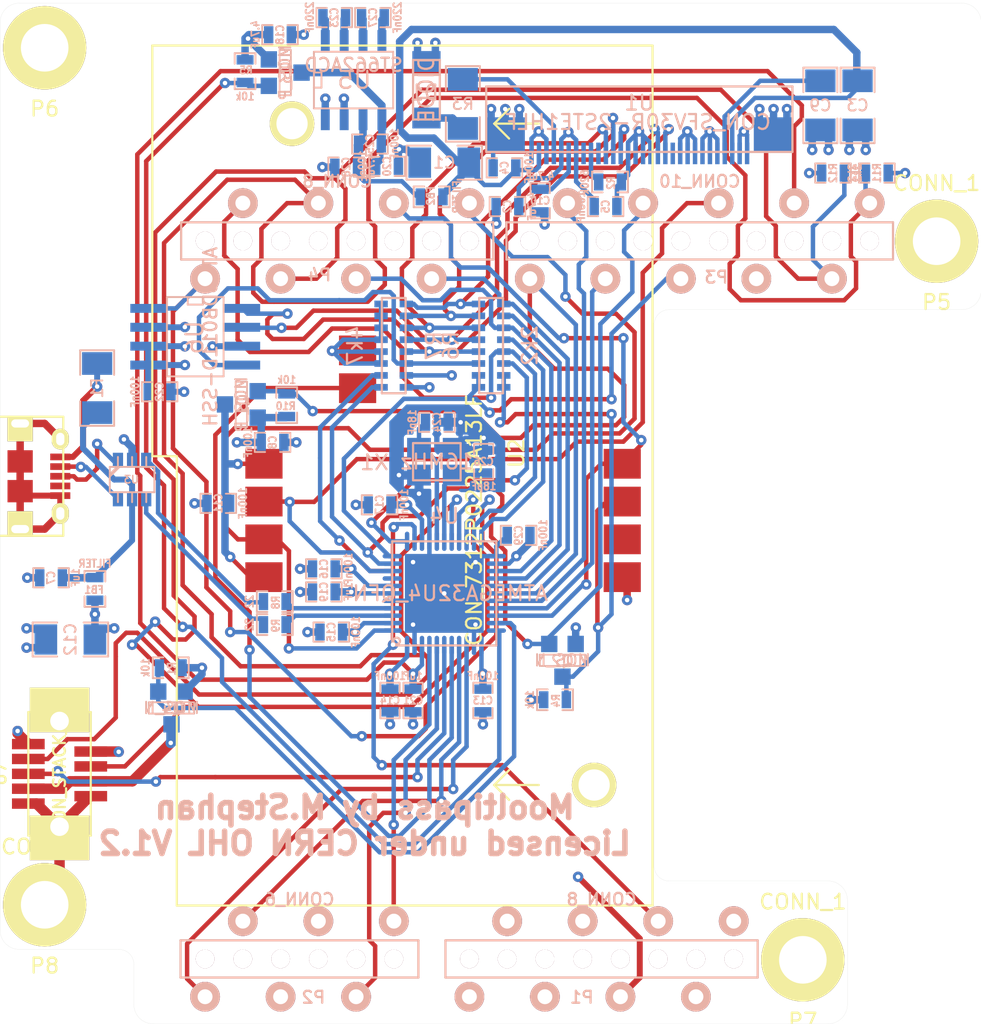
<source format=kicad_pcb>
(kicad_pcb (version 3) (host pcbnew "(2013-07-07 BZR 4022)-stable")
  (title_block (title Mooltipass) (rev 1.0))
  (layers (15 Top.Cu signal hide) (2 Interne2.Cu power hide) (1 Interne1.Cu power hide) (0 Bottom.Cu signal))
  (net 0 "")
  (net 1 +12V)
  (net 2 +3.3V)
  (net 3 +5V)
  (net 4 /12V_F)
  (net 5 /AREF)
  (net 6 /BL_POWER)
  (net 7 /DETECT_SC)
  (net 8 /FLASH_HV_nS)
  (net 9 /FLASH_nS)
  (net 10 /I2C_SCL)
  (net 11 /I2C_SDA)
  (net 12 /LCD_DnC)
  (net 13 /LCD_HV_DnC)
  (net 14 /LCD_HV_SS)
  (net 15 /LCD_HV_nRES)
  (net 16 /LCD_SS)
  (net 17 /LCD_nRES)
  (net 18 /LED_CAT)
  (net 19 /LED_PWM)
  (net 20 /PB4)
  (net 21 /PB5)
  (net 22 /PB6)
  (net 23 /PC6)
  (net 24 /PD2)
  (net 25 /PD3)
  (net 26 /PE6)
  (net 27 /PF0)
  (net 28 /PF1)
  (net 29 /PF6)
  (net 30 /PF7)
  (net 31 /SC_IO)
  (net 32 /SPI2_CLK)
  (net 33 /SPI2_HV_SCK)
  (net 34 /SPI2_MOSI)
  (net 35 /SPI_MISO)
  (net 36 /SPI_MOSI)
  (net 37 /SPI_SCK)
  (net 38 /USB_D+)
  (net 39 /USB_D-)
  (net 40 /VCC_SC)
  (net 41 /nCHANGE)
  (net 42 /nRESET)
  (net 43 GND)
  (net 44 N-000001)
  (net 45 N-0000016)
  (net 46 N-0000017)
  (net 47 N-0000018)
  (net 48 N-000002)
  (net 49 N-000003)
  (net 50 N-000004)
  (net 51 N-0000041)
  (net 52 N-0000042)
  (net 53 N-0000043)
  (net 54 N-0000044)
  (net 55 N-0000045)
  (net 56 N-0000054)
  (net 57 N-0000057)
  (net 58 N-0000060)
  (net 59 N-0000061)
  (net 60 N-0000062)
  (net 61 VCC)
  (module CON_STACK9_DB9_9S_1V (layer Top.Cu) (at 111.12 120.58 270)
    (fp_text reference U7)
    (fp_text value CON_STACK_9)
    (pad 1 smd rect (at -2 2.1 270) (size 0.7 2.2) (layers Top.Cu Dessus.Pate Dessus.Masque) (net 3 +5V))
    (pad 3 smd rect (at -1 2.1 270) (size 0.7 2.2) (layers Top.Cu Dessus.Pate Dessus.Masque) (net 10 /I2C_SCL))
    (pad 5 smd rect (at 0 2.1 270) (size 0.7 2.2) (layers Top.Cu Dessus.Pate Dessus.Masque) (net 41 /nCHANGE))
    (pad 7 smd rect (at 1 2.1 270) (size 0.7 2.2) (layers Top.Cu Dessus.Pate Dessus.Masque) (net 18 /LED_CAT))
    (pad 9 smd rect (at 2 2.1 270) (size 0.7 2.2) (layers Top.Cu Dessus.Pate Dessus.Masque) (net 43 GND))
    (pad 4 smd rect (at -0.5 -2.1 270) (size 0.7 2.2) (layers Top.Cu Dessus.Pate Dessus.Masque) (net 11 /I2C_SDA))
    (pad 6 smd rect (at 0.5 -2.1 270) (size 0.7 2.2) (layers Top.Cu Dessus.Pate Dessus.Masque) (net 18 /LED_CAT))
    (pad 2 smd rect (at -1.5 -2.1 270) (size 0.7 2.2) (layers Top.Cu Dessus.Pate Dessus.Masque) (net 3 +5V))
    (pad 8 smd rect (at 1.5 -2.1 270) (size 0.7 2.2) (layers Top.Cu Dessus.Pate Dessus.Masque) (net 43 GND))
    (pad FIX1 thru_hole rect (at -3.55 0 270) (size 3 4) (drill 1.25 (offset -0.75 0)) (layers *.Cu *.Mask Dessus.SilkS) (net 43 GND))
    (pad FIX2 thru_hole rect (at 3.55 0 90) (size 3 4) (drill 1.25 (offset -0.75 0)) (layers *.Cu *.Mask Dessus.SilkS) (net 43 GND))
  )
  (module CON_8_THROUGH (layer Bottom.Cu) (at 129.8 84.76 180)
    (fp_text reference P4)
    (fp_text value CONN_8)
    (pad 1 thru_hole circle (at -8.89 2.54 180) (size 2 2) (drill 1) (layers *.Cu *.Mask Dessous.SilkS) (net 26 /PE6))
    (pad 2 thru_hole circle (at -6.35 -2.54 180) (size 2 2) (drill 1) (layers *.Cu *.Mask Dessous.SilkS) (net 13 /LCD_HV_DnC))
    (pad 3 thru_hole circle (at -3.81 2.54 180) (size 2 2) (drill 1) (layers *.Cu *.Mask Dessous.SilkS) (net 23 /PC6))
    (pad 4 thru_hole circle (at -1.27 -2.54 180) (size 2 2) (drill 1) (layers *.Cu *.Mask Dessous.SilkS) (net 15 /LCD_HV_nRES))
    (pad 5 thru_hole circle (at 1.27 2.54 180) (size 2 2) (drill 1) (layers *.Cu *.Mask Dessous.SilkS) (net 10 /I2C_SCL))
    (pad 6 thru_hole circle (at 3.81 -2.54 180) (size 2 2) (drill 1) (layers *.Cu *.Mask Dessous.SilkS) (net 11 /I2C_SDA))
    (pad 7 thru_hole circle (at 6.35 2.54 180) (size 2 2) (drill 1) (layers *.Cu *.Mask Dessous.SilkS) (net 25 /PD3))
    (pad 8 thru_hole circle (at 8.89 -2.54 180) (size 2 2) (drill 1) (layers *.Cu *.Mask Dessous.SilkS) (net 24 /PD2))
    (pad 101 thru_hole circle (at -8.89 0 180) (size 1.25 1.25) (drill 1.25) (layers *.Cu *.Mask Dessous.SilkS))
    (pad 102 thru_hole circle (at -6.35 0 180) (size 1.25 1.25) (drill 1.25) (layers *.Cu *.Mask Dessous.SilkS))
    (pad 103 thru_hole circle (at -3.81 0 180) (size 1.25 1.25) (drill 1.25) (layers *.Cu *.Mask Dessous.SilkS))
    (pad 104 thru_hole circle (at -1.27 0 180) (size 1.25 1.25) (drill 1.25) (layers *.Cu *.Mask Dessous.SilkS))
    (pad 105 thru_hole circle (at 1.27 0 180) (size 1.25 1.25) (drill 1.25) (layers *.Cu *.Mask Dessous.SilkS))
    (pad 106 thru_hole circle (at 3.81 0 180) (size 1.25 1.25) (drill 1.25) (layers *.Cu *.Mask Dessous.SilkS))
    (pad 107 thru_hole circle (at 6.35 0 180) (size 1.25 1.25) (drill 1.25) (layers *.Cu *.Mask Dessous.SilkS))
    (pad 108 thru_hole circle (at 8.89 0 180) (size 1.25 1.25) (drill 1.25) (layers *.Cu *.Mask Dessous.SilkS))
  )
  (module CON_6_THROUGH (layer Bottom.Cu) (at 127.26 133.02 180)
    (fp_text reference P2)
    (fp_text value CONN_6)
    (pad 1 thru_hole circle (at -6.35 2.54 180) (size 2 2) (drill 1) (layers *.Cu *.Mask Dessous.SilkS) (net 27 /PF0))
    (pad 2 thru_hole circle (at -3.81 -2.54 180) (size 2 2) (drill 1) (layers *.Cu *.Mask Dessous.SilkS) (net 28 /PF1))
    (pad 3 thru_hole circle (at -1.27 2.54 180) (size 2 2) (drill 1) (layers *.Cu *.Mask Dessous.SilkS))
    (pad 4 thru_hole circle (at 1.27 -2.54 180) (size 2 2) (drill 1) (layers *.Cu *.Mask Dessous.SilkS))
    (pad 5 thru_hole circle (at 3.81 2.54 180) (size 2 2) (drill 1) (layers *.Cu *.Mask Dessous.SilkS) (net 29 /PF6))
    (pad 6 thru_hole circle (at 6.35 -2.54 180) (size 2 2) (drill 1) (layers *.Cu *.Mask Dessous.SilkS) (net 30 /PF7))
    (pad 101 thru_hole circle (at -6.35 0 180) (size 1.25 1.25) (drill 1.25) (layers *.Cu *.Mask Dessous.SilkS))
    (pad 102 thru_hole circle (at -3.81 0 180) (size 1.25 1.25) (drill 1.25) (layers *.Cu *.Mask Dessous.SilkS))
    (pad 103 thru_hole circle (at -1.27 0 180) (size 1.25 1.25) (drill 1.25) (layers *.Cu *.Mask Dessous.SilkS))
    (pad 104 thru_hole circle (at 1.27 0 180) (size 1.25 1.25) (drill 1.25) (layers *.Cu *.Mask Dessous.SilkS))
    (pad 105 thru_hole circle (at 3.81 0 180) (size 1.25 1.25) (drill 1.25) (layers *.Cu *.Mask Dessous.SilkS))
    (pad 106 thru_hole circle (at 6.35 0 180) (size 1.25 1.25) (drill 1.25) (layers *.Cu *.Mask Dessous.SilkS))
  )
  (module CON_10_THROUGH (layer Bottom.Cu) (at 154.184 84.76 180)
    (fp_text reference P3)
    (fp_text value CONN_10)
    (pad 1 thru_hole circle (at -11.43 2.54 180) (size 2 2) (drill 1) (layers *.Cu *.Mask Dessous.SilkS) (net 10 /I2C_SCL))
    (pad 2 thru_hole circle (at -8.89 -2.54 180) (size 2 2) (drill 1) (layers *.Cu *.Mask Dessous.SilkS) (net 11 /I2C_SDA))
    (pad 3 thru_hole circle (at -6.35 2.54 180) (size 2 2) (drill 1) (layers *.Cu *.Mask Dessous.SilkS) (net 5 /AREF))
    (pad 4 thru_hole circle (at -3.81 -2.54 180) (size 2 2) (drill 1) (layers *.Cu *.Mask Dessous.SilkS) (net 43 GND))
    (pad 5 thru_hole circle (at -1.27 2.54 180) (size 2 2) (drill 1) (layers *.Cu *.Mask Dessous.SilkS) (net 37 /SPI_SCK))
    (pad 6 thru_hole circle (at 1.27 -2.54 180) (size 2 2) (drill 1) (layers *.Cu *.Mask Dessous.SilkS) (net 35 /SPI_MISO))
    (pad 7 thru_hole circle (at 3.81 2.54 180) (size 2 2) (drill 1) (layers *.Cu *.Mask Dessous.SilkS) (net 36 /SPI_MOSI))
    (pad 8 thru_hole circle (at 6.35 -2.54 180) (size 2 2) (drill 1) (layers *.Cu *.Mask Dessous.SilkS) (net 22 /PB6))
    (pad 10 thru_hole circle (at 11.43 -2.54 180) (size 2 2) (drill 1) (layers *.Cu *.Mask Dessous.SilkS) (net 20 /PB4))
    (pad 101 thru_hole circle (at -11.43 0 180) (size 1.25 1.25) (drill 1.25) (layers *.Cu *.Mask Dessous.SilkS))
    (pad 102 thru_hole circle (at -8.89 0 180) (size 1.25 1.25) (drill 1.25) (layers *.Cu *.Mask Dessous.SilkS))
    (pad 103 thru_hole circle (at -6.35 0 180) (size 1.25 1.25) (drill 1.25) (layers *.Cu *.Mask Dessous.SilkS))
    (pad 104 thru_hole circle (at -3.81 0 180) (size 1.25 1.25) (drill 1.25) (layers *.Cu *.Mask Dessous.SilkS))
    (pad 105 thru_hole circle (at -1.27 0 180) (size 1.25 1.25) (drill 1.25) (layers *.Cu *.Mask Dessous.SilkS))
    (pad 106 thru_hole circle (at 1.27 0 180) (size 1.25 1.25) (drill 1.25) (layers *.Cu *.Mask Dessous.SilkS))
    (pad 107 thru_hole circle (at 3.81 0 180) (size 1.25 1.25) (drill 1.25) (layers *.Cu *.Mask Dessous.SilkS))
    (pad 108 thru_hole circle (at 6.35 0 180) (size 1.25 1.25) (drill 1.25) (layers *.Cu *.Mask Dessous.SilkS))
    (pad 109 thru_hole circle (at 8.89 0 180) (size 1.25 1.25) (drill 1.25) (layers *.Cu *.Mask Dessous.SilkS))
    (pad 110 thru_hole circle (at 11.43 0 180) (size 1.25 1.25) (drill 1.25) (layers *.Cu *.Mask Dessous.SilkS))
    (pad 9 thru_hole circle (at 8.89 2.54 180) (size 2 2) (drill 1) (layers *.Cu *.Mask Dessous.SilkS) (net 21 /PB5))
  )
  (module CON_8_THROUGH (layer Bottom.Cu) (at 147.58 133.02 180)
    (fp_text reference P1)
    (fp_text value CONN_8)
    (pad 1 thru_hole circle (at -8.89 2.54 180) (size 2 2) (drill 1) (layers *.Cu *.Mask Dessous.SilkS))
    (pad 2 thru_hole circle (at -6.35 -2.54 180) (size 2 2) (drill 1) (layers *.Cu *.Mask Dessous.SilkS) (net 3 +5V))
    (pad 3 thru_hole circle (at -3.81 2.54 180) (size 2 2) (drill 1) (layers *.Cu *.Mask Dessous.SilkS) (net 42 /nRESET))
    (pad 4 thru_hole circle (at -1.27 -2.54 180) (size 2 2) (drill 1) (layers *.Cu *.Mask Dessous.SilkS) (net 2 +3.3V))
    (pad 5 thru_hole circle (at 1.27 2.54 180) (size 2 2) (drill 1) (layers *.Cu *.Mask Dessous.SilkS) (net 3 +5V))
    (pad 6 thru_hole circle (at 3.81 -2.54 180) (size 2 2) (drill 1) (layers *.Cu *.Mask Dessous.SilkS) (net 43 GND))
    (pad 7 thru_hole circle (at 6.35 2.54 180) (size 2 2) (drill 1) (layers *.Cu *.Mask Dessous.SilkS) (net 43 GND))
    (pad 8 thru_hole circle (at 8.89 -2.54 180) (size 2 2) (drill 1) (layers *.Cu *.Mask Dessous.SilkS))
    (pad 101 thru_hole circle (at -8.89 0 180) (size 1.25 1.25) (drill 1.25) (layers *.Cu *.Mask Dessous.SilkS))
    (pad 102 thru_hole circle (at -6.35 0 180) (size 1.25 1.25) (drill 1.25) (layers *.Cu *.Mask Dessous.SilkS))
    (pad 103 thru_hole circle (at -3.81 0 180) (size 1.25 1.25) (drill 1.25) (layers *.Cu *.Mask Dessous.SilkS))
    (pad 104 thru_hole circle (at -1.27 0 180) (size 1.25 1.25) (drill 1.25) (layers *.Cu *.Mask Dessous.SilkS))
    (pad 105 thru_hole circle (at 1.27 0 180) (size 1.25 1.25) (drill 1.25) (layers *.Cu *.Mask Dessous.SilkS))
    (pad 106 thru_hole circle (at 3.81 0 180) (size 1.25 1.25) (drill 1.25) (layers *.Cu *.Mask Dessous.SilkS))
    (pad 107 thru_hole circle (at 6.35 0 180) (size 1.25 1.25) (drill 1.25) (layers *.Cu *.Mask Dessous.SilkS))
    (pad 108 thru_hole circle (at 8.89 0 180) (size 1.25 1.25) (drill 1.25) (layers *.Cu *.Mask Dessous.SilkS))
  )
  (module CON_FPC30 (layer Bottom.Cu) (at 150.12 78.78)
    (fp_text reference U1)
    (fp_text value CON_SFV30R-2STE1HLF)
    (pad 30 smd rect (at -7.25 0.1) (size 0.3 1.45) (layers Bottom.Cu Dessous.Pate Dessous.Masque) (net 43 GND))
    (pad 29 smd rect (at -6.75 0.1) (size 0.3 1.45) (layers Bottom.Cu Dessous.Pate Dessous.Masque) (net 4 /12V_F))
    (pad 28 smd rect (at -6.25 0.1) (size 0.3 1.45) (layers Bottom.Cu Dessous.Pate Dessous.Masque) (net 43 GND))
    (pad 27 smd rect (at -5.75 0.1) (size 0.3 1.45) (layers Bottom.Cu Dessous.Pate Dessous.Masque) (net 48 N-000002))
    (pad 26 smd rect (at -5.25 0.1) (size 0.3 1.45) (layers Bottom.Cu Dessous.Pate Dessous.Masque) (net 2 +3.3V))
    (pad 25 smd rect (at -4.75 0.1) (size 0.3 1.45) (layers Bottom.Cu Dessous.Pate Dessous.Masque) (net 49 N-000003))
    (pad 24 smd rect (at -4.25 0.1) (size 0.3 1.45) (layers Bottom.Cu Dessous.Pate Dessous.Masque) (net 2 +3.3V))
    (pad 23 smd rect (at -3.75 0.1) (size 0.3 1.45) (layers Bottom.Cu Dessous.Pate Dessous.Masque))
    (pad 22 smd rect (at -3.25 0.1) (size 0.3 1.45) (layers Bottom.Cu Dessous.Pate Dessous.Masque) (net 50 N-000004))
    (pad 21 smd rect (at -2.75 0.1) (size 0.3 1.45) (layers Bottom.Cu Dessous.Pate Dessous.Masque))
    (pad 20 smd rect (at -2.25 0.1) (size 0.3 1.45) (layers Bottom.Cu Dessous.Pate Dessous.Masque) (net 17 /LCD_nRES))
    (pad 19 smd rect (at -1.75 0.1) (size 0.3 1.45) (layers Bottom.Cu Dessous.Pate Dessous.Masque) (net 16 /LCD_SS))
    (pad 18 smd rect (at -1.25 0.1) (size 0.3 1.45) (layers Bottom.Cu Dessous.Pate Dessous.Masque) (net 12 /LCD_DnC))
    (pad 17 smd rect (at -0.75 0.1) (size 0.3 1.45) (layers Bottom.Cu Dessous.Pate Dessous.Masque) (net 43 GND))
    (pad 16 smd rect (at -0.25 0.1) (size 0.3 1.45) (layers Bottom.Cu Dessous.Pate Dessous.Masque) (net 43 GND))
    (pad 15 smd rect (at 0.25 0.1) (size 0.3 1.45) (layers Bottom.Cu Dessous.Pate Dessous.Masque) (net 43 GND))
    (pad 14 smd rect (at 0.75 0.1) (size 0.3 1.45) (layers Bottom.Cu Dessous.Pate Dessous.Masque) (net 43 GND))
    (pad 13 smd rect (at 1.25 0.1) (size 0.3 1.45) (layers Bottom.Cu Dessous.Pate Dessous.Masque) (net 32 /SPI2_CLK))
    (pad 12 smd rect (at 1.75 0.1) (size 0.3 1.45) (layers Bottom.Cu Dessous.Pate Dessous.Masque) (net 34 /SPI2_MOSI))
    (pad 11 smd rect (at 2.25 0.1) (size 0.3 1.45) (layers Bottom.Cu Dessous.Pate Dessous.Masque))
    (pad 10 smd rect (at 2.75 0.1) (size 0.3 1.45) (layers Bottom.Cu Dessous.Pate Dessous.Masque) (net 43 GND))
    (pad 9 smd rect (at 3.25 0.1) (size 0.3 1.45) (layers Bottom.Cu Dessous.Pate Dessous.Masque) (net 43 GND))
    (pad 8 smd rect (at 3.75 0.1) (size 0.3 1.45) (layers Bottom.Cu Dessous.Pate Dessous.Masque) (net 43 GND))
    (pad 7 smd rect (at 4.25 0.1) (size 0.3 1.45) (layers Bottom.Cu Dessous.Pate Dessous.Masque) (net 43 GND))
    (pad 6 smd rect (at 4.75 0.1) (size 0.3 1.45) (layers Bottom.Cu Dessous.Pate Dessous.Masque) (net 43 GND))
    (pad 5 smd rect (at 5.25 0.1) (size 0.3 1.45) (layers Bottom.Cu Dessous.Pate Dessous.Masque) (net 43 GND))
    (pad 4 smd rect (at 5.75 0.1) (size 0.3 1.45) (layers Bottom.Cu Dessous.Pate Dessous.Masque) (net 44 N-000001))
    (pad 3 smd rect (at 6.25 0.1) (size 0.3 1.45) (layers Bottom.Cu Dessous.Pate Dessous.Masque) (net 4 /12V_F))
    (pad 2 smd rect (at 6.75 0.1) (size 0.3 1.45) (layers Bottom.Cu Dessous.Pate Dessous.Masque) (net 43 GND))
    (pad 1 smd rect (at 7.25 0.1) (size 0.3 1.45) (layers Bottom.Cu Dessous.Pate Dessous.Masque) (net 43 GND))
    (pad 31 smd rect (at -9 -1.15) (size 2.6 2.35) (layers Bottom.Cu Dessous.Pate Dessous.Masque) (net 43 GND))
    (pad 32 smd rect (at 9 -1.15) (size 2.6 2.35) (layers Bottom.Cu Dessous.Pate Dessous.Masque) (net 43 GND))
  )
  (module CONUSB_10118194 (layer Top.Cu) (at 111.17 100.58 270)
    (fp_text reference CON2)
    (fp_text value CON_10118194-0001LF)
    (pad 1 smd rect (at -1.3 0 270) (size 0.45 1.35) (layers Top.Cu Dessus.Pate Dessus.Masque) (net 56 N-0000054))
    (pad 2 smd rect (at -0.65 0 270) (size 0.45 1.35) (layers Top.Cu Dessus.Pate Dessus.Masque) (net 58 N-0000060))
    (pad 3 smd rect (at 0 0 270) (size 0.45 1.35) (layers Top.Cu Dessus.Pate Dessus.Masque) (net 57 N-0000057))
    (pad 4 smd rect (at 0.65 0 270) (size 0.45 1.35) (layers Top.Cu Dessus.Pate Dessus.Masque))
    (pad 5 smd rect (at 1.3 0 270) (size 0.45 1.35) (layers Top.Cu Dessus.Pate Dessus.Masque) (net 43 GND))
    (pad 6 thru_hole oval (at -2.5 0 270) (size 1.4 1.15) (drill oval 0.85 0.55) (layers *.Cu *.Mask Dessus.SilkS) (net 43 GND))
    (pad 7 thru_hole oval (at 2.5 0 270) (size 1.4 1.15) (drill oval 0.85 0.55) (layers *.Cu *.Mask Dessus.SilkS) (net 43 GND))
    (pad 8 thru_hole rect (at -3.55 2.7 270) (size 1.7 1.7) (drill oval 0.55 1.2 (offset 0.35 0)) (layers *.Cu *.Mask Dessus.SilkS) (net 43 GND))
    (pad 11 thru_hole rect (at 3.55 2.7 90) (size 1.7 1.7) (drill oval 0.55 1.2 (offset 0.35 0)) (layers *.Cu *.Mask Dessus.SilkS) (net 43 GND))
    (pad 9 smd rect (at -1 2.7 90) (size 1.5 1.7) (layers Top.Cu Dessus.Pate Dessus.Masque) (net 43 GND))
    (pad 10 smd rect (at 1 2.7 90) (size 1.5 1.7) (layers Top.Cu Dessus.Pate Dessus.Masque) (net 43 GND))
  )
  (module SOT23GDS_L (layer Bottom.Cu) (at 118.65 116.15 180)
    (fp_text reference Q4)
    (fp_text value MOS_N)
    (pad S smd rect (at -0.889 1.1 180) (size 1.1 1.1) (layers Bottom.Cu Dessous.Pate Dessous.Masque) (net 43 GND))
    (pad G smd rect (at 0.889 1.1 180) (size 1.1 1.1) (layers Bottom.Cu Dessous.Pate Dessous.Masque) (net 19 /LED_PWM))
    (pad D smd rect (at 0 -1.1 180) (size 1.1 1.1) (layers Bottom.Cu Dessous.Pate Dessous.Masque) (net 18 /LED_CAT))
  )
  (module CONSMART_7312P022XA13LF (layer Top.Cu) (at 126.76 76.88 90)
    (fp_text reference U2)
    (fp_text value CON_7312P0225A13LF)
    (pad FIX1 thru_hole circle (at 0 0 90) (size 3 3) (drill 2.1) (layers *.Cu *.Mask Dessus.SilkS) (net 43 GND))
    (pad FIX2 thru_hole circle (at -44.45 20.32 90) (size 3 3) (drill 2.1) (layers *.Cu *.Mask Dessus.SilkS) (net 43 GND))
    (pad C8 smd rect (at -22.86 22.21 90) (size 2 2.5) (layers Top.Cu Dessus.Pate Dessus.Masque) (net 23 /PC6))
    (pad C7 smd rect (at -25.4 22.21 90) (size 2 2.5) (layers Top.Cu Dessus.Pate Dessus.Masque) (net 31 /SC_IO))
    (pad C6 smd rect (at -27.94 22.21 90) (size 2 2.5) (layers Top.Cu Dessus.Pate Dessus.Masque))
    (pad C5 smd rect (at -30.48 22.21 90) (size 2 2.5) (layers Top.Cu Dessus.Pate Dessus.Masque) (net 43 GND))
    (pad C4 smd rect (at -22.86 -1.89 90) (size 2 2.5) (layers Top.Cu Dessus.Pate Dessus.Masque) (net 40 /VCC_SC))
    (pad C3 smd rect (at -25.4 -1.89 90) (size 2 2.5) (layers Top.Cu Dessus.Pate Dessus.Masque) (net 37 /SPI_SCK))
    (pad C2 smd rect (at -27.94 -1.89 90) (size 2 2.5) (layers Top.Cu Dessus.Pate Dessus.Masque) (net 26 /PE6))
    (pad C1 smd rect (at -30.48 -1.89 90) (size 2 2.5) (layers Top.Cu Dessus.Pate Dessus.Masque) (net 40 /VCC_SC))
    (pad S1 smd rect (at -17.78 4.41 90) (size 2 2.5) (layers Top.Cu Dessus.Pate Dessus.Masque) (net 7 /DETECT_SC))
    (pad S2 smd rect (at -15.24 4.41 90) (size 2 2.5) (layers Top.Cu Dessus.Pate Dessus.Masque) (net 43 GND))
  )
  (module QFN44 (layer Bottom.Cu) (at 137 108.45)
    (fp_text reference U4)
    (fp_text value ATMEGA32U4_QFN)
    (pad 1 smd oval (at -3.5 2.5 270) (size 0.3 1.3) (layers Bottom.Cu Dessous.Pate Dessous.Masque) (net 26 /PE6))
    (pad 2 smd oval (at -3.5 2 270) (size 0.3 1.3) (layers Bottom.Cu Dessous.Pate Dessous.Masque) (net 3 +5V))
    (pad 3 smd oval (at -3.5 1.5 270) (size 0.3 1.3) (layers Bottom.Cu Dessous.Pate Dessous.Masque) (net 59 N-0000061))
    (pad 4 smd oval (at -3.5 1 270) (size 0.3 1.3) (layers Bottom.Cu Dessous.Pate Dessous.Masque) (net 60 N-0000062))
    (pad 5 smd oval (at -3.5 0.5 270) (size 0.3 1.3) (layers Bottom.Cu Dessous.Pate Dessous.Masque) (net 43 GND))
    (pad 6 smd oval (at -3.5 0 270) (size 0.3 1.3) (layers Bottom.Cu Dessous.Pate Dessous.Masque) (net 2 +3.3V))
    (pad 7 smd oval (at -3.5 -0.5 270) (size 0.3 1.3) (layers Bottom.Cu Dessous.Pate Dessous.Masque) (net 3 +5V))
    (pad 8 smd oval (at -3.5 -1 270) (size 0.3 1.3) (layers Bottom.Cu Dessous.Pate Dessous.Masque))
    (pad 9 smd oval (at -3.5 -1.5 270) (size 0.3 1.3) (layers Bottom.Cu Dessous.Pate Dessous.Masque) (net 37 /SPI_SCK))
    (pad 10 smd oval (at -3.5 -2 270) (size 0.3 1.3) (layers Bottom.Cu Dessous.Pate Dessous.Masque) (net 36 /SPI_MOSI))
    (pad 11 smd oval (at -3.5 -2.5 270) (size 0.3 1.3) (layers Bottom.Cu Dessous.Pate Dessous.Masque) (net 35 /SPI_MISO))
    (pad 12 smd oval (at -2.5 -3.5) (size 0.3 1.3) (layers Bottom.Cu Dessous.Pate Dessous.Masque) (net 8 /FLASH_HV_nS))
    (pad 13 smd oval (at -2 -3.5) (size 0.3 1.3) (layers Bottom.Cu Dessous.Pate Dessous.Masque) (net 42 /nRESET))
    (pad 14 smd oval (at -1.5 -3.5) (size 0.3 1.3) (layers Bottom.Cu Dessous.Pate Dessous.Masque) (net 3 +5V))
    (pad 15 smd oval (at -1 -3.5) (size 0.3 1.3) (layers Bottom.Cu Dessous.Pate Dessous.Masque) (net 43 GND))
    (pad 16 smd oval (at -0.5 -3.5) (size 0.3 1.3) (layers Bottom.Cu Dessous.Pate Dessous.Masque) (net 47 N-0000018))
    (pad 17 smd oval (at 0 -3.5) (size 0.3 1.3) (layers Bottom.Cu Dessous.Pate Dessous.Masque) (net 46 N-0000017))
    (pad 18 smd oval (at 0.5 -3.5) (size 0.3 1.3) (layers Bottom.Cu Dessous.Pate Dessous.Masque) (net 10 /I2C_SCL))
    (pad 19 smd oval (at 1 -3.5) (size 0.3 1.3) (layers Bottom.Cu Dessous.Pate Dessous.Masque) (net 11 /I2C_SDA))
    (pad 20 smd oval (at 1.5 -3.5) (size 0.3 1.3) (layers Bottom.Cu Dessous.Pate Dessous.Masque) (net 24 /PD2))
    (pad 21 smd oval (at 2 -3.5) (size 0.3 1.3) (layers Bottom.Cu Dessous.Pate Dessous.Masque) (net 25 /PD3))
    (pad 22 smd oval (at 2.5 -3.5) (size 0.3 1.3) (layers Bottom.Cu Dessous.Pate Dessous.Masque) (net 33 /SPI2_HV_SCK))
    (pad 23 smd oval (at 3.5 -2.5 270) (size 0.3 1.3) (layers Bottom.Cu Dessous.Pate Dessous.Masque) (net 43 GND))
    (pad 24 smd oval (at 3.5 -2 270) (size 0.3 1.3) (layers Bottom.Cu Dessous.Pate Dessous.Masque) (net 3 +5V))
    (pad 25 smd oval (at 3.5 -1.5 270) (size 0.3 1.3) (layers Bottom.Cu Dessous.Pate Dessous.Masque) (net 15 /LCD_HV_nRES))
    (pad 26 smd oval (at 3.5 -1 270) (size 0.3 1.3) (layers Bottom.Cu Dessous.Pate Dessous.Masque) (net 14 /LCD_HV_SS))
    (pad 27 smd oval (at 3.5 -0.5 270) (size 0.3 1.3) (layers Bottom.Cu Dessous.Pate Dessous.Masque) (net 13 /LCD_HV_DnC))
    (pad 28 smd oval (at 3.5 0 270) (size 0.3 1.3) (layers Bottom.Cu Dessous.Pate Dessous.Masque) (net 20 /PB4))
    (pad 29 smd oval (at 3.5 0.5 270) (size 0.3 1.3) (layers Bottom.Cu Dessous.Pate Dessous.Masque) (net 21 /PB5))
    (pad 30 smd oval (at 3.5 1 270) (size 0.3 1.3) (layers Bottom.Cu Dessous.Pate Dessous.Masque) (net 22 /PB6))
    (pad 31 smd oval (at 3.5 1.5 270) (size 0.3 1.3) (layers Bottom.Cu Dessous.Pate Dessous.Masque) (net 23 /PC6))
    (pad 32 smd oval (at 3.5 2 270) (size 0.3 1.3) (layers Bottom.Cu Dessous.Pate Dessous.Masque) (net 19 /LED_PWM))
    (pad 33 smd oval (at 3.5 2.5 270) (size 0.3 1.3) (layers Bottom.Cu Dessous.Pate Dessous.Masque) (net 6 /BL_POWER))
    (pad 34 smd oval (at 2.5 3.5) (size 0.3 1.3) (layers Bottom.Cu Dessous.Pate Dessous.Masque) (net 3 +5V))
    (pad 35 smd oval (at 2 3.5) (size 0.3 1.3) (layers Bottom.Cu Dessous.Pate Dessous.Masque) (net 43 GND))
    (pad 36 smd oval (at 1.5 3.5) (size 0.3 1.3) (layers Bottom.Cu Dessous.Pate Dessous.Masque) (net 30 /PF7))
    (pad 37 smd oval (at 1 3.5) (size 0.3 1.3) (layers Bottom.Cu Dessous.Pate Dessous.Masque) (net 29 /PF6))
    (pad 38 smd oval (at 0.5 3.5) (size 0.3 1.3) (layers Bottom.Cu Dessous.Pate Dessous.Masque) (net 7 /DETECT_SC))
    (pad 39 smd oval (at 0 3.5) (size 0.3 1.3) (layers Bottom.Cu Dessous.Pate Dessous.Masque) (net 41 /nCHANGE))
    (pad 40 smd oval (at -0.5 3.5) (size 0.3 1.3) (layers Bottom.Cu Dessous.Pate Dessous.Masque) (net 28 /PF1))
    (pad 41 smd oval (at -1 3.5) (size 0.3 1.3) (layers Bottom.Cu Dessous.Pate Dessous.Masque) (net 27 /PF0))
    (pad 42 smd oval (at -1.5 3.5) (size 0.3 1.3) (layers Bottom.Cu Dessous.Pate Dessous.Masque) (net 5 /AREF))
    (pad 43 smd oval (at -2 3.5) (size 0.3 1.3) (layers Bottom.Cu Dessous.Pate Dessous.Masque) (net 43 GND))
    (pad 44 smd oval (at -2.5 3.5) (size 0.3 1.3) (layers Bottom.Cu Dessous.Pate Dessous.Masque) (net 3 +5V))
    (pad 45 smd rect (at 0 0) (size 5.3 5.3) (layers Bottom.Cu Dessous.Pate Dessous.Masque) (net 43 GND))
  )
  (module RNETWORK8_0603 (layer Bottom.Cu) (at 133.6 91.8 270)
    (fp_text reference R7)
    (fp_text value 4k7)
    (pad 1 smd rect (at -2.8 -0.85 270) (size 0.45 0.9) (layers Bottom.Cu Dessous.Pate Dessous.Masque) (net 12 /LCD_DnC))
    (pad 2 smd rect (at -2 -0.85 270) (size 0.45 0.9) (layers Bottom.Cu Dessous.Pate Dessous.Masque) (net 16 /LCD_SS))
    (pad 3 smd rect (at -1.2 -0.85 270) (size 0.45 0.9) (layers Bottom.Cu Dessous.Pate Dessous.Masque) (net 17 /LCD_nRES))
    (pad 4 smd rect (at -0.4 -0.85 270) (size 0.45 0.9) (layers Bottom.Cu Dessous.Pate Dessous.Masque) (net 32 /SPI2_CLK))
    (pad 5 smd rect (at 0.4 -0.85 270) (size 0.45 0.9) (layers Bottom.Cu Dessous.Pate Dessous.Masque) (net 34 /SPI2_MOSI))
    (pad 6 smd rect (at 1.2 -0.85 270) (size 0.45 0.9) (layers Bottom.Cu Dessous.Pate Dessous.Masque) (net 9 /FLASH_nS))
    (pad 7 smd rect (at 2 -0.85 270) (size 0.45 0.9) (layers Bottom.Cu Dessous.Pate Dessous.Masque) (net 3 +5V))
    (pad 8 smd rect (at 2.8 -0.85 270) (size 0.45 0.9) (layers Bottom.Cu Dessous.Pate Dessous.Masque) (net 43 GND))
    (pad 9 smd rect (at 2.8 0.85 270) (size 0.45 0.9) (layers Bottom.Cu Dessous.Pate Dessous.Masque) (net 36 /SPI_MOSI))
    (pad 10 smd rect (at 2 0.85 270) (size 0.45 0.9) (layers Bottom.Cu Dessous.Pate Dessous.Masque) (net 42 /nRESET))
    (pad 11 smd rect (at 1.2 0.85 270) (size 0.45 0.9) (layers Bottom.Cu Dessous.Pate Dessous.Masque) (net 43 GND))
    (pad 12 smd rect (at 0.4 0.85 270) (size 0.45 0.9) (layers Bottom.Cu Dessous.Pate Dessous.Masque) (net 43 GND))
    (pad 13 smd rect (at -0.4 0.85 270) (size 0.45 0.9) (layers Bottom.Cu Dessous.Pate Dessous.Masque) (net 43 GND))
    (pad 14 smd rect (at -1.2 0.85 270) (size 0.45 0.9) (layers Bottom.Cu Dessous.Pate Dessous.Masque) (net 43 GND))
    (pad 15 smd rect (at -2 0.85 270) (size 0.45 0.9) (layers Bottom.Cu Dessous.Pate Dessous.Masque) (net 43 GND))
    (pad 16 smd rect (at -2.8 0.85 270) (size 0.45 0.9) (layers Bottom.Cu Dessous.Pate Dessous.Masque) (net 43 GND))
  )
  (module RNETWORK8_0603 (layer Bottom.Cu) (at 140.15 91.8 90)
    (fp_text reference R6)
    (fp_text value 2k2)
    (pad 1 smd rect (at -2.8 -0.85 90) (size 0.45 0.9) (layers Bottom.Cu Dessous.Pate Dessous.Masque) (net 35 /SPI_MISO))
    (pad 2 smd rect (at -2 -0.85 90) (size 0.45 0.9) (layers Bottom.Cu Dessous.Pate Dessous.Masque) (net 35 /SPI_MISO))
    (pad 3 smd rect (at -1.2 -0.85 90) (size 0.45 0.9) (layers Bottom.Cu Dessous.Pate Dessous.Masque) (net 9 /FLASH_nS))
    (pad 4 smd rect (at -0.4 -0.85 90) (size 0.45 0.9) (layers Bottom.Cu Dessous.Pate Dessous.Masque) (net 34 /SPI2_MOSI))
    (pad 5 smd rect (at 0.4 -0.85 90) (size 0.45 0.9) (layers Bottom.Cu Dessous.Pate Dessous.Masque) (net 32 /SPI2_CLK))
    (pad 6 smd rect (at 1.2 -0.85 90) (size 0.45 0.9) (layers Bottom.Cu Dessous.Pate Dessous.Masque) (net 17 /LCD_nRES))
    (pad 7 smd rect (at 2 -0.85 90) (size 0.45 0.9) (layers Bottom.Cu Dessous.Pate Dessous.Masque) (net 16 /LCD_SS))
    (pad 8 smd rect (at 2.8 -0.85 90) (size 0.45 0.9) (layers Bottom.Cu Dessous.Pate Dessous.Masque) (net 12 /LCD_DnC))
    (pad 9 smd rect (at 2.8 0.85 90) (size 0.45 0.9) (layers Bottom.Cu Dessous.Pate Dessous.Masque) (net 13 /LCD_HV_DnC))
    (pad 10 smd rect (at 2 0.85 90) (size 0.45 0.9) (layers Bottom.Cu Dessous.Pate Dessous.Masque) (net 14 /LCD_HV_SS))
    (pad 11 smd rect (at 1.2 0.85 90) (size 0.45 0.9) (layers Bottom.Cu Dessous.Pate Dessous.Masque) (net 15 /LCD_HV_nRES))
    (pad 12 smd rect (at 0.4 0.85 90) (size 0.45 0.9) (layers Bottom.Cu Dessous.Pate Dessous.Masque) (net 33 /SPI2_HV_SCK))
    (pad 13 smd rect (at -0.4 0.85 90) (size 0.45 0.9) (layers Bottom.Cu Dessous.Pate Dessous.Masque) (net 25 /PD3))
    (pad 14 smd rect (at -1.2 0.85 90) (size 0.45 0.9) (layers Bottom.Cu Dessous.Pate Dessous.Masque) (net 8 /FLASH_HV_nS))
    (pad 15 smd rect (at -2 0.85 90) (size 0.45 0.9) (layers Bottom.Cu Dessous.Pate Dessous.Masque) (net 31 /SC_IO))
    (pad 16 smd rect (at -2.8 0.85 90) (size 0.45 0.9) (layers Bottom.Cu Dessous.Pate Dessous.Masque) (net 31 /SC_IO))
  )
  (module SM0603_Capa (layer Bottom.Cu) (at 121.8 102.4 180)
    (fp_text reference C11)
    (fp_text value 100nF)
    (pad 1 smd rect (at -0.762 0 180) (size 0.635 1.143) (layers Bottom.Cu Dessous.Pate Dessous.Masque) (net 40 /VCC_SC))
    (pad 2 smd rect (at 0.762 0 180) (size 0.635 1.143) (layers Bottom.Cu Dessous.Pate Dessous.Masque) (net 43 GND))
  )
  (module SM0603_Capa (layer Bottom.Cu) (at 136.5 96.95)
    (fp_text reference C24)
    (fp_text value 18pF)
    (pad 1 smd rect (at -0.762 0) (size 0.635 1.143) (layers Bottom.Cu Dessous.Pate Dessous.Masque) (net 47 N-0000018))
    (pad 2 smd rect (at 0.762 0) (size 0.635 1.143) (layers Bottom.Cu Dessous.Pate Dessous.Masque) (net 43 GND))
  )
  (module SM0603_Capa (layer Bottom.Cu) (at 139.65 99.6 90)
    (fp_text reference C26)
    (fp_text value 18pF)
    (pad 1 smd rect (at -0.762 0 90) (size 0.635 1.143) (layers Bottom.Cu Dessous.Pate Dessous.Masque) (net 46 N-0000017))
    (pad 2 smd rect (at 0.762 0 90) (size 0.635 1.143) (layers Bottom.Cu Dessous.Pate Dessous.Masque) (net 43 GND))
  )
  (module SM0603_Capa (layer Bottom.Cu) (at 117.85 94.9)
    (fp_text reference C22)
    (fp_text value 100nF)
    (pad 1 smd rect (at -0.762 0) (size 0.635 1.143) (layers Bottom.Cu Dessous.Pate Dessous.Masque) (net 2 +3.3V))
    (pad 2 smd rect (at 0.762 0) (size 0.635 1.143) (layers Bottom.Cu Dessous.Pate Dessous.Masque) (net 43 GND))
  )
  (module SM0603_Capa (layer Bottom.Cu) (at 128.9 106.8 180)
    (fp_text reference C16)
    (fp_text value 100nF)
    (pad 1 smd rect (at -0.762 0 180) (size 0.635 1.143) (layers Bottom.Cu Dessous.Pate Dessous.Masque) (net 3 +5V))
    (pad 2 smd rect (at 0.762 0 180) (size 0.635 1.143) (layers Bottom.Cu Dessous.Pate Dessous.Masque) (net 43 GND))
  )
  (module SM0603_Capa (layer Bottom.Cu) (at 133.35 115.65 270)
    (fp_text reference C14)
    (fp_text value 100nF)
    (pad 1 smd rect (at -0.762 0 270) (size 0.635 1.143) (layers Bottom.Cu Dessous.Pate Dessous.Masque) (net 3 +5V))
    (pad 2 smd rect (at 0.762 0 270) (size 0.635 1.143) (layers Bottom.Cu Dessous.Pate Dessous.Masque) (net 43 GND))
  )
  (module SM0603_Capa (layer Bottom.Cu) (at 141.05 79.85 180)
    (fp_text reference C4)
    (fp_text value 100nF)
    (pad 1 smd rect (at -0.762 0 180) (size 0.635 1.143) (layers Bottom.Cu Dessous.Pate Dessous.Masque) (net 4 /12V_F))
    (pad 2 smd rect (at 0.762 0 180) (size 0.635 1.143) (layers Bottom.Cu Dessous.Pate Dessous.Masque) (net 43 GND))
  )
  (module SM0603_Capa (layer Bottom.Cu) (at 125.45 98.3)
    (fp_text reference C8)
    (fp_text value 100nF)
    (pad 1 smd rect (at -0.762 0) (size 0.635 1.143) (layers Bottom.Cu Dessous.Pate Dessous.Masque) (net 3 +5V))
    (pad 2 smd rect (at 0.762 0) (size 0.635 1.143) (layers Bottom.Cu Dessous.Pate Dessous.Masque) (net 43 GND))
  )
  (module SM0603_Capa (layer Bottom.Cu) (at 141.25 82.45 180)
    (fp_text reference C2)
    (fp_text value 4.7uF)
    (pad 1 smd rect (at -0.762 0 180) (size 0.635 1.143) (layers Bottom.Cu Dessous.Pate Dessous.Masque) (net 2 +3.3V))
    (pad 2 smd rect (at 0.762 0 180) (size 0.635 1.143) (layers Bottom.Cu Dessous.Pate Dessous.Masque) (net 43 GND))
  )
  (module SM0603_Capa (layer Bottom.Cu) (at 147.85 82.45)
    (fp_text reference C5)
    (fp_text value 100nF)
    (pad 1 smd rect (at -0.762 0) (size 0.635 1.143) (layers Bottom.Cu Dessous.Pate Dessous.Masque) (net 2 +3.3V))
    (pad 2 smd rect (at 0.762 0) (size 0.635 1.143) (layers Bottom.Cu Dessous.Pate Dessous.Masque) (net 43 GND))
  )
  (module SM0603_Capa (layer Bottom.Cu) (at 143.45 82.05 270)
    (fp_text reference C10)
    (fp_text value 4.7uF)
    (pad 1 smd rect (at -0.762 0 270) (size 0.635 1.143) (layers Bottom.Cu Dessous.Pate Dessous.Masque) (net 49 N-000003))
    (pad 2 smd rect (at 0.762 0 270) (size 0.635 1.143) (layers Bottom.Cu Dessous.Pate Dessous.Masque) (net 43 GND))
  )
  (module SM0603_Capa (layer Bottom.Cu) (at 129.4 111.05 180)
    (fp_text reference C15)
    (fp_text value 100nF)
    (pad 1 smd rect (at -0.762 0 180) (size 0.635 1.143) (layers Bottom.Cu Dessous.Pate Dessous.Masque) (net 3 +5V))
    (pad 2 smd rect (at 0.762 0 180) (size 0.635 1.143) (layers Bottom.Cu Dessous.Pate Dessous.Masque) (net 43 GND))
  )
  (module SM0603_Capa (layer Bottom.Cu) (at 134.9 115.65 270)
    (fp_text reference C21)
    (fp_text value 1uF)
    (pad 1 smd rect (at -0.762 0 270) (size 0.635 1.143) (layers Bottom.Cu Dessous.Pate Dessous.Masque) (net 5 /AREF))
    (pad 2 smd rect (at 0.762 0 270) (size 0.635 1.143) (layers Bottom.Cu Dessous.Pate Dessous.Masque) (net 43 GND))
  )
  (module SM0603_Capa (layer Bottom.Cu) (at 133.15 79.75)
    (fp_text reference C20)
    (fp_text value 100nF)
    (pad 1 smd rect (at -0.762 0) (size 0.635 1.143) (layers Bottom.Cu Dessous.Pate Dessous.Masque) (net 51 N-0000041))
    (pad 2 smd rect (at 0.762 0) (size 0.635 1.143) (layers Bottom.Cu Dessous.Pate Dessous.Masque) (net 43 GND))
  )
  (module SM0603_Capa (layer Bottom.Cu) (at 129.6 69.75)
    (fp_text reference C23)
    (fp_text value 220nF)
    (pad 1 smd rect (at -0.762 0) (size 0.635 1.143) (layers Bottom.Cu Dessous.Pate Dessous.Masque) (net 55 N-0000045))
    (pad 2 smd rect (at 0.762 0) (size 0.635 1.143) (layers Bottom.Cu Dessous.Pate Dessous.Masque) (net 54 N-0000044))
  )
  (module SM0603_Capa (layer Bottom.Cu) (at 132.2 69.75 180)
    (fp_text reference C27)
    (fp_text value 220nF)
    (pad 1 smd rect (at -0.762 0 180) (size 0.635 1.143) (layers Bottom.Cu Dessous.Pate Dessous.Masque) (net 53 N-0000043))
    (pad 2 smd rect (at 0.762 0 180) (size 0.635 1.143) (layers Bottom.Cu Dessous.Pate Dessous.Masque) (net 52 N-0000042))
  )
  (module SM0603_Capa (layer Bottom.Cu) (at 130.4 79.8 180)
    (fp_text reference C28)
    (fp_text value 4.7uF)
    (pad 1 smd rect (at -0.762 0 180) (size 0.635 1.143) (layers Bottom.Cu Dessous.Pate Dessous.Masque) (net 1 +12V))
    (pad 2 smd rect (at 0.762 0 180) (size 0.635 1.143) (layers Bottom.Cu Dessous.Pate Dessous.Masque) (net 43 GND))
  )
  (module SM0603_Capa (layer Bottom.Cu) (at 132 78.25 180)
    (fp_text reference C25)
    (fp_text value 100nF)
    (pad 1 smd rect (at -0.762 0 180) (size 0.635 1.143) (layers Bottom.Cu Dessous.Pate Dessous.Masque) (net 51 N-0000041))
    (pad 2 smd rect (at 0.762 0 180) (size 0.635 1.143) (layers Bottom.Cu Dessous.Pate Dessous.Masque) (net 1 +12V))
  )
  (module SM0603_Capa (layer Bottom.Cu) (at 128.9 108.35 180)
    (fp_text reference C19)
    (fp_text value 1uF)
    (pad 1 smd rect (at -0.762 0 180) (size 0.635 1.143) (layers Bottom.Cu Dessous.Pate Dessous.Masque) (net 2 +3.3V))
    (pad 2 smd rect (at 0.762 0 180) (size 0.635 1.143) (layers Bottom.Cu Dessous.Pate Dessous.Masque) (net 43 GND))
  )
  (module SM0603_Capa (layer Bottom.Cu) (at 125.95 70.9)
    (fp_text reference C18)
    (fp_text value 4.7uF)
    (pad 1 smd rect (at -0.762 0) (size 0.635 1.143) (layers Bottom.Cu Dessous.Pate Dessous.Masque) (net 3 +5V))
    (pad 2 smd rect (at 0.762 0) (size 0.635 1.143) (layers Bottom.Cu Dessous.Pate Dessous.Masque) (net 43 GND))
  )
  (module SM0603_Capa (layer Bottom.Cu) (at 132.65 102.5 180)
    (fp_text reference C17)
    (fp_text value 100nF)
    (pad 1 smd rect (at -0.762 0 180) (size 0.635 1.143) (layers Bottom.Cu Dessous.Pate Dessous.Masque) (net 3 +5V))
    (pad 2 smd rect (at 0.762 0 180) (size 0.635 1.143) (layers Bottom.Cu Dessous.Pate Dessous.Masque) (net 43 GND))
  )
  (module SM0603_Capa (layer Bottom.Cu) (at 110.55 107.4 180)
    (fp_text reference C7)
    (fp_text value 1uF)
    (pad 1 smd rect (at -0.762 0 180) (size 0.635 1.143) (layers Bottom.Cu Dessous.Pate Dessous.Masque) (net 61 VCC))
    (pad 2 smd rect (at 0.762 0 180) (size 0.635 1.143) (layers Bottom.Cu Dessous.Pate Dessous.Masque) (net 43 GND))
  )
  (module SM0603_Capa (layer Bottom.Cu) (at 142 104.55 180)
    (fp_text reference C29)
    (fp_text value 100nF)
    (pad 1 smd rect (at -0.762 0 180) (size 0.635 1.143) (layers Bottom.Cu Dessous.Pate Dessous.Masque) (net 3 +5V))
    (pad 2 smd rect (at 0.762 0 180) (size 0.635 1.143) (layers Bottom.Cu Dessous.Pate Dessous.Masque) (net 43 GND))
  )
  (module SM0603_Capa (layer Bottom.Cu) (at 139.6 115.65 270)
    (fp_text reference C13)
    (fp_text value 100nF)
    (pad 1 smd rect (at -0.762 0 270) (size 0.635 1.143) (layers Bottom.Cu Dessous.Pate Dessous.Masque) (net 3 +5V))
    (pad 2 smd rect (at 0.762 0 270) (size 0.635 1.143) (layers Bottom.Cu Dessous.Pate Dessous.Masque) (net 43 GND))
  )
  (module SM0603_Resistor (layer Bottom.Cu) (at 126.4 95.8 270)
    (fp_text reference R10)
    (fp_text value 10k)
    (pad 1 smd rect (at -0.762 0 270) (size 0.635 1.143) (layers Bottom.Cu Dessous.Pate Dessous.Masque) (net 20 /PB4))
    (pad 2 smd rect (at 0.762 0 270) (size 0.635 1.143) (layers Bottom.Cu Dessous.Pate Dessous.Masque) (net 3 +5V))
  )
  (module SM0603_Resistor (layer Bottom.Cu) (at 144.45 115.6)
    (fp_text reference R4)
    (fp_text value 10k)
    (pad 1 smd rect (at -0.762 0) (size 0.635 1.143) (layers Bottom.Cu Dessous.Pate Dessous.Masque) (net 3 +5V))
    (pad 2 smd rect (at 0.762 0) (size 0.635 1.143) (layers Bottom.Cu Dessous.Pate Dessous.Masque) (net 31 /SC_IO))
  )
  (module SM0603_Resistor (layer Bottom.Cu) (at 148.15 80.8)
    (fp_text reference R2)
    (fp_text value 620k)
    (pad 1 smd rect (at -0.762 0) (size 0.635 1.143) (layers Bottom.Cu Dessous.Pate Dessous.Masque) (net 50 N-000004))
    (pad 2 smd rect (at 0.762 0) (size 0.635 1.143) (layers Bottom.Cu Dessous.Pate Dessous.Masque) (net 43 GND))
  )
  (module SM0603_Resistor (layer Bottom.Cu) (at 113.5 108.15 270)
    (fp_text reference FB1)
    (fp_text value FILTER)
    (pad 1 smd rect (at -0.762 0 270) (size 0.635 1.143) (layers Bottom.Cu Dessous.Pate Dessous.Masque) (net 61 VCC))
    (pad 2 smd rect (at 0.762 0 270) (size 0.635 1.143) (layers Bottom.Cu Dessous.Pate Dessous.Masque) (net 3 +5V))
  )
  (module SM0603_Resistor (layer Bottom.Cu) (at 136.15 81.8 180)
    (fp_text reference FB2)
    (fp_text value FILTER)
    (pad 1 smd rect (at -0.762 0 180) (size 0.635 1.143) (layers Bottom.Cu Dessous.Pate Dessous.Masque) (net 4 /12V_F))
    (pad 2 smd rect (at 0.762 0 180) (size 0.635 1.143) (layers Bottom.Cu Dessous.Pate Dessous.Masque) (net 1 +12V))
  )
  (module SM0603_Resistor (layer Bottom.Cu) (at 123.6 73.35 90)
    (fp_text reference R5)
    (fp_text value 10k)
    (pad 1 smd rect (at -0.762 0 90) (size 0.635 1.143) (layers Bottom.Cu Dessous.Pate Dessous.Masque) (net 6 /BL_POWER))
    (pad 2 smd rect (at 0.762 0 90) (size 0.635 1.143) (layers Bottom.Cu Dessous.Pate Dessous.Masque) (net 3 +5V))
  )
  (module SM0603_Resistor (layer Bottom.Cu) (at 125.6 110.55)
    (fp_text reference R9)
    (fp_text value 22)
    (pad 1 smd rect (at -0.762 0) (size 0.635 1.143) (layers Bottom.Cu Dessous.Pate Dessous.Masque) (net 39 /USB_D-))
    (pad 2 smd rect (at 0.762 0) (size 0.635 1.143) (layers Bottom.Cu Dessous.Pate Dessous.Masque) (net 59 N-0000061))
  )
  (module SM0603_Resistor (layer Bottom.Cu) (at 125.6 109)
    (fp_text reference R8)
    (fp_text value 22)
    (pad 1 smd rect (at -0.762 0) (size 0.635 1.143) (layers Bottom.Cu Dessous.Pate Dessous.Masque) (net 38 /USB_D+))
    (pad 2 smd rect (at 0.762 0) (size 0.635 1.143) (layers Bottom.Cu Dessous.Pate Dessous.Masque) (net 60 N-0000062))
  )
  (module SM1206 (layer Bottom.Cu) (at 137 79.5 180)
    (fp_text reference C1)
    (fp_text value 10uF hide)
    (pad 1 smd rect (at -1.651 0 180) (size 1.524 2.032) (layers Bottom.Cu Dessous.Pate Dessous.Masque) (net 4 /12V_F))
    (pad 2 smd rect (at 1.651 0 180) (size 1.524 2.032) (layers Bottom.Cu Dessous.Pate Dessous.Masque) (net 43 GND))
  )
  (module SM1206 (layer Bottom.Cu) (at 138.25 75.55 270)
    (fp_text reference R3)
    (fp_text value 50 hide)
    (pad 1 smd rect (at -1.651 0 270) (size 1.524 2.032) (layers Bottom.Cu Dessous.Pate Dessous.Masque) (net 48 N-000002))
    (pad 2 smd rect (at 1.651 0 270) (size 1.524 2.032) (layers Bottom.Cu Dessous.Pate Dessous.Masque) (net 45 N-0000016))
  )
  (module SM1206 (layer Bottom.Cu) (at 111.85 111.55 180)
    (fp_text reference C12)
    (fp_text value 10uF hide)
    (pad 1 smd rect (at -1.651 0 180) (size 1.524 2.032) (layers Bottom.Cu Dessous.Pate Dessous.Masque) (net 3 +5V))
    (pad 2 smd rect (at 1.651 0 180) (size 1.524 2.032) (layers Bottom.Cu Dessous.Pate Dessous.Masque) (net 43 GND))
  )
  (module SM1206 (layer Bottom.Cu) (at 164.8 75.65 270)
    (fp_text reference C3)
    (fp_text value 10uF hide)
    (pad 1 smd rect (at -1.651 0 270) (size 1.524 2.032) (layers Bottom.Cu Dessous.Pate Dessous.Masque) (net 4 /12V_F))
    (pad 2 smd rect (at 1.651 0 270) (size 1.524 2.032) (layers Bottom.Cu Dessous.Pate Dessous.Masque) (net 43 GND))
  )
  (module SM1206 (layer Bottom.Cu) (at 162.3 75.65 270)
    (fp_text reference C9)
    (fp_text value 10uF hide)
    (pad 1 smd rect (at -1.651 0 270) (size 1.524 2.032) (layers Bottom.Cu Dessous.Pate Dessous.Masque) (net 44 N-000001))
    (pad 2 smd rect (at 1.651 0 270) (size 1.524 2.032) (layers Bottom.Cu Dessous.Pate Dessous.Masque) (net 43 GND))
  )
  (module SO8E (layer Bottom.Cu) (at 130.9 73.95)
    (fp_text reference U5)
    (fp_text value ST662ACD)
    (pad 8 smd rect (at -1.905 2.667) (size 0.59944 1.39954) (layers Bottom.Cu Dessous.Pate Dessous.Masque) (net 43 GND))
    (pad 1 smd rect (at -1.905 -2.667) (size 0.59944 1.39954) (layers Bottom.Cu Dessous.Pate Dessous.Masque) (net 55 N-0000045))
    (pad 7 smd rect (at -0.635 2.667) (size 0.59944 1.39954) (layers Bottom.Cu Dessous.Pate Dessous.Masque) (net 43 GND))
    (pad 6 smd rect (at 0.635 2.667) (size 0.59944 1.39954) (layers Bottom.Cu Dessous.Pate Dessous.Masque) (net 1 +12V))
    (pad 5 smd rect (at 1.905 2.667) (size 0.59944 1.39954) (layers Bottom.Cu Dessous.Pate Dessous.Masque) (net 51 N-0000041))
    (pad 2 smd rect (at -0.635 -2.667) (size 0.59944 1.39954) (layers Bottom.Cu Dessous.Pate Dessous.Masque) (net 54 N-0000044))
    (pad 3 smd rect (at 0.635 -2.667) (size 0.59944 1.39954) (layers Bottom.Cu Dessous.Pate Dessous.Masque) (net 52 N-0000042))
    (pad 4 smd rect (at 1.905 -2.667) (size 0.59944 1.39954) (layers Bottom.Cu Dessous.Pate Dessous.Masque) (net 53 N-0000043))
  )
  (module SOD-123 (layer Bottom.Cu) (at 135.8 74.6 90)
    (fp_text reference D1)
    (fp_text value DIODE)
    (pad 1 smd rect (at -1.9 0 90) (size 1.4 1.9) (layers Bottom.Cu Dessous.Pate Dessous.Masque) (net 45 N-0000016))
    (pad 2 smd rect (at 1.9 0 90) (size 1.4 1.9) (layers Bottom.Cu Dessous.Pate Dessous.Masque) (net 43 GND))
  )
  (module SOT23GDS_L (layer Bottom.Cu) (at 123.35 95.75 90)
    (fp_text reference Q1)
    (fp_text value MOS_P)
    (pad S smd rect (at -0.889 1.1 90) (size 1.1 1.1) (layers Bottom.Cu Dessous.Pate Dessous.Masque) (net 3 +5V))
    (pad G smd rect (at 0.889 1.1 90) (size 1.1 1.1) (layers Bottom.Cu Dessous.Pate Dessous.Masque) (net 20 /PB4))
    (pad D smd rect (at 0 -1.1 90) (size 1.1 1.1) (layers Bottom.Cu Dessous.Pate Dessous.Masque) (net 40 /VCC_SC))
  )
  (module SOT23GDS_L (layer Bottom.Cu) (at 144.95 112.95 180)
    (fp_text reference Q2)
    (fp_text value MOS_N)
    (pad S smd rect (at -0.889 1.1 180) (size 1.1 1.1) (layers Bottom.Cu Dessous.Pate Dessous.Masque) (net 43 GND))
    (pad G smd rect (at 0.889 1.1 180) (size 1.1 1.1) (layers Bottom.Cu Dessous.Pate Dessous.Masque) (net 36 /SPI_MOSI))
    (pad D smd rect (at 0 -1.1 180) (size 1.1 1.1) (layers Bottom.Cu Dessous.Pate Dessous.Masque) (net 31 /SC_IO))
  )
  (module SOT23GDS_L (layer Bottom.Cu) (at 126.3 73.45 270)
    (fp_text reference Q3)
    (fp_text value MOS_P)
    (pad S smd rect (at -0.889 1.1 270) (size 1.1 1.1) (layers Bottom.Cu Dessous.Pate Dessous.Masque) (net 3 +5V))
    (pad G smd rect (at 0.889 1.1 270) (size 1.1 1.1) (layers Bottom.Cu Dessous.Pate Dessous.Masque) (net 6 /BL_POWER))
    (pad D smd rect (at 0 -1.1 270) (size 1.1 1.1) (layers Bottom.Cu Dessous.Pate Dessous.Masque) (net 51 N-0000041))
  )
  (module tsot-6 (layer Bottom.Cu) (at 116 100.8)
    (fp_text reference U3)
    (fp_text value IP4234CZ6,125 hide)
    (pad 1 smd rect (at -0.94996 -1.30048) (size 0.69088 1.00076) (layers Bottom.Cu Dessous.Pate Dessous.Masque) (net 57 N-0000057))
    (pad 3 smd rect (at 0.94996 -1.30048) (size 0.69088 1.00076) (layers Bottom.Cu Dessous.Pate Dessous.Masque) (net 38 /USB_D+))
    (pad 2 smd rect (at 0 -1.30048) (size 0.69088 1.00076) (layers Bottom.Cu Dessous.Pate Dessous.Masque) (net 43 GND))
    (pad 4 smd rect (at 0.94996 1.30048) (size 0.69088 1.00076) (layers Bottom.Cu Dessous.Pate Dessous.Masque) (net 39 /USB_D-))
    (pad 6 smd rect (at -0.94996 1.30048) (size 0.69088 1.00076) (layers Bottom.Cu Dessous.Pate Dessous.Masque) (net 58 N-0000060))
    (pad 5 smd rect (at 0 1.30048) (size 0.69088 1.00076) (layers Bottom.Cu Dessous.Pate Dessous.Masque) (net 61 VCC))
  )
  (module XTAL_3.2_2.5 (layer Bottom.Cu) (at 136.5 99.6)
    (fp_text reference X1)
    (fp_text value 16MHz)
    (pad 1 smd rect (at -1.2 -0.9) (size 1.6 1.4) (layers Bottom.Cu Dessous.Pate Dessous.Masque) (net 47 N-0000018))
    (pad 2 smd rect (at 1.2 -0.9) (size 1.6 1.4) (layers Bottom.Cu Dessous.Pate Dessous.Masque) (net 43 GND))
    (pad 3 smd rect (at 1.2 0.9) (size 1.6 1.4) (layers Bottom.Cu Dessous.Pate Dessous.Masque) (net 46 N-0000017))
    (pad 4 smd rect (at -1.2 0.9) (size 1.6 1.4) (layers Bottom.Cu Dessous.Pate Dessous.Masque) (net 43 GND))
  )
  (module SM0603_Resistor (layer Bottom.Cu) (at 118.6 113.45)
    (fp_text reference R1)
    (fp_text value 10k)
    (pad 1 smd rect (at -0.762 0) (size 0.635 1.143) (layers Bottom.Cu Dessous.Pate Dessous.Masque) (net 19 /LED_PWM))
    (pad 2 smd rect (at 0.762 0) (size 0.635 1.143) (layers Bottom.Cu Dessous.Pate Dessous.Masque) (net 43 GND))
  )
  (module HOLE_FIX_M3_SMALL (layer Top.Cu) (at 170.12 84.78)
    (fp_text reference P5)
    (fp_text value CONN_1)
    (pad 1 thru_hole circle (at 0 0) (size 5.6 5.6) (drill 3.2) (layers *.Cu *.Mask Dessus.SilkS) (net 43 GND))
  )
  (module HOLE_FIX_M3_SMALL (layer Top.Cu) (at 110.12 71.78)
    (fp_text reference P6)
    (fp_text value CONN_1)
    (pad 1 thru_hole circle (at 0 0) (size 5.6 5.6) (drill 3.2) (layers *.Cu *.Mask Dessus.SilkS) (net 43 GND))
  )
  (module HOLE_FIX_M3_SMALL (layer Top.Cu) (at 161.12 133.08)
    (fp_text reference P7)
    (fp_text value CONN_1)
    (pad 1 thru_hole circle (at 0 0) (size 5.6 5.6) (drill 3.2) (layers *.Cu *.Mask Dessus.SilkS) (net 43 GND))
  )
  (module HOLE_FIX_M3_SMALL (layer Top.Cu) (at 110.12 129.38)
    (fp_text reference P8)
    (fp_text value CONN_1)
    (pad 1 thru_hole circle (at 0 0) (size 5.6 5.6) (drill 3.2) (layers *.Cu *.Mask Dessus.SilkS) (net 43 GND))
  )
  (module SM0603_Capa (layer Bottom.Cu) (at 163.15 80.2 180)
    (fp_text reference R12)
    (fp_text value 2k2)
    (pad 1 smd rect (at -0.762 0 180) (size 0.635 1.143) (layers Bottom.Cu Dessous.Pate Dessous.Masque) (net 11 /I2C_SDA))
    (pad 2 smd rect (at 0.762 0 180) (size 0.635 1.143) (layers Bottom.Cu Dessous.Pate Dessous.Masque) (net 3 +5V))
  )
  (module SM0603_Capa (layer Bottom.Cu) (at 166.1 80.2)
    (fp_text reference R11)
    (fp_text value 2k2)
    (pad 1 smd rect (at -0.762 0) (size 0.635 1.143) (layers Bottom.Cu Dessous.Pate Dessous.Masque) (net 10 /I2C_SCL))
    (pad 2 smd rect (at 0.762 0) (size 0.635 1.143) (layers Bottom.Cu Dessous.Pate Dessous.Masque) (net 3 +5V))
  )
  (module SM1206 (layer Bottom.Cu) (at 113.65 94.65 270)
    (fp_text reference F1)
    (fp_text value FUSE hide)
    (pad 1 smd rect (at -1.651 0 270) (size 1.524 2.032) (layers Bottom.Cu Dessous.Pate Dessous.Masque) (net 56 N-0000054))
    (pad 2 smd rect (at 1.651 0 270) (size 1.524 2.032) (layers Bottom.Cu Dessous.Pate Dessous.Masque) (net 61 VCC))
  )
  (module SO8EN (layer Bottom.Cu) (at 120.25 91.2 270)
    (fp_text reference U6)
    (fp_text value AT45DB011D-SSH)
    (pad 8 smd rect (at -1.905 3.167 270) (size 0.59944 2.39954) (layers Bottom.Cu Dessous.Pate Dessous.Masque) (net 24 /PD2))
    (pad 1 smd rect (at -1.905 -3.167 270) (size 0.59944 2.39954) (layers Bottom.Cu Dessous.Pate Dessous.Masque) (net 34 /SPI2_MOSI))
    (pad 7 smd rect (at -0.635 3.167 270) (size 0.59944 2.39954) (layers Bottom.Cu Dessous.Pate Dessous.Masque) (net 43 GND))
    (pad 6 smd rect (at 0.635 3.167 270) (size 0.59944 2.39954) (layers Bottom.Cu Dessous.Pate Dessous.Masque) (net 2 +3.3V))
    (pad 5 smd rect (at 1.905 3.167 270) (size 0.59944 2.39954) (layers Bottom.Cu Dessous.Pate Dessous.Masque) (net 2 +3.3V))
    (pad 2 smd rect (at -0.635 -3.167 270) (size 0.59944 2.39954) (layers Bottom.Cu Dessous.Pate Dessous.Masque) (net 32 /SPI2_CLK))
    (pad 3 smd rect (at 0.635 -3.167 270) (size 0.59944 2.39954) (layers Bottom.Cu Dessous.Pate Dessous.Masque) (net 2 +3.3V))
    (pad 4 smd rect (at 1.905 -3.167 270) (size 0.59944 2.39954) (layers Bottom.Cu Dessous.Pate Dessous.Masque) (net 9 /FLASH_nS))
  )
  (segment (start 131.162 79.8) (end 131.162 80.312) (width 0.3) (layer Bottom.Cu) (net 1))
  (segment (start 135.2 81.8) (end 135.388 81.8) (width 0.3) (layer Bottom.Cu) (net 1))
  (segment (start 134.15 80.75) (end 135.2 81.8) (width 0.3) (layer Bottom.Cu) (net 1))
  (segment (start 131.6 80.75) (end 134.15 80.75) (width 0.3) (layer Bottom.Cu) (net 1))
  (segment (start 131.162 80.312) (end 131.6 80.75) (width 0.3) (layer Bottom.Cu) (net 1))
  (segment (start 131.162 79.8) (end 131.162 78.326) (width 0.5) (layer Bottom.Cu) (net 1))
  (segment (start 131.162 78.326) (end 131.238 78.25) (width 0.5) (layer Bottom.Cu) (net 1))
  (segment (start 131.535 76.617) (end 131.535 77.953) (width 0.5) (layer Bottom.Cu) (net 1))
  (segment (start 131.535 77.953) (end 131.238 78.25) (width 0.5) (layer Bottom.Cu) (net 1))
  (segment (start 117.083 93.105) (end 117.083 94.895) (width 0.4) (layer Bottom.Cu) (net 2))
  (segment (start 117.083 94.895) (end 117.088 94.9) (width 0.4) (layer Bottom.Cu) (net 2))
  (segment (start 123.417 91.835) (end 121.415 91.835) (width 0.4) (layer Bottom.Cu) (net 2))
  (via (at 121.4 91.85) (size 0.7) (layers Top.Cu Bottom.Cu) (net 2))
  (segment (start 121.415 91.835) (end 121.4 91.85) (width 0.4) (layer Bottom.Cu) (net 2))
  (segment (start 117.083 93.105) (end 119.545 93.105) (width 0.4) (layer Bottom.Cu) (net 2))
  (via (at 119.55 93.1) (size 0.7) (layers Top.Cu Bottom.Cu) (net 2))
  (segment (start 119.545 93.105) (end 119.55 93.1) (width 0.4) (layer Bottom.Cu) (net 2))
  (segment (start 117.083 91.835) (end 119.535 91.835) (width 0.4) (layer Bottom.Cu) (net 2))
  (via (at 119.55 91.85) (size 0.7) (layers Top.Cu Bottom.Cu) (net 2))
  (segment (start 119.535 91.835) (end 119.55 91.85) (width 0.4) (layer Bottom.Cu) (net 2))
  (segment (start 117.083 93.105) (end 117.083 91.835) (width 0.4) (layer Bottom.Cu) (net 2))
  (via (at 145.35 77.45) (size 0.7) (layers Top.Cu Bottom.Cu) (net 2))
  (via (at 130.75 108.35) (size 0.7) (layers Top.Cu Bottom.Cu) (net 2))
  (segment (start 150.15 134.26) (end 150.15 131.65) (width 0.4) (layer Top.Cu) (net 2))
  (segment (start 150.15 131.65) (end 146 127.5) (width 0.4) (layer Top.Cu) (net 2))
  (via (at 146 127.5) (size 0.7) (layers Top.Cu Bottom.Cu) (net 2))
  (segment (start 148.85 135.56) (end 150.15 134.26) (width 0.4) (layer Top.Cu) (net 2))
  (segment (start 145.87 78.88) (end 145.87 80.77) (width 0.3) (layer Bottom.Cu) (net 2))
  (segment (start 147.088 81.988) (end 147.088 82.45) (width 0.3) (layer Bottom.Cu) (net 2))
  (segment (start 145.87 80.77) (end 147.088 81.988) (width 0.3) (layer Bottom.Cu) (net 2))
  (segment (start 145.87 78.88) (end 145.87 77.97) (width 0.3) (layer Bottom.Cu) (net 2))
  (segment (start 145.87 77.97) (end 145.35 77.45) (width 0.3) (layer Bottom.Cu) (net 2))
  (segment (start 144.87 77.93) (end 145.35 77.45) (width 0.3) (layer Bottom.Cu) (net 2))
  (segment (start 144.87 77.93) (end 144.87 78.88) (width 0.3) (layer Bottom.Cu) (net 2))
  (segment (start 142.012 82.45) (end 142.012 81.188) (width 0.3) (layer Bottom.Cu) (net 2))
  (segment (start 144.87 79.83) (end 144.87 78.88) (width 0.3) (layer Bottom.Cu) (net 2))
  (segment (start 144.15 80.55) (end 144.87 79.83) (width 0.3) (layer Bottom.Cu) (net 2))
  (segment (start 142.65 80.55) (end 144.15 80.55) (width 0.3) (layer Bottom.Cu) (net 2))
  (segment (start 142.012 81.188) (end 142.65 80.55) (width 0.3) (layer Bottom.Cu) (net 2))
  (segment (start 129.662 108.35) (end 130.75 108.35) (width 0.5) (layer Bottom.Cu) (net 2))
  (segment (start 130.85 108.45) (end 130.75 108.35) (width 0.3) (layer Bottom.Cu) (net 2))
  (segment (start 130.85 108.45) (end 133.5 108.45) (width 0.3) (layer Bottom.Cu) (net 2))
  (via (at 123.8 71.161) (size 0.7) (layers Top.Cu Bottom.Cu) (net 3))
  (segment (start 123.8 71.161) (end 123.8 71.15) (width 0.5) (layer Top.Cu) (net 3))
  (segment (start 113.501 111.55) (end 114.251 110.8) (width 0.5) (layer Bottom.Cu) (net 3))
  (via (at 114.8 110.8) (size 0.7) (layers Top.Cu Bottom.Cu) (net 3))
  (segment (start 114.251 110.8) (end 114.8 110.8) (width 0.5) (layer Bottom.Cu) (net 3))
  (via (at 113.501 109.85) (size 0.7) (layers Top.Cu Bottom.Cu) (net 3))
  (segment (start 113.501 109.85) (end 113.5 109.85) (width 0.5) (layer Top.Cu) (net 3))
  (segment (start 113.5 108.912) (end 113.501 108.913) (width 0.5) (layer Bottom.Cu) (net 3))
  (segment (start 113.501 108.913) (end 113.501 109.85) (width 0.5) (layer Bottom.Cu) (net 3))
  (segment (start 113.501 109.85) (end 113.501 111.55) (width 0.5) (layer Bottom.Cu) (net 3))
  (segment (start 131 111.05) (end 130.162 111.05) (width 0.5) (layer Bottom.Cu) (net 3))
  (segment (start 113.22 119.08) (end 115.08 119.08) (width 0.7) (layer Top.Cu) (net 3))
  (via (at 115.1 119.1) (size 0.7) (layers Top.Cu Bottom.Cu) (net 3))
  (segment (start 115.08 119.08) (end 115.1 119.1) (width 0.7) (layer Top.Cu) (net 3))
  (segment (start 109.02 118.58) (end 108.3 117.86) (width 0.7) (layer Top.Cu) (net 3))
  (via (at 108.3 117.7) (size 0.7) (layers Top.Cu Bottom.Cu) (net 3))
  (segment (start 108.3 117.86) (end 108.3 117.7) (width 0.7) (layer Top.Cu) (net 3))
  (segment (start 124.688 98.3) (end 124.688 96.877) (width 0.5) (layer Bottom.Cu) (net 3))
  (segment (start 124.688 96.877) (end 124.45 96.639) (width 0.5) (layer Bottom.Cu) (net 3))
  (segment (start 124.688 98.3) (end 123.05 98.3) (width 0.5) (layer Bottom.Cu) (net 3))
  (via (at 123.05 98.3) (size 0.7) (layers Top.Cu Bottom.Cu) (net 3))
  (segment (start 124.45 96.639) (end 126.323 96.639) (width 0.5) (layer Bottom.Cu) (net 3))
  (segment (start 126.323 96.639) (end 126.4 96.562) (width 0.5) (layer Bottom.Cu) (net 3))
  (segment (start 166.862 80.2) (end 168 80.2) (width 0.3) (layer Bottom.Cu) (net 3))
  (via (at 168 80.2) (size 0.7) (layers Top.Cu Bottom.Cu) (net 3))
  (segment (start 162.388 80.2) (end 161.55 80.2) (width 0.3) (layer Bottom.Cu) (net 3))
  (via (at 161.55 80.2) (size 0.7) (layers Top.Cu Bottom.Cu) (net 3))
  (segment (start 142.85 115.6) (end 143.688 115.6) (width 0.5) (layer Bottom.Cu) (net 3))
  (via (at 142.85 115.6) (size 0.7) (layers Top.Cu Bottom.Cu) (net 3))
  (via (at 139.6 113.85) (size 0.7) (layers Top.Cu Bottom.Cu) (net 3))
  (segment (start 134.45 93.8) (end 137.5 93.8) (width 0.3) (layer Bottom.Cu) (net 3))
  (via (at 137.5 93.8) (size 0.7) (layers Top.Cu Bottom.Cu) (net 3))
  (segment (start 142.762 104.55) (end 142.762 105.038) (width 0.3) (layer Bottom.Cu) (net 3))
  (segment (start 141.35 106.45) (end 141.85 105.95) (width 0.3) (layer Bottom.Cu) (net 3))
  (via (at 141.85 105.95) (size 0.7) (layers Top.Cu Bottom.Cu) (net 3))
  (segment (start 141.35 106.45) (end 140.5 106.45) (width 0.3) (layer Bottom.Cu) (net 3))
  (segment (start 142.762 105.038) (end 141.85 105.95) (width 0.5) (layer Bottom.Cu) (net 3))
  (via (at 130.75 106.8) (size 0.7) (layers Top.Cu Bottom.Cu) (net 3))
  (via (at 131 111.05) (size 0.7) (layers Top.Cu Bottom.Cu) (net 3))
  (segment (start 125.2 72.561) (end 123.8 71.161) (width 0.5) (layer Bottom.Cu) (net 3))
  (segment (start 123.8 71.161) (end 123.789 71.15) (width 0.5) (layer Bottom.Cu) (net 3))
  (segment (start 123.789 71.15) (end 123.6 71.15) (width 0.5) (layer Bottom.Cu) (net 3))
  (segment (start 123.6 72.588) (end 123.6 71.15) (width 0.5) (layer Bottom.Cu) (net 3))
  (segment (start 123.85 70.9) (end 123.6 71.15) (width 0.5) (layer Bottom.Cu) (net 3))
  (segment (start 123.85 70.9) (end 125.188 70.9) (width 0.5) (layer Bottom.Cu) (net 3))
  (segment (start 129.662 106.8) (end 130.75 106.8) (width 0.5) (layer Bottom.Cu) (net 3))
  (segment (start 131.9 107.95) (end 130.75 106.8) (width 0.3) (layer Bottom.Cu) (net 3))
  (segment (start 131.9 107.95) (end 133.5 107.95) (width 0.3) (layer Bottom.Cu) (net 3))
  (segment (start 133.412 102.5) (end 134.5 102.5) (width 0.5) (layer Bottom.Cu) (net 3))
  (segment (start 135.5 103.5) (end 134.5 102.5) (width 0.3) (layer Bottom.Cu) (net 3))
  (via (at 134.5 102.5) (size 0.7) (layers Top.Cu Bottom.Cu) (net 3))
  (segment (start 135.5 103.5) (end 135.5 104.95) (width 0.3) (layer Bottom.Cu) (net 3))
  (segment (start 139.6 114.888) (end 139.6 113.85) (width 0.5) (layer Bottom.Cu) (net 3))
  (segment (start 139.5 113.75) (end 139.6 113.85) (width 0.3) (layer Bottom.Cu) (net 3))
  (segment (start 139.5 113.75) (end 139.5 111.95) (width 0.3) (layer Bottom.Cu) (net 3))
  (segment (start 133.35 114.888) (end 133.35 113.85) (width 0.5) (layer Bottom.Cu) (net 3))
  (segment (start 134.5 112.7) (end 133.35 113.85) (width 0.3) (layer Bottom.Cu) (net 3))
  (via (at 133.35 113.85) (size 0.7) (layers Top.Cu Bottom.Cu) (net 3))
  (segment (start 134.5 112.7) (end 134.5 111.95) (width 0.3) (layer Bottom.Cu) (net 3))
  (segment (start 131.6 110.45) (end 131 111.05) (width 0.3) (layer Bottom.Cu) (net 3))
  (segment (start 131.6 110.45) (end 133.5 110.45) (width 0.3) (layer Bottom.Cu) (net 3))
  (segment (start 164.8 73.999) (end 164.8 74.5) (width 0.3) (layer Bottom.Cu) (net 4))
  (segment (start 156.37 76.68) (end 157.9 75.15) (width 0.3) (layer Bottom.Cu) (net 4))
  (segment (start 157.9 75.15) (end 160.95 75.15) (width 0.3) (layer Bottom.Cu) (net 4))
  (segment (start 156.37 76.68) (end 156.37 78.88) (width 0.3) (layer Bottom.Cu) (net 4))
  (segment (start 164.15 75.15) (end 160.95 75.15) (width 0.3) (layer Bottom.Cu) (net 4))
  (segment (start 164.8 74.5) (end 164.15 75.15) (width 0.3) (layer Bottom.Cu) (net 4))
  (segment (start 138.651 79.5) (end 137.95 79.5) (width 0.5) (layer Bottom.Cu) (net 4))
  (segment (start 137.95 79.5) (end 136.3 77.85) (width 0.5) (layer Bottom.Cu) (net 4))
  (segment (start 164.75 72.1) (end 164.75 73.999) (width 0.5) (layer Bottom.Cu) (net 4))
  (segment (start 163.2 70.55) (end 164.75 72.1) (width 0.5) (layer Bottom.Cu) (net 4))
  (segment (start 134.8 70.55) (end 163.2 70.55) (width 0.5) (layer Bottom.Cu) (net 4))
  (segment (start 134 71.35) (end 134.8 70.55) (width 0.5) (layer Bottom.Cu) (net 4))
  (segment (start 134 77.3) (end 134 71.35) (width 0.5) (layer Bottom.Cu) (net 4))
  (segment (start 134.55 77.85) (end 134 77.3) (width 0.5) (layer Bottom.Cu) (net 4))
  (segment (start 136.3 77.85) (end 134.55 77.85) (width 0.5) (layer Bottom.Cu) (net 4))
  (segment (start 138.651 79.5) (end 138.651 79.951) (width 0.3) (layer Bottom.Cu) (net 4))
  (segment (start 141.95 79.85) (end 141.812 79.85) (width 0.3) (layer Bottom.Cu) (net 4))
  (segment (start 140.8 81) (end 141.95 79.85) (width 0.3) (layer Bottom.Cu) (net 4))
  (segment (start 139.7 81) (end 140.8 81) (width 0.3) (layer Bottom.Cu) (net 4))
  (segment (start 138.651 79.951) (end 139.7 81) (width 0.3) (layer Bottom.Cu) (net 4))
  (segment (start 143.37 78.88) (end 143.37 79.78) (width 0.3) (layer Bottom.Cu) (net 4))
  (segment (start 143.37 79.78) (end 143.15 80) (width 0.3) (layer Bottom.Cu) (net 4))
  (segment (start 143.15 80) (end 141.962 80) (width 0.3) (layer Bottom.Cu) (net 4))
  (segment (start 141.962 80) (end 141.812 79.85) (width 0.3) (layer Bottom.Cu) (net 4))
  (segment (start 136.912 81.8) (end 136.912 81.638) (width 0.3) (layer Bottom.Cu) (net 4))
  (segment (start 138.651 79.899) (end 138.651 79.5) (width 0.3) (layer Bottom.Cu) (net 4))
  (segment (start 136.912 81.638) (end 138.651 79.899) (width 0.5) (layer Bottom.Cu) (net 4))
  (segment (start 160.534 82.22) (end 160.534 77.066) (width 0.3) (layer Top.Cu) (net 5))
  (segment (start 161.05 75.65) (end 158.75 73.35) (width 0.3) (layer Top.Cu) (net 5))
  (segment (start 161.05 76.55) (end 161.05 75.65) (width 0.3) (layer Top.Cu) (net 5))
  (segment (start 160.534 77.066) (end 161.05 76.55) (width 0.3) (layer Top.Cu) (net 5))
  (segment (start 116.55 100.55) (end 116.55 110.45) (width 0.3) (layer Top.Cu) (net 5))
  (segment (start 116.55 100.55) (end 116.35 100.35) (width 0.3) (layer Top.Cu) (net 5))
  (segment (start 116.35 100.35) (end 116.35 78.95) (width 0.3) (layer Top.Cu) (net 5))
  (segment (start 116.35 78.95) (end 121.95 73.35) (width 0.3) (layer Top.Cu) (net 5))
  (segment (start 121.95 73.35) (end 158.75 73.35) (width 0.3) (layer Top.Cu) (net 5))
  (segment (start 116.55 110.45) (end 120.35 114.25) (width 0.3) (layer Top.Cu) (net 5))
  (segment (start 120.35 114.25) (end 131.8 114.25) (width 0.3) (layer Top.Cu) (net 5))
  (segment (start 131.8 114.25) (end 132.4 113.65) (width 0.3) (layer Top.Cu) (net 5))
  (segment (start 134.9 113.85) (end 134.15 113.1) (width 0.3) (layer Top.Cu) (net 5))
  (segment (start 134.15 113.1) (end 132.95 113.1) (width 0.3) (layer Top.Cu) (net 5))
  (segment (start 132.95 113.1) (end 132.4 113.65) (width 0.3) (layer Top.Cu) (net 5))
  (segment (start 132.4 113.65) (end 132.4 113.65) (width 0.3) (layer Top.Cu) (net 5))
  (via (at 134.9 113.85) (size 0.7) (layers Top.Cu Bottom.Cu) (net 5))
  (segment (start 134.9 114.888) (end 134.9 113.85) (width 0.5) (layer Bottom.Cu) (net 5))
  (segment (start 135.5 113.25) (end 134.9 113.85) (width 0.3) (layer Bottom.Cu) (net 5))
  (segment (start 135.5 113.25) (end 135.5 111.95) (width 0.3) (layer Bottom.Cu) (net 5))
  (segment (start 116.95 79.4) (end 122.2 74.15) (width 0.3) (layer Top.Cu) (net 6))
  (segment (start 123.562 74.15) (end 123.6 74.112) (width 0.3) (layer Bottom.Cu) (net 6))
  (segment (start 122.25 74.15) (end 123.562 74.15) (width 0.3) (layer Bottom.Cu) (net 6))
  (via (at 122.25 74.15) (size 0.7) (layers Top.Cu Bottom.Cu) (net 6))
  (segment (start 122.2 74.15) (end 122.25 74.15) (width 0.3) (layer Top.Cu) (net 6))
  (segment (start 123.6 74.112) (end 123.827 74.339) (width 0.3) (layer Bottom.Cu) (net 6))
  (segment (start 123.827 74.339) (end 125.2 74.339) (width 0.3) (layer Bottom.Cu) (net 6))
  (segment (start 118.15 101.2) (end 118.15 109.45) (width 0.3) (layer Top.Cu) (net 6))
  (segment (start 118.15 109.45) (end 119.4 110.7) (width 0.3) (layer Top.Cu) (net 6))
  (segment (start 122.05 112.8) (end 119.95 110.7) (width 0.3) (layer Bottom.Cu) (net 6))
  (via (at 119.4 110.7) (size 0.7) (layers Top.Cu Bottom.Cu) (net 6))
  (segment (start 119.95 110.7) (end 119.4 110.7) (width 0.3) (layer Bottom.Cu) (net 6))
  (segment (start 118.15 101.2) (end 116.95 100) (width 0.3) (layer Top.Cu) (net 6))
  (segment (start 116.95 100) (end 116.95 79.4) (width 0.3) (layer Top.Cu) (net 6))
  (segment (start 140.5 110.95) (end 140.7 111.15) (width 0.3) (layer Bottom.Cu) (net 6))
  (segment (start 122.05 114.4) (end 122.05 112.8) (width 0.3) (layer Bottom.Cu) (net 6))
  (segment (start 132.95 125.3) (end 122.05 114.4) (width 0.3) (layer Bottom.Cu) (net 6))
  (segment (start 135 125.3) (end 132.95 125.3) (width 0.3) (layer Bottom.Cu) (net 6))
  (segment (start 140.7 119.6) (end 135 125.3) (width 0.3) (layer Bottom.Cu) (net 6))
  (segment (start 140.7 111.15) (end 140.7 119.6) (width 0.3) (layer Bottom.Cu) (net 6))
  (segment (start 121.6 106.65) (end 121.6 107.4) (width 0.3) (layer Top.Cu) (net 7))
  (segment (start 121.6 107.4) (end 123.9 109.7) (width 0.3) (layer Top.Cu) (net 7))
  (segment (start 131.77 94.66) (end 131.29 94.66) (width 0.3) (layer Top.Cu) (net 7))
  (segment (start 121.6 97.8) (end 121.6 106.65) (width 0.3) (layer Top.Cu) (net 7))
  (segment (start 124.75 94.65) (end 121.6 97.8) (width 0.3) (layer Top.Cu) (net 7))
  (segment (start 131.3 94.65) (end 124.75 94.65) (width 0.3) (layer Top.Cu) (net 7))
  (segment (start 131.29 94.66) (end 131.3 94.65) (width 0.3) (layer Top.Cu) (net 7))
  (segment (start 123.9 112.25) (end 123.9 115.4) (width 0.3) (layer Bottom.Cu) (net 7))
  (via (at 123.9 112.25) (size 0.7) (layers Top.Cu Bottom.Cu) (net 7))
  (segment (start 123.9 109.7) (end 123.9 112.25) (width 0.3) (layer Top.Cu) (net 7))
  (segment (start 133.25 124.75) (end 123.9 115.4) (width 0.3) (layer Bottom.Cu) (net 7))
  (segment (start 137.5 111.95) (end 137.5 118.15) (width 0.3) (layer Bottom.Cu) (net 7))
  (segment (start 134 124.75) (end 133.25 124.75) (width 0.3) (layer Bottom.Cu) (net 7))
  (segment (start 136 122.75) (end 134 124.75) (width 0.3) (layer Bottom.Cu) (net 7))
  (segment (start 136 119.65) (end 136 122.75) (width 0.3) (layer Bottom.Cu) (net 7))
  (segment (start 137.5 118.15) (end 136 119.65) (width 0.3) (layer Bottom.Cu) (net 7))
  (segment (start 141.75 100.85) (end 142.55 100.05) (width 0.3) (layer Bottom.Cu) (net 8))
  (segment (start 134.95 100.85) (end 141.75 100.85) (width 0.3) (layer Top.Cu) (net 8))
  (via (at 141.75 100.85) (size 0.7) (layers Top.Cu Bottom.Cu) (net 8))
  (segment (start 134.5 104.95) (end 133.35 104.95) (width 0.3) (layer Bottom.Cu) (net 8))
  (via (at 132.1 103.7) (size 0.7) (layers Top.Cu Bottom.Cu) (net 8))
  (segment (start 133.35 104.95) (end 132.1 103.7) (width 0.3) (layer Bottom.Cu) (net 8))
  (segment (start 132.1 103.7) (end 134.95 100.85) (width 0.3) (layer Top.Cu) (net 8))
  (segment (start 141.6 93) (end 141 93) (width 0.3) (layer Bottom.Cu) (net 8))
  (segment (start 142.55 93.95) (end 141.6 93) (width 0.3) (layer Bottom.Cu) (net 8))
  (segment (start 142.55 100.05) (end 142.55 93.95) (width 0.3) (layer Bottom.Cu) (net 8))
  (segment (start 129.95 88.75) (end 125.25 88.75) (width 0.3) (layer Bottom.Cu) (net 9))
  (segment (start 121.505 93.105) (end 122.917 93.105) (width 0.3) (layer Bottom.Cu) (net 9))
  (segment (start 120.5 92.1) (end 121.505 93.105) (width 0.3) (layer Bottom.Cu) (net 9))
  (segment (start 120.5 89.9) (end 120.5 92.1) (width 0.3) (layer Bottom.Cu) (net 9))
  (segment (start 122.45 87.95) (end 120.5 89.9) (width 0.3) (layer Bottom.Cu) (net 9))
  (segment (start 124.45 87.95) (end 122.45 87.95) (width 0.3) (layer Bottom.Cu) (net 9))
  (segment (start 125.25 88.75) (end 124.45 87.95) (width 0.3) (layer Bottom.Cu) (net 9))
  (segment (start 134.45 93) (end 133.85 93) (width 0.3) (layer Bottom.Cu) (net 9))
  (segment (start 131.65 88.75) (end 129.95 88.75) (width 0.3) (layer Bottom.Cu) (net 9))
  (segment (start 129.95 88.75) (end 129.9 88.75) (width 0.3) (layer Bottom.Cu) (net 9))
  (segment (start 132.2 88.2) (end 131.65 88.75) (width 0.3) (layer Bottom.Cu) (net 9))
  (segment (start 133.35 88.2) (end 132.2 88.2) (width 0.3) (layer Bottom.Cu) (net 9))
  (segment (start 133.6 88.45) (end 133.35 88.2) (width 0.3) (layer Bottom.Cu) (net 9))
  (segment (start 133.6 92.75) (end 133.6 88.45) (width 0.3) (layer Bottom.Cu) (net 9))
  (segment (start 133.85 93) (end 133.6 92.75) (width 0.3) (layer Bottom.Cu) (net 9))
  (segment (start 139.3 93) (end 134.45 93) (width 0.3) (layer Bottom.Cu) (net 9))
  (segment (start 165.338 80.2) (end 165.338 81.944) (width 0.3) (layer Bottom.Cu) (net 10))
  (segment (start 165.338 81.944) (end 165.614 82.22) (width 0.3) (layer Bottom.Cu) (net 10))
  (segment (start 109.02 119.58) (end 110.32 119.58) (width 0.3) (layer Top.Cu) (net 10))
  (segment (start 114.9 116.8) (end 114.9 112.7) (width 0.3) (layer Top.Cu) (net 10))
  (segment (start 113.45 118.25) (end 114.9 116.8) (width 0.3) (layer Top.Cu) (net 10))
  (segment (start 111.65 118.25) (end 113.45 118.25) (width 0.3) (layer Top.Cu) (net 10))
  (segment (start 110.32 119.58) (end 111.65 118.25) (width 0.3) (layer Top.Cu) (net 10))
  (segment (start 115.6 111.1) (end 116.35 111.1) (width 0.3) (layer Top.Cu) (net 10))
  (segment (start 114.9 111.8) (end 115.6 111.1) (width 0.3) (layer Top.Cu) (net 10))
  (segment (start 114.9 112.7) (end 114.9 111.8) (width 0.3) (layer Top.Cu) (net 10))
  (segment (start 134.1 105.9) (end 137.85 102.15) (width 0.3) (layer Top.Cu) (net 10))
  (segment (start 137.85 102.15) (end 137.85 102.15) (width 0.3) (layer Top.Cu) (net 10))
  (segment (start 164.7 87.95) (end 164.7 86.15) (width 0.3) (layer Top.Cu) (net 10))
  (segment (start 126.43 82.22) (end 124.7 83.95) (width 0.3) (layer Top.Cu) (net 10))
  (segment (start 124.7 83.95) (end 124.7 85.95) (width 0.3) (layer Top.Cu) (net 10))
  (segment (start 124.7 85.95) (end 124.15 86.5) (width 0.3) (layer Top.Cu) (net 10))
  (segment (start 124.15 86.5) (end 124.15 88.25) (width 0.3) (layer Top.Cu) (net 10))
  (segment (start 124.15 88.25) (end 124.75 88.85) (width 0.3) (layer Top.Cu) (net 10))
  (segment (start 124.75 88.85) (end 125.55 88.85) (width 0.3) (layer Top.Cu) (net 10))
  (segment (start 125.55 88.85) (end 125.55 88.85) (width 0.3) (layer Top.Cu) (net 10))
  (segment (start 125.55 88.85) (end 131.85 88.85) (width 0.3) (layer Top.Cu) (net 10))
  (segment (start 131.85 88.85) (end 133 87.7) (width 0.3) (layer Top.Cu) (net 10))
  (segment (start 133 87.7) (end 133 86.6) (width 0.3) (layer Top.Cu) (net 10))
  (segment (start 133 86.6) (end 132.35 85.95) (width 0.3) (layer Top.Cu) (net 10))
  (segment (start 132.35 85.95) (end 132.35 83.8) (width 0.3) (layer Top.Cu) (net 10))
  (segment (start 132.35 83.8) (end 131.9 83.35) (width 0.3) (layer Top.Cu) (net 10))
  (segment (start 131.9 83.35) (end 131.9 79.35) (width 0.3) (layer Top.Cu) (net 10))
  (segment (start 131.9 79.35) (end 136.1 75.15) (width 0.3) (layer Top.Cu) (net 10))
  (segment (start 136.1 75.15) (end 154 75.15) (width 0.3) (layer Top.Cu) (net 10))
  (segment (start 154 75.15) (end 156 77.15) (width 0.3) (layer Top.Cu) (net 10))
  (segment (start 156 77.15) (end 156 79.1) (width 0.3) (layer Top.Cu) (net 10))
  (segment (start 156 79.1) (end 157.25 80.35) (width 0.3) (layer Top.Cu) (net 10))
  (segment (start 157.25 80.35) (end 157.25 83.25) (width 0.3) (layer Top.Cu) (net 10))
  (segment (start 157.25 83.25) (end 156.75 83.75) (width 0.3) (layer Top.Cu) (net 10))
  (segment (start 156.75 83.75) (end 156.75 85.75) (width 0.3) (layer Top.Cu) (net 10))
  (segment (start 156.75 85.75) (end 156.2 86.3) (width 0.3) (layer Top.Cu) (net 10))
  (segment (start 156.2 86.3) (end 156.2 88) (width 0.3) (layer Top.Cu) (net 10))
  (segment (start 156.2 88) (end 156.95 88.75) (width 0.3) (layer Top.Cu) (net 10))
  (segment (start 156.95 88.75) (end 163.9 88.75) (width 0.3) (layer Top.Cu) (net 10))
  (segment (start 163.9 88.75) (end 164.7 87.95) (width 0.3) (layer Top.Cu) (net 10))
  (segment (start 128.53 82.22) (end 126.43 82.22) (width 0.3) (layer Top.Cu) (net 10))
  (segment (start 164.35 83.484) (end 165.614 82.22) (width 0.3) (layer Top.Cu) (net 10))
  (segment (start 164.35 85.8) (end 164.35 83.484) (width 0.3) (layer Top.Cu) (net 10))
  (segment (start 164.7 86.15) (end 164.35 85.8) (width 0.3) (layer Top.Cu) (net 10))
  (segment (start 128.53 82.22) (end 126.96 80.65) (width 0.3) (layer Top.Cu) (net 10))
  (segment (start 135.7 112.6) (end 135.65 112.55) (width 0.3) (layer Top.Cu) (net 10))
  (segment (start 132.1 112.6) (end 135.7 112.6) (width 0.3) (layer Top.Cu) (net 10))
  (segment (start 131.35 113.35) (end 132.1 112.6) (width 0.3) (layer Top.Cu) (net 10))
  (segment (start 123.3 113.35) (end 131.35 113.35) (width 0.3) (layer Top.Cu) (net 10))
  (segment (start 121.35 111.4) (end 123.3 113.35) (width 0.3) (layer Top.Cu) (net 10))
  (segment (start 121.35 109.85) (end 121.35 111.4) (width 0.3) (layer Top.Cu) (net 10))
  (segment (start 119.4 107.9) (end 121.35 109.85) (width 0.3) (layer Top.Cu) (net 10))
  (segment (start 119.4 100.4) (end 119.4 107.9) (width 0.3) (layer Top.Cu) (net 10))
  (segment (start 118.15 99.15) (end 119.4 100.4) (width 0.3) (layer Top.Cu) (net 10))
  (segment (start 118.15 84.9) (end 118.15 99.15) (width 0.3) (layer Top.Cu) (net 10))
  (segment (start 122.4 80.65) (end 118.15 84.9) (width 0.3) (layer Top.Cu) (net 10))
  (segment (start 126.96 80.65) (end 122.4 80.65) (width 0.3) (layer Top.Cu) (net 10))
  (segment (start 134.1 111) (end 135.65 112.55) (width 0.3) (layer Top.Cu) (net 10))
  (segment (start 135.65 112.55) (end 135.9 112.8) (width 0.3) (layer Top.Cu) (net 10))
  (segment (start 120.5 115.25) (end 116.35 111.1) (width 0.3) (layer Top.Cu) (net 10))
  (segment (start 134.65 115.25) (end 120.5 115.25) (width 0.3) (layer Top.Cu) (net 10))
  (segment (start 135.9 114) (end 134.65 115.25) (width 0.3) (layer Top.Cu) (net 10))
  (segment (start 135.9 112.8) (end 135.9 114) (width 0.3) (layer Top.Cu) (net 10))
  (segment (start 137.5 104.95) (end 137.5 102.5) (width 0.3) (layer Bottom.Cu) (net 10))
  (segment (start 134.1 105.9) (end 134.1 111) (width 0.3) (layer Top.Cu) (net 10))
  (via (at 137.85 102.15) (size 0.7) (layers Top.Cu Bottom.Cu) (net 10))
  (segment (start 137.5 102.5) (end 137.85 102.15) (width 0.3) (layer Bottom.Cu) (net 10))
  (segment (start 113.22 120.08) (end 115.52 120.08) (width 0.3) (layer Top.Cu) (net 11))
  (segment (start 119.52 116.08) (end 120.45 116.08) (width 0.3) (layer Top.Cu) (net 11))
  (segment (start 115.52 120.08) (end 119.52 116.08) (width 0.3) (layer Top.Cu) (net 11))
  (segment (start 163.074 87.3) (end 161.8 86.026) (width 0.3) (layer Bottom.Cu) (net 11))
  (segment (start 163.912 81.688) (end 163.912 80.2) (width 0.3) (layer Bottom.Cu) (net 11))
  (segment (start 161.8 83.8) (end 163.912 81.688) (width 0.3) (layer Bottom.Cu) (net 11))
  (segment (start 161.8 86.026) (end 161.8 83.8) (width 0.3) (layer Bottom.Cu) (net 11))
  (segment (start 135.5 74.6) (end 129.65 80.45) (width 0.3) (layer Top.Cu) (net 11))
  (segment (start 129.65 80.45) (end 129.65 80.55) (width 0.3) (layer Top.Cu) (net 11))
  (segment (start 160.8 87.3) (end 163.074 87.3) (width 0.3) (layer Top.Cu) (net 11))
  (segment (start 159.3 85.8) (end 160.8 87.3) (width 0.3) (layer Top.Cu) (net 11))
  (segment (start 159.3 83.75) (end 159.3 85.8) (width 0.3) (layer Top.Cu) (net 11))
  (segment (start 158.65 83.1) (end 159.3 83.75) (width 0.3) (layer Top.Cu) (net 11))
  (segment (start 158.65 77.65) (end 158.65 83.1) (width 0.3) (layer Top.Cu) (net 11))
  (segment (start 155.6 74.6) (end 158.65 77.65) (width 0.3) (layer Top.Cu) (net 11))
  (segment (start 135.5 74.6) (end 155.6 74.6) (width 0.3) (layer Top.Cu) (net 11))
  (segment (start 117.55 110.35) (end 118.75 111.55) (width 0.3) (layer Top.Cu) (net 11))
  (segment (start 116.27 111.9) (end 116 111.9) (width 0.3) (layer Top.Cu) (net 11))
  (via (at 116 111.9) (size 0.7) (layers Top.Cu Bottom.Cu) (net 11))
  (segment (start 116 111.9) (end 117.55 110.35) (width 0.3) (layer Bottom.Cu) (net 11))
  (via (at 117.55 110.35) (size 0.7) (layers Top.Cu Bottom.Cu) (net 11))
  (segment (start 120.45 116.08) (end 116.27 111.9) (width 0.3) (layer Top.Cu) (net 11))
  (segment (start 128.4 87.3) (end 125.99 87.3) (width 0.3) (layer Top.Cu) (net 11))
  (segment (start 129.8 85.9) (end 128.4 87.3) (width 0.3) (layer Top.Cu) (net 11))
  (segment (start 129.8 83.9) (end 129.8 85.9) (width 0.3) (layer Top.Cu) (net 11))
  (segment (start 130.35 83.35) (end 129.8 83.9) (width 0.3) (layer Top.Cu) (net 11))
  (segment (start 130.35 81.25) (end 130.35 83.35) (width 0.3) (layer Top.Cu) (net 11))
  (segment (start 129.65 80.55) (end 130.35 81.25) (width 0.3) (layer Top.Cu) (net 11))
  (segment (start 128.05 80.55) (end 129.65 80.55) (width 0.3) (layer Top.Cu) (net 11))
  (segment (start 127.6 80.1) (end 128.05 80.55) (width 0.3) (layer Top.Cu) (net 11))
  (segment (start 121.65 80.1) (end 127.6 80.1) (width 0.3) (layer Top.Cu) (net 11))
  (segment (start 117.55 84.2) (end 121.65 80.1) (width 0.3) (layer Top.Cu) (net 11))
  (segment (start 117.55 99.55) (end 117.55 84.2) (width 0.3) (layer Top.Cu) (net 11))
  (segment (start 118.8 100.8) (end 117.55 99.55) (width 0.3) (layer Top.Cu) (net 11))
  (segment (start 118.8 108.6) (end 118.8 100.8) (width 0.3) (layer Top.Cu) (net 11))
  (segment (start 120.2 110) (end 118.8 108.6) (width 0.3) (layer Top.Cu) (net 11))
  (segment (start 120.2 110.95) (end 120.2 110) (width 0.3) (layer Top.Cu) (net 11))
  (segment (start 119.6 111.55) (end 120.2 110.95) (width 0.3) (layer Top.Cu) (net 11))
  (segment (start 118.75 111.55) (end 119.6 111.55) (width 0.3) (layer Top.Cu) (net 11))
  (segment (start 138.95 102.15) (end 138.95 105.1) (width 0.3) (layer Top.Cu) (net 11))
  (segment (start 138.95 105.1) (end 139.9 106.05) (width 0.3) (layer Top.Cu) (net 11))
  (segment (start 138 104.95) (end 138 103.1) (width 0.3) (layer Bottom.Cu) (net 11))
  (segment (start 134.77 116.08) (end 120.45 116.08) (width 0.3) (layer Top.Cu) (net 11))
  (segment (start 139.9 110.95) (end 134.77 116.08) (width 0.3) (layer Top.Cu) (net 11))
  (segment (start 139.9 106.05) (end 139.9 110.95) (width 0.3) (layer Top.Cu) (net 11))
  (via (at 138.95 102.15) (size 0.7) (layers Top.Cu Bottom.Cu) (net 11))
  (segment (start 138 103.1) (end 138.95 102.15) (width 0.3) (layer Bottom.Cu) (net 11))
  (segment (start 138.1 89) (end 139.95 87.15) (width 0.3) (layer Top.Cu) (net 12))
  (via (at 138.1 89) (size 0.7) (layers Top.Cu Bottom.Cu) (net 12))
  (segment (start 148.87 77.48) (end 149.1 77.25) (width 0.3) (layer Bottom.Cu) (net 12))
  (via (at 149.1 77.25) (size 0.7) (layers Top.Cu Bottom.Cu) (net 12))
  (segment (start 148.87 77.48) (end 148.87 78.88) (width 0.3) (layer Bottom.Cu) (net 12))
  (segment (start 149.1 77.9) (end 149.1 77.25) (width 0.3) (layer Top.Cu) (net 12))
  (segment (start 147.7 79.3) (end 149.1 77.9) (width 0.3) (layer Top.Cu) (net 12))
  (segment (start 143.75 79.3) (end 147.7 79.3) (width 0.3) (layer Top.Cu) (net 12))
  (segment (start 139.6 83.45) (end 143.75 79.3) (width 0.3) (layer Top.Cu) (net 12))
  (segment (start 139.6 83.85) (end 139.6 83.45) (width 0.3) (layer Top.Cu) (net 12))
  (segment (start 139.95 84.2) (end 139.6 83.85) (width 0.3) (layer Top.Cu) (net 12))
  (segment (start 139.95 87.15) (end 139.95 84.2) (width 0.3) (layer Top.Cu) (net 12))
  (segment (start 134.45 89) (end 134.95 89) (width 0.3) (layer Bottom.Cu) (net 12))
  (segment (start 138.1 89) (end 139.3 89) (width 0.3) (layer Bottom.Cu) (net 12))
  (segment (start 137.25 89) (end 138.1 89) (width 0.3) (layer Bottom.Cu) (net 12))
  (segment (start 137 89.25) (end 137.25 89) (width 0.3) (layer Bottom.Cu) (net 12))
  (segment (start 135.2 89.25) (end 137 89.25) (width 0.3) (layer Bottom.Cu) (net 12))
  (segment (start 134.95 89) (end 135.2 89.25) (width 0.3) (layer Bottom.Cu) (net 12))
  (segment (start 141 89) (end 141.6 89) (width 0.3) (layer Bottom.Cu) (net 13))
  (segment (start 141.6 89) (end 145.3 92.7) (width 0.3) (layer Bottom.Cu) (net 13))
  (segment (start 141 89) (end 140.7 88.7) (width 0.3) (layer Bottom.Cu) (net 13))
  (segment (start 140.7 88.7) (end 140.7 88.35) (width 0.3) (layer Bottom.Cu) (net 13))
  (segment (start 140.7 88.35) (end 139.65 87.3) (width 0.3) (layer Bottom.Cu) (net 13))
  (segment (start 139.65 87.3) (end 136.15 87.3) (width 0.3) (layer Bottom.Cu) (net 13))
  (segment (start 140.5 107.95) (end 142.85 107.95) (width 0.3) (layer Bottom.Cu) (net 13))
  (segment (start 145.3 105.5) (end 145.3 92.7) (width 0.3) (layer Bottom.Cu) (net 13))
  (segment (start 142.85 107.95) (end 145.3 105.5) (width 0.3) (layer Bottom.Cu) (net 13))
  (segment (start 140.5 107.45) (end 142.5 107.45) (width 0.3) (layer Bottom.Cu) (net 14))
  (segment (start 141.6 89.8) (end 141 89.8) (width 0.3) (layer Bottom.Cu) (net 14))
  (segment (start 144.75 92.95) (end 141.6 89.8) (width 0.3) (layer Bottom.Cu) (net 14))
  (segment (start 144.75 105.2) (end 144.75 92.95) (width 0.3) (layer Bottom.Cu) (net 14))
  (segment (start 142.5 107.45) (end 144.75 105.2) (width 0.3) (layer Bottom.Cu) (net 14))
  (segment (start 141 90.6) (end 140.4 90.6) (width 0.3) (layer Bottom.Cu) (net 15))
  (segment (start 134.1 87.3) (end 131.07 87.3) (width 0.3) (layer Bottom.Cu) (net 15))
  (segment (start 135.55 88.75) (end 134.1 87.3) (width 0.3) (layer Bottom.Cu) (net 15))
  (segment (start 136.75 88.75) (end 135.55 88.75) (width 0.3) (layer Bottom.Cu) (net 15))
  (segment (start 137.45 88.05) (end 136.75 88.75) (width 0.3) (layer Bottom.Cu) (net 15))
  (segment (start 139.6 88.05) (end 137.45 88.05) (width 0.3) (layer Bottom.Cu) (net 15))
  (segment (start 140.15 88.6) (end 139.6 88.05) (width 0.3) (layer Bottom.Cu) (net 15))
  (segment (start 140.15 90.35) (end 140.15 88.6) (width 0.3) (layer Bottom.Cu) (net 15))
  (segment (start 140.4 90.6) (end 140.15 90.35) (width 0.3) (layer Bottom.Cu) (net 15))
  (segment (start 140.5 106.95) (end 142.15 106.95) (width 0.3) (layer Bottom.Cu) (net 15))
  (segment (start 141.6 90.6) (end 141 90.6) (width 0.3) (layer Bottom.Cu) (net 15))
  (segment (start 144.2 93.2) (end 141.6 90.6) (width 0.3) (layer Bottom.Cu) (net 15))
  (segment (start 144.2 104.9) (end 144.2 93.2) (width 0.3) (layer Bottom.Cu) (net 15))
  (segment (start 142.15 106.95) (end 144.2 104.9) (width 0.3) (layer Bottom.Cu) (net 15))
  (segment (start 137.45 89.8) (end 137.05 89.4) (width 0.3) (layer Top.Cu) (net 16))
  (via (at 137.45 89.8) (size 0.7) (layers Top.Cu Bottom.Cu) (net 16))
  (segment (start 148.37 76.52) (end 148.35 76.5) (width 0.3) (layer Bottom.Cu) (net 16))
  (via (at 148.35 76.5) (size 0.7) (layers Top.Cu Bottom.Cu) (net 16))
  (segment (start 148.37 76.52) (end 148.37 78.88) (width 0.3) (layer Bottom.Cu) (net 16))
  (segment (start 148.35 77.6) (end 148.35 76.5) (width 0.3) (layer Top.Cu) (net 16))
  (segment (start 147.2 78.75) (end 148.35 77.6) (width 0.3) (layer Top.Cu) (net 16))
  (segment (start 139.75 78.75) (end 147.2 78.75) (width 0.3) (layer Top.Cu) (net 16))
  (segment (start 136.7 81.8) (end 139.75 78.75) (width 0.3) (layer Top.Cu) (net 16))
  (segment (start 136.7 82.95) (end 136.7 81.8) (width 0.3) (layer Top.Cu) (net 16))
  (segment (start 137.45 83.7) (end 136.7 82.95) (width 0.3) (layer Top.Cu) (net 16))
  (segment (start 137.45 85.9) (end 137.45 83.7) (width 0.3) (layer Top.Cu) (net 16))
  (segment (start 138 86.45) (end 137.45 85.9) (width 0.3) (layer Top.Cu) (net 16))
  (segment (start 138 87.85) (end 138 86.45) (width 0.3) (layer Top.Cu) (net 16))
  (segment (start 137.05 88.8) (end 138 87.85) (width 0.3) (layer Top.Cu) (net 16))
  (segment (start 137.05 89.4) (end 137.05 88.8) (width 0.3) (layer Top.Cu) (net 16))
  (segment (start 139.3 89.8) (end 137.45 89.8) (width 0.3) (layer Bottom.Cu) (net 16))
  (segment (start 137.45 89.8) (end 134.45 89.8) (width 0.3) (layer Bottom.Cu) (net 16))
  (segment (start 135.775 82.975) (end 135.775 81.475) (width 0.3) (layer Top.Cu) (net 17))
  (segment (start 139.05 78.2) (end 146.7 78.2) (width 0.3) (layer Top.Cu) (net 17))
  (segment (start 135.775 81.475) (end 139.05 78.2) (width 0.3) (layer Top.Cu) (net 17))
  (segment (start 136 90.6) (end 134.15 88.75) (width 0.3) (layer Top.Cu) (net 17))
  (via (at 136 90.6) (size 0.7) (layers Top.Cu Bottom.Cu) (net 17))
  (segment (start 147.87 77.47) (end 147.65 77.25) (width 0.3) (layer Bottom.Cu) (net 17))
  (via (at 147.65 77.25) (size 0.7) (layers Top.Cu Bottom.Cu) (net 17))
  (segment (start 147.87 77.47) (end 147.87 78.88) (width 0.3) (layer Bottom.Cu) (net 17))
  (segment (start 146.7 78.2) (end 147.65 77.25) (width 0.3) (layer Top.Cu) (net 17))
  (segment (start 134.85 83.9) (end 135.775 82.975) (width 0.3) (layer Top.Cu) (net 17))
  (segment (start 134.85 85.9) (end 134.85 83.9) (width 0.3) (layer Top.Cu) (net 17))
  (segment (start 134.15 86.6) (end 134.85 85.9) (width 0.3) (layer Top.Cu) (net 17))
  (segment (start 134.15 88.75) (end 134.15 86.6) (width 0.3) (layer Top.Cu) (net 17))
  (segment (start 134.45 90.6) (end 136 90.6) (width 0.3) (layer Bottom.Cu) (net 17))
  (segment (start 136 90.6) (end 139.3 90.6) (width 0.3) (layer Bottom.Cu) (net 17))
  (segment (start 113.22 121.08) (end 116.02 121.08) (width 0.7) (layer Top.Cu) (net 18))
  (segment (start 118.65 118.45) (end 118.65 117.25) (width 0.7) (layer Bottom.Cu) (net 18))
  (segment (start 118.6 118.5) (end 118.65 118.45) (width 0.7) (layer Bottom.Cu) (net 18))
  (via (at 118.6 118.5) (size 0.7) (layers Top.Cu Bottom.Cu) (net 18))
  (segment (start 116.02 121.08) (end 118.6 118.5) (width 0.7) (layer Top.Cu) (net 18))
  (segment (start 109.02 121.58) (end 111.32 121.58) (width 0.7) (layer Top.Cu) (net 18))
  (segment (start 111.82 121.08) (end 113.22 121.08) (width 0.7) (layer Top.Cu) (net 18))
  (segment (start 111.32 121.58) (end 111.82 121.08) (width 0.7) (layer Top.Cu) (net 18))
  (segment (start 117.761 115.05) (end 117.761 115.711) (width 0.3) (layer Bottom.Cu) (net 19))
  (segment (start 118.2 116.15) (end 122.95 116.15) (width 0.3) (layer Bottom.Cu) (net 19))
  (segment (start 117.761 115.711) (end 118.2 116.15) (width 0.3) (layer Bottom.Cu) (net 19))
  (segment (start 117.761 115.05) (end 117.761 113.527) (width 0.3) (layer Bottom.Cu) (net 19))
  (segment (start 117.761 113.527) (end 117.838 113.45) (width 0.3) (layer Bottom.Cu) (net 19))
  (segment (start 140.5 110.45) (end 141.45 110.45) (width 0.3) (layer Bottom.Cu) (net 19))
  (segment (start 132.65 125.85) (end 122.95 116.15) (width 0.3) (layer Bottom.Cu) (net 19))
  (segment (start 135.25 125.85) (end 132.65 125.85) (width 0.3) (layer Bottom.Cu) (net 19))
  (segment (start 141.7 119.4) (end 135.25 125.85) (width 0.3) (layer Bottom.Cu) (net 19))
  (segment (start 141.7 110.7) (end 141.7 119.4) (width 0.3) (layer Bottom.Cu) (net 19))
  (segment (start 141.45 110.45) (end 141.7 110.7) (width 0.3) (layer Bottom.Cu) (net 19))
  (segment (start 128.15 96.2) (end 138.9 96.2) (width 0.3) (layer Top.Cu) (net 20))
  (segment (start 142.754 87.3) (end 142.754 91.704) (width 0.3) (layer Top.Cu) (net 20))
  (segment (start 142.754 91.704) (end 144.4 93.35) (width 0.3) (layer Top.Cu) (net 20))
  (segment (start 144.4 93.35) (end 148 93.35) (width 0.3) (layer Top.Cu) (net 20))
  (segment (start 148 93.35) (end 149.1 94.45) (width 0.3) (layer Top.Cu) (net 20))
  (segment (start 149.1 94.45) (end 149.1 96.6) (width 0.3) (layer Top.Cu) (net 20))
  (segment (start 149.1 96.6) (end 148.55 97.15) (width 0.3) (layer Top.Cu) (net 20))
  (segment (start 148.55 97.15) (end 143 97.15) (width 0.3) (layer Top.Cu) (net 20))
  (segment (start 143 97.15) (end 142.15 98) (width 0.3) (layer Top.Cu) (net 20))
  (segment (start 142.15 98) (end 140.7 98) (width 0.3) (layer Top.Cu) (net 20))
  (segment (start 140.7 98) (end 138.9 96.2) (width 0.3) (layer Top.Cu) (net 20))
  (segment (start 138.9 96.2) (end 138.9 96.2) (width 0.3) (layer Top.Cu) (net 20))
  (segment (start 138.9 96.2) (end 138.9 96.2) (width 0.3) (layer Top.Cu) (net 20))
  (segment (start 126.988 95.038) (end 128.15 96.2) (width 0.3) (layer Bottom.Cu) (net 20))
  (via (at 128.15 96.2) (size 0.7) (layers Top.Cu Bottom.Cu) (net 20))
  (segment (start 126.4 95.038) (end 126.988 95.038) (width 0.3) (layer Bottom.Cu) (net 20))
  (segment (start 124.45 94.861) (end 126.223 94.861) (width 0.3) (layer Bottom.Cu) (net 20))
  (segment (start 126.223 94.861) (end 126.4 95.038) (width 0.3) (layer Bottom.Cu) (net 20))
  (segment (start 140.5 108.45) (end 143.2 108.45) (width 0.3) (layer Bottom.Cu) (net 20))
  (segment (start 145.85 90.396) (end 142.754 87.3) (width 0.3) (layer Bottom.Cu) (net 20))
  (segment (start 145.85 105.8) (end 145.85 90.396) (width 0.3) (layer Bottom.Cu) (net 20))
  (segment (start 143.2 108.45) (end 145.85 105.8) (width 0.3) (layer Bottom.Cu) (net 20))
  (segment (start 140.5 108.95) (end 143.55 108.95) (width 0.3) (layer Bottom.Cu) (net 21))
  (segment (start 145.294 82.844) (end 145.294 82.22) (width 0.3) (layer Bottom.Cu) (net 21))
  (segment (start 146.55 84.1) (end 145.294 82.844) (width 0.3) (layer Bottom.Cu) (net 21))
  (segment (start 146.55 85.85) (end 146.55 84.1) (width 0.3) (layer Bottom.Cu) (net 21))
  (segment (start 146.05 86.35) (end 146.55 85.85) (width 0.3) (layer Bottom.Cu) (net 21))
  (segment (start 146.05 87.95) (end 146.05 86.35) (width 0.3) (layer Bottom.Cu) (net 21))
  (segment (start 146.4 88.3) (end 146.05 87.95) (width 0.3) (layer Bottom.Cu) (net 21))
  (segment (start 146.4 106.1) (end 146.4 88.3) (width 0.3) (layer Bottom.Cu) (net 21))
  (segment (start 143.55 108.95) (end 146.4 106.1) (width 0.3) (layer Bottom.Cu) (net 21))
  (segment (start 147.834 87.3) (end 146.95 88.184) (width 0.3) (layer Bottom.Cu) (net 22))
  (segment (start 146.95 88.184) (end 146.95 88.2) (width 0.3) (layer Bottom.Cu) (net 22))
  (segment (start 140.5 109.45) (end 143.9 109.45) (width 0.3) (layer Bottom.Cu) (net 22))
  (segment (start 146.95 106.4) (end 146.95 88.2) (width 0.3) (layer Bottom.Cu) (net 22))
  (segment (start 143.9 109.45) (end 146.95 106.4) (width 0.3) (layer Bottom.Cu) (net 22))
  (segment (start 145.6 108.6) (end 146.35 107.85) (width 0.3) (layer Bottom.Cu) (net 23))
  (segment (start 147.56 99.74) (end 148.97 99.74) (width 0.3) (layer Top.Cu) (net 23))
  (segment (start 146.55 100.75) (end 147.56 99.74) (width 0.3) (layer Top.Cu) (net 23))
  (segment (start 146.55 107.85) (end 146.55 100.75) (width 0.3) (layer Top.Cu) (net 23))
  (via (at 146.55 107.85) (size 0.7) (layers Top.Cu Bottom.Cu) (net 23))
  (segment (start 146.35 107.85) (end 146.55 107.85) (width 0.3) (layer Bottom.Cu) (net 23))
  (via (at 149.05 91.3) (size 0.7) (layers Top.Cu Bottom.Cu) (net 23))
  (segment (start 144.7 91.3) (end 145.05 91.3) (width 0.3) (layer Bottom.Cu) (net 23))
  (segment (start 139.95 86.55) (end 144.7 91.3) (width 0.3) (layer Bottom.Cu) (net 23))
  (segment (start 138.1 86.55) (end 139.95 86.55) (width 0.3) (layer Bottom.Cu) (net 23))
  (segment (start 137.45 85.9) (end 138.1 86.55) (width 0.3) (layer Bottom.Cu) (net 23))
  (segment (start 137.45 83.7) (end 137.45 85.9) (width 0.3) (layer Bottom.Cu) (net 23))
  (segment (start 137 83.25) (end 137.45 83.7) (width 0.3) (layer Bottom.Cu) (net 23))
  (segment (start 134.64 83.25) (end 137 83.25) (width 0.3) (layer Bottom.Cu) (net 23))
  (segment (start 145.05 91.3) (end 149.05 91.3) (width 0.3) (layer Top.Cu) (net 23))
  (via (at 145.05 91.3) (size 0.7) (layers Top.Cu Bottom.Cu) (net 23))
  (segment (start 133.61 82.22) (end 134.64 83.25) (width 0.3) (layer Bottom.Cu) (net 23))
  (segment (start 149.05 96.95) (end 149.05 91.3) (width 0.3) (layer Bottom.Cu) (net 23))
  (segment (start 149.05 96.95) (end 150.25 98.15) (width 0.3) (layer Bottom.Cu) (net 23))
  (via (at 150.25 98.15) (size 0.7) (layers Top.Cu Bottom.Cu) (net 23))
  (segment (start 150.25 98.46) (end 150.25 98.15) (width 0.3) (layer Top.Cu) (net 23))
  (segment (start 148.97 99.74) (end 150.25 98.46) (width 0.3) (layer Top.Cu) (net 23))
  (segment (start 145.6 108.6) (end 144.25 109.95) (width 0.3) (layer Bottom.Cu) (net 23))
  (segment (start 140.5 109.95) (end 144.25 109.95) (width 0.3) (layer Bottom.Cu) (net 23))
  (segment (start 117.083 89.295) (end 118.965 89.295) (width 0.3) (layer Bottom.Cu) (net 24))
  (segment (start 118.965 89.295) (end 120.96 87.3) (width 0.3) (layer Bottom.Cu) (net 24))
  (segment (start 123.75 111.05) (end 130.75 118.05) (width 0.3) (layer Bottom.Cu) (net 24))
  (segment (start 130.75 118.05) (end 131.45 118.05) (width 0.3) (layer Bottom.Cu) (net 24))
  (segment (start 138.5 103.7) (end 139.2 103) (width 0.3) (layer Bottom.Cu) (net 24))
  (segment (start 139.2 103) (end 139.2 103) (width 0.3) (layer Bottom.Cu) (net 24))
  (segment (start 139.2 103) (end 140.05 102.15) (width 0.3) (layer Bottom.Cu) (net 24))
  (via (at 140.05 102.15) (size 0.7) (layers Top.Cu Bottom.Cu) (net 24))
  (segment (start 140.05 102.15) (end 139.55 102.65) (width 0.3) (layer Top.Cu) (net 24))
  (segment (start 139.55 102.65) (end 139.55 104.9) (width 0.3) (layer Top.Cu) (net 24))
  (segment (start 139.55 104.9) (end 140.5 105.85) (width 0.3) (layer Top.Cu) (net 24))
  (segment (start 140.5 105.85) (end 140.5 111.292968) (width 0.3) (layer Top.Cu) (net 24))
  (segment (start 140.5 111.292968) (end 135.75 116.042968) (width 0.3) (layer Top.Cu) (net 24))
  (segment (start 135.75 116.042968) (end 135.75 117.55) (width 0.3) (layer Top.Cu) (net 24))
  (segment (start 135.75 117.55) (end 135.25 118.05) (width 0.3) (layer Top.Cu) (net 24))
  (segment (start 135.25 118.05) (end 131.45 118.05) (width 0.3) (layer Top.Cu) (net 24))
  (via (at 131.45 118.05) (size 0.7) (layers Top.Cu Bottom.Cu) (net 24))
  (segment (start 138.5 104.95) (end 138.5 103.7) (width 0.3) (layer Bottom.Cu) (net 24))
  (segment (start 120.95 87.3) (end 120.91 87.3) (width 0.3) (layer Top.Cu) (net 24))
  (segment (start 118.75 89.5) (end 120.95 87.3) (width 0.3) (layer Top.Cu) (net 24))
  (segment (start 118.75 98.7) (end 118.75 89.5) (width 0.3) (layer Top.Cu) (net 24))
  (segment (start 121 100.95) (end 118.75 98.7) (width 0.3) (layer Top.Cu) (net 24))
  (segment (start 121 108.05) (end 121 100.95) (width 0.3) (layer Top.Cu) (net 24))
  (segment (start 122.6 109.65) (end 121 108.05) (width 0.3) (layer Top.Cu) (net 24))
  (segment (start 122.6 111.05) (end 122.6 109.65) (width 0.3) (layer Top.Cu) (net 24))
  (via (at 122.6 111.05) (size 0.7) (layers Top.Cu Bottom.Cu) (net 24))
  (segment (start 123.75 111.05) (end 122.6 111.05) (width 0.3) (layer Bottom.Cu) (net 24))
  (segment (start 123.925 92.225) (end 127.875 92.225) (width 0.3) (layer Top.Cu) (net 25))
  (segment (start 134.15 91.95) (end 134.15 93.85) (width 0.3) (layer Top.Cu) (net 25))
  (segment (start 132.85 90.65) (end 134.15 91.95) (width 0.3) (layer Top.Cu) (net 25))
  (segment (start 129.45 90.65) (end 132.85 90.65) (width 0.3) (layer Top.Cu) (net 25))
  (segment (start 127.875 92.225) (end 129.45 90.65) (width 0.3) (layer Top.Cu) (net 25))
  (segment (start 140.15 95.3) (end 135.6 95.3) (width 0.3) (layer Top.Cu) (net 25))
  (segment (start 135.6 95.3) (end 134.15 93.85) (width 0.3) (layer Top.Cu) (net 25))
  (segment (start 141 92.2) (end 140.5 92.2) (width 0.3) (layer Bottom.Cu) (net 25))
  (via (at 140.15 95.3) (size 0.7) (layers Top.Cu Bottom.Cu) (net 25))
  (segment (start 140.15 92.55) (end 140.15 95.3) (width 0.3) (layer Bottom.Cu) (net 25))
  (segment (start 140.5 92.2) (end 140.15 92.55) (width 0.3) (layer Bottom.Cu) (net 25))
  (segment (start 122.2 83.47) (end 123.45 82.22) (width 0.3) (layer Top.Cu) (net 25))
  (segment (start 122.2 85.75) (end 122.2 83.47) (width 0.3) (layer Top.Cu) (net 25))
  (segment (start 123.1 86.65) (end 122.2 85.75) (width 0.3) (layer Top.Cu) (net 25))
  (segment (start 123.1 91.4) (end 123.1 86.65) (width 0.3) (layer Top.Cu) (net 25))
  (segment (start 123.925 92.225) (end 123.1 91.4) (width 0.3) (layer Top.Cu) (net 25))
  (segment (start 139 104.95) (end 139 103.95) (width 0.3) (layer Bottom.Cu) (net 25))
  (segment (start 141.6 92.2) (end 141 92.2) (width 0.3) (layer Bottom.Cu) (net 25))
  (segment (start 143.1 93.7) (end 141.6 92.2) (width 0.3) (layer Bottom.Cu) (net 25))
  (segment (start 143.1 100.65) (end 143.1 93.7) (width 0.3) (layer Bottom.Cu) (net 25))
  (segment (start 140.85 102.9) (end 143.1 100.65) (width 0.3) (layer Bottom.Cu) (net 25))
  (segment (start 140.05 102.9) (end 140.85 102.9) (width 0.3) (layer Bottom.Cu) (net 25))
  (segment (start 139 103.95) (end 140.05 102.9) (width 0.3) (layer Bottom.Cu) (net 25))
  (segment (start 132 98.8) (end 130.55 97.35) (width 0.3) (layer Top.Cu) (net 26))
  (segment (start 123.12 104.82) (end 125.77 104.82) (width 0.3) (layer Top.Cu) (net 26))
  (segment (start 122.2 103.9) (end 123.12 104.82) (width 0.3) (layer Top.Cu) (net 26))
  (segment (start 122.2 98.05) (end 122.2 103.9) (width 0.3) (layer Top.Cu) (net 26))
  (segment (start 122.9 97.35) (end 122.2 98.05) (width 0.3) (layer Top.Cu) (net 26))
  (segment (start 130.55 97.35) (end 122.9 97.35) (width 0.3) (layer Top.Cu) (net 26))
  (segment (start 132 98.8) (end 143.2 98.8) (width 0.3) (layer Top.Cu) (net 26))
  (segment (start 146.3 89.65) (end 145.15 88.5) (width 0.3) (layer Top.Cu) (net 26))
  (segment (start 148.55 89.65) (end 146.3 89.65) (width 0.3) (layer Top.Cu) (net 26))
  (segment (start 149.8 90.9) (end 148.55 89.65) (width 0.3) (layer Top.Cu) (net 26))
  (segment (start 149.8 96.7) (end 149.8 90.9) (width 0.3) (layer Top.Cu) (net 26))
  (segment (start 148.8 97.7) (end 149.8 96.7) (width 0.3) (layer Top.Cu) (net 26))
  (segment (start 144.3 97.7) (end 148.8 97.7) (width 0.3) (layer Top.Cu) (net 26))
  (segment (start 143.2 98.8) (end 144.3 97.7) (width 0.3) (layer Top.Cu) (net 26))
  (segment (start 125.77 104.82) (end 126.55 105.6) (width 0.3) (layer Top.Cu) (net 26))
  (segment (start 126.55 112.15) (end 126.55 105.6) (width 0.3) (layer Top.Cu) (net 26))
  (segment (start 132.3 110.95) (end 133.5 110.95) (width 0.3) (layer Bottom.Cu) (net 26))
  (via (at 126.55 112.15) (size 0.7) (layers Top.Cu Bottom.Cu) (net 26))
  (segment (start 131.1 112.15) (end 126.55 112.15) (width 0.3) (layer Bottom.Cu) (net 26))
  (segment (start 132.3 110.95) (end 131.1 112.15) (width 0.3) (layer Bottom.Cu) (net 26))
  (segment (start 126.55 112.15) (end 126.55 112.15) (width 0.3) (layer Top.Cu) (net 26))
  (segment (start 138.69 82.94) (end 141.6 85.85) (width 0.3) (layer Bottom.Cu) (net 26))
  (segment (start 141.6 85.85) (end 143.95 85.85) (width 0.3) (layer Bottom.Cu) (net 26))
  (segment (start 143.95 85.85) (end 145.15 87.05) (width 0.3) (layer Bottom.Cu) (net 26))
  (segment (start 145.15 87.05) (end 145.15 88.5) (width 0.3) (layer Bottom.Cu) (net 26))
  (via (at 145.15 88.5) (size 0.7) (layers Top.Cu Bottom.Cu) (net 26))
  (segment (start 138.69 82.22) (end 138.69 82.94) (width 0.3) (layer Bottom.Cu) (net 26))
  (segment (start 133.6 124) (end 133.6 130.47) (width 0.3) (layer Top.Cu) (net 27))
  (segment (start 136 117.25) (end 133.6 119.65) (width 0.3) (layer Bottom.Cu) (net 27))
  (segment (start 133.6 119.65) (end 133.6 124) (width 0.3) (layer Bottom.Cu) (net 27))
  (via (at 133.6 124) (size 0.7) (layers Top.Cu Bottom.Cu) (net 27))
  (segment (start 136 111.95) (end 136 117.25) (width 0.3) (layer Bottom.Cu) (net 27))
  (segment (start 133.6 130.47) (end 133.61 130.48) (width 0.3) (layer Top.Cu) (net 27))
  (segment (start 136.5 111.95) (end 136.5 117.55) (width 0.3) (layer Bottom.Cu) (net 28))
  (segment (start 132.35 134.28) (end 131.07 135.56) (width 0.3) (layer Top.Cu) (net 28))
  (segment (start 132.35 132.15) (end 132.35 134.28) (width 0.3) (layer Top.Cu) (net 28))
  (segment (start 131.95 131.75) (end 132.35 132.15) (width 0.3) (layer Top.Cu) (net 28))
  (segment (start 131.95 124.15) (end 131.95 131.75) (width 0.3) (layer Top.Cu) (net 28))
  (segment (start 132.9 123.2) (end 131.95 124.15) (width 0.3) (layer Top.Cu) (net 28))
  (segment (start 134.4 123.2) (end 132.9 123.2) (width 0.3) (layer Top.Cu) (net 28))
  (via (at 134.4 123.2) (size 0.7) (layers Top.Cu Bottom.Cu) (net 28))
  (segment (start 134.4 119.65) (end 134.4 123.2) (width 0.3) (layer Bottom.Cu) (net 28))
  (segment (start 136.5 117.55) (end 134.4 119.65) (width 0.3) (layer Bottom.Cu) (net 28))
  (segment (start 138 111.95) (end 138 118.45) (width 0.3) (layer Bottom.Cu) (net 29))
  (segment (start 131.53 122.4) (end 123.45 130.48) (width 0.3) (layer Top.Cu) (net 29))
  (segment (start 136.8 122.4) (end 131.53 122.4) (width 0.3) (layer Top.Cu) (net 29))
  (via (at 136.8 122.4) (size 0.7) (layers Top.Cu Bottom.Cu) (net 29))
  (segment (start 136.8 119.65) (end 136.8 122.4) (width 0.3) (layer Bottom.Cu) (net 29))
  (segment (start 138 118.45) (end 136.8 119.65) (width 0.3) (layer Bottom.Cu) (net 29))
  (segment (start 138.5 111.95) (end 138.5 118.75) (width 0.3) (layer Bottom.Cu) (net 30))
  (segment (start 119.7 134.35) (end 120.91 135.56) (width 0.3) (layer Top.Cu) (net 30))
  (segment (start 119.7 132) (end 119.7 134.35) (width 0.3) (layer Top.Cu) (net 30))
  (segment (start 130.1 121.6) (end 119.7 132) (width 0.3) (layer Top.Cu) (net 30))
  (segment (start 137.6 121.6) (end 130.1 121.6) (width 0.3) (layer Top.Cu) (net 30))
  (via (at 137.6 121.6) (size 0.7) (layers Top.Cu Bottom.Cu) (net 30))
  (segment (start 137.6 119.65) (end 137.6 121.6) (width 0.3) (layer Bottom.Cu) (net 30))
  (segment (start 138.5 118.75) (end 137.6 119.65) (width 0.3) (layer Bottom.Cu) (net 30))
  (segment (start 147.35 110.75) (end 148.25 109.85) (width 0.3) (layer Bottom.Cu) (net 31))
  (segment (start 148.25 109.85) (end 148.25 105.4) (width 0.3) (layer Bottom.Cu) (net 31))
  (segment (start 148.97 102.28) (end 147.92 102.28) (width 0.3) (layer Top.Cu) (net 31))
  (segment (start 147.3 110.7) (end 147.35 110.75) (width 0.3) (layer Top.Cu) (net 31))
  (segment (start 147.3 102.9) (end 147.3 110.7) (width 0.3) (layer Top.Cu) (net 31))
  (segment (start 147.92 102.28) (end 147.3 102.9) (width 0.3) (layer Top.Cu) (net 31))
  (segment (start 140.75 96.95) (end 141.25 96.95) (width 0.3) (layer Top.Cu) (net 31))
  (segment (start 141.25 96.95) (end 141.8 96.4) (width 0.3) (layer Top.Cu) (net 31))
  (segment (start 141.8 96.4) (end 148.25 96.4) (width 0.3) (layer Top.Cu) (net 31))
  (via (at 148.25 96.4) (size 0.7) (layers Top.Cu Bottom.Cu) (net 31))
  (segment (start 148.25 96.4) (end 148.25 105.4) (width 0.3) (layer Bottom.Cu) (net 31))
  (segment (start 141 94.6) (end 141 96.7) (width 0.3) (layer Bottom.Cu) (net 31))
  (via (at 140.75 96.95) (size 0.7) (layers Top.Cu Bottom.Cu) (net 31))
  (segment (start 141 96.7) (end 140.75 96.95) (width 0.3) (layer Bottom.Cu) (net 31))
  (segment (start 141 93.8) (end 141 94.6) (width 0.3) (layer Bottom.Cu) (net 31))
  (segment (start 144.95 114.05) (end 145.65 114.05) (width 0.3) (layer Bottom.Cu) (net 31))
  (segment (start 145.65 114.05) (end 147.35 112.35) (width 0.3) (layer Bottom.Cu) (net 31))
  (segment (start 147.35 112.35) (end 147.35 110.75) (width 0.3) (layer Bottom.Cu) (net 31))
  (via (at 147.35 110.75) (size 0.7) (layers Top.Cu Bottom.Cu) (net 31))
  (segment (start 147.35 110.75) (end 147.35 110.75) (width 0.3) (layer Top.Cu) (net 31))
  (segment (start 145.212 115.6) (end 145.212 114.312) (width 0.3) (layer Bottom.Cu) (net 31))
  (segment (start 145.212 114.312) (end 144.95 114.05) (width 0.3) (layer Bottom.Cu) (net 31))
  (via (at 126.05 90.6) (size 0.7) (layers Top.Cu Bottom.Cu) (net 32))
  (segment (start 123.417 90.565) (end 123.452 90.6) (width 0.3) (layer Bottom.Cu) (net 32))
  (segment (start 123.452 90.6) (end 126.05 90.6) (width 0.3) (layer Bottom.Cu) (net 32))
  (segment (start 126.05 90.6) (end 127.05 90.6) (width 0.3) (layer Top.Cu) (net 32))
  (segment (start 135.75 91.4) (end 137.5 91.4) (width 0.3) (layer Top.Cu) (net 32))
  (segment (start 133.8 89.45) (end 135.75 91.4) (width 0.3) (layer Top.Cu) (net 32))
  (segment (start 128.2 89.45) (end 133.8 89.45) (width 0.3) (layer Top.Cu) (net 32))
  (segment (start 127.05 90.6) (end 128.2 89.45) (width 0.3) (layer Top.Cu) (net 32))
  (segment (start 137.5 91.4) (end 140.55 88.35) (width 0.3) (layer Top.Cu) (net 32))
  (via (at 137.5 91.4) (size 0.7) (layers Top.Cu Bottom.Cu) (net 32))
  (segment (start 151.37 77.47) (end 151.15 77.25) (width 0.3) (layer Bottom.Cu) (net 32))
  (via (at 151.15 77.25) (size 0.7) (layers Top.Cu Bottom.Cu) (net 32))
  (segment (start 151.37 77.47) (end 151.37 78.88) (width 0.3) (layer Bottom.Cu) (net 32))
  (segment (start 151.15 77.5) (end 151.15 77.25) (width 0.3) (layer Top.Cu) (net 32))
  (segment (start 148.8 79.85) (end 151.15 77.5) (width 0.3) (layer Top.Cu) (net 32))
  (segment (start 144.15 79.85) (end 148.8 79.85) (width 0.3) (layer Top.Cu) (net 32))
  (segment (start 141.25 82.75) (end 144.15 79.85) (width 0.3) (layer Top.Cu) (net 32))
  (segment (start 141.25 83.9) (end 141.25 82.75) (width 0.3) (layer Top.Cu) (net 32))
  (segment (start 140.55 84.6) (end 141.25 83.9) (width 0.3) (layer Top.Cu) (net 32))
  (segment (start 140.55 88.35) (end 140.55 84.6) (width 0.3) (layer Top.Cu) (net 32))
  (segment (start 139.3 91.4) (end 137.5 91.4) (width 0.3) (layer Bottom.Cu) (net 32))
  (segment (start 137.5 91.4) (end 134.45 91.4) (width 0.3) (layer Bottom.Cu) (net 32))
  (segment (start 139.5 104.95) (end 139.5 104.3) (width 0.3) (layer Bottom.Cu) (net 33))
  (segment (start 141.6 91.4) (end 141 91.4) (width 0.3) (layer Bottom.Cu) (net 33))
  (segment (start 143.65 93.45) (end 141.6 91.4) (width 0.3) (layer Bottom.Cu) (net 33))
  (segment (start 143.65 100.95) (end 143.65 93.45) (width 0.3) (layer Bottom.Cu) (net 33))
  (segment (start 141.15 103.45) (end 143.65 100.95) (width 0.3) (layer Bottom.Cu) (net 33))
  (segment (start 140.3 103.45) (end 141.15 103.45) (width 0.3) (layer Bottom.Cu) (net 33))
  (segment (start 139.5 104.25) (end 140.3 103.45) (width 0.3) (layer Bottom.Cu) (net 33))
  (segment (start 126.45 89.65) (end 123.772 89.65) (width 0.3) (layer Bottom.Cu) (net 34))
  (segment (start 123.772 89.65) (end 123.417 89.295) (width 0.3) (layer Bottom.Cu) (net 34))
  (segment (start 125.475 89.675) (end 126.425 89.675) (width 0.3) (layer Top.Cu) (net 34))
  (segment (start 126.425 89.675) (end 126.45 89.65) (width 0.3) (layer Top.Cu) (net 34))
  (via (at 126.45 89.65) (size 0.7) (layers Top.Cu Bottom.Cu) (net 34))
  (segment (start 135.75 92.2) (end 133.6 90.05) (width 0.3) (layer Top.Cu) (net 34))
  (segment (start 133.6 90.05) (end 128.85 90.05) (width 0.3) (layer Top.Cu) (net 34))
  (segment (start 128.85 90.05) (end 127.55 91.35) (width 0.3) (layer Top.Cu) (net 34))
  (segment (start 127.55 91.35) (end 125.45 91.35) (width 0.3) (layer Top.Cu) (net 34))
  (segment (start 125.45 91.35) (end 125.1 91) (width 0.3) (layer Top.Cu) (net 34))
  (segment (start 125.1 91) (end 125.1 90.05) (width 0.3) (layer Top.Cu) (net 34))
  (segment (start 125.1 90.05) (end 125.475 89.675) (width 0.3) (layer Top.Cu) (net 34))
  (segment (start 136 92.2) (end 135.75 92.2) (width 0.3) (layer Top.Cu) (net 34))
  (segment (start 149.075 80.425) (end 144.575 80.425) (width 0.3) (layer Top.Cu) (net 34))
  (segment (start 141.15 88.9) (end 137.85 92.2) (width 0.3) (layer Top.Cu) (net 34))
  (segment (start 141.15 84.75) (end 141.15 88.9) (width 0.3) (layer Top.Cu) (net 34))
  (segment (start 141.8 84.1) (end 141.15 84.75) (width 0.3) (layer Top.Cu) (net 34))
  (segment (start 141.8 83.2) (end 141.8 84.1) (width 0.3) (layer Top.Cu) (net 34))
  (segment (start 144.575 80.425) (end 141.8 83.2) (width 0.3) (layer Top.Cu) (net 34))
  (segment (start 136 92.2) (end 137.85 92.2) (width 0.3) (layer Top.Cu) (net 34))
  (via (at 136 92.2) (size 0.7) (layers Top.Cu Bottom.Cu) (net 34))
  (segment (start 151.87 77.48) (end 152.1 77.25) (width 0.3) (layer Bottom.Cu) (net 34))
  (via (at 152.1 77.25) (size 0.7) (layers Top.Cu Bottom.Cu) (net 34))
  (segment (start 151.87 77.48) (end 151.87 78.88) (width 0.3) (layer Bottom.Cu) (net 34))
  (segment (start 152.1 77.4) (end 152.1 77.25) (width 0.3) (layer Top.Cu) (net 34))
  (segment (start 149.1 80.4) (end 152.1 77.4) (width 0.3) (layer Top.Cu) (net 34))
  (segment (start 149.1 80.4) (end 149.1 80.4) (width 0.3) (layer Top.Cu) (net 34))
  (segment (start 149.075 80.425) (end 149.1 80.4) (width 0.3) (layer Top.Cu) (net 34))
  (segment (start 134.45 92.2) (end 136 92.2) (width 0.3) (layer Bottom.Cu) (net 34))
  (segment (start 136 92.2) (end 139.3 92.2) (width 0.3) (layer Bottom.Cu) (net 34))
  (segment (start 138.525 95.375) (end 139.125 95.375) (width 0.3) (layer Bottom.Cu) (net 35))
  (segment (start 140.75 96.15) (end 141.5 95.4) (width 0.3) (layer Top.Cu) (net 35))
  (segment (start 140.2 96.15) (end 140.75 96.15) (width 0.3) (layer Top.Cu) (net 35))
  (segment (start 140.05 96.3) (end 140.2 96.15) (width 0.3) (layer Top.Cu) (net 35))
  (via (at 140.05 96.3) (size 0.7) (layers Top.Cu Bottom.Cu) (net 35))
  (segment (start 139.125 95.375) (end 140.05 96.3) (width 0.3) (layer Bottom.Cu) (net 35))
  (segment (start 151.95 87.3) (end 152.914 87.3) (width 0.3) (layer Bottom.Cu) (net 35))
  (segment (start 148.25 91) (end 151.95 87.3) (width 0.3) (layer Bottom.Cu) (net 35))
  (segment (start 148.25 95.4) (end 148.25 91) (width 0.3) (layer Bottom.Cu) (net 35))
  (via (at 148.25 95.4) (size 0.7) (layers Top.Cu Bottom.Cu) (net 35))
  (segment (start 141.5 95.4) (end 148.25 95.4) (width 0.3) (layer Top.Cu) (net 35))
  (segment (start 139.3 94.6) (end 139.3 93.8) (width 0.3) (layer Bottom.Cu) (net 35))
  (segment (start 134.275 95.375) (end 138.525 95.375) (width 0.3) (layer Bottom.Cu) (net 35))
  (segment (start 138.525 95.375) (end 139.3 94.6) (width 0.3) (layer Bottom.Cu) (net 35))
  (segment (start 133.5 105.95) (end 133.3 105.95) (width 0.3) (layer Bottom.Cu) (net 35))
  (segment (start 130.25 99.4) (end 134.275 95.375) (width 0.3) (layer Bottom.Cu) (net 35))
  (segment (start 130.25 102.9) (end 130.25 99.4) (width 0.3) (layer Bottom.Cu) (net 35))
  (segment (start 133.3 105.95) (end 130.25 102.9) (width 0.3) (layer Bottom.Cu) (net 35))
  (segment (start 146.05 109.4) (end 147.5 107.95) (width 0.3) (layer Bottom.Cu) (net 36))
  (segment (start 147.5 107.95) (end 147.5 106.05) (width 0.3) (layer Bottom.Cu) (net 36))
  (segment (start 138.15 101.4) (end 137.2 101.4) (width 0.3) (layer Top.Cu) (net 36))
  (segment (start 137.2 101.4) (end 135.35 103.25) (width 0.3) (layer Top.Cu) (net 36))
  (segment (start 144.061 111.85) (end 144.061 111.389) (width 0.3) (layer Bottom.Cu) (net 36))
  (segment (start 150.374 82.776) (end 150.374 82.22) (width 0.3) (layer Bottom.Cu) (net 36))
  (segment (start 147.5 106.05) (end 147.5 90.35) (width 0.3) (layer Bottom.Cu) (net 36))
  (segment (start 147.5 90.35) (end 149.65 88.2) (width 0.3) (layer Bottom.Cu) (net 36))
  (segment (start 149.65 88.2) (end 149.65 86.05) (width 0.3) (layer Bottom.Cu) (net 36))
  (segment (start 149.65 86.05) (end 149.1 85.5) (width 0.3) (layer Bottom.Cu) (net 36))
  (segment (start 149.1 85.5) (end 149.1 84.05) (width 0.3) (layer Bottom.Cu) (net 36))
  (segment (start 149.1 84.05) (end 150.374 82.776) (width 0.3) (layer Bottom.Cu) (net 36))
  (segment (start 144.061 111.389) (end 146.05 109.4) (width 0.3) (layer Bottom.Cu) (net 36))
  (segment (start 129.45 99.6) (end 129.45 97.3) (width 0.3) (layer Bottom.Cu) (net 36))
  (segment (start 132.15 94.6) (end 132.75 94.6) (width 0.3) (layer Bottom.Cu) (net 36))
  (segment (start 129.45 97.3) (end 132.15 94.6) (width 0.3) (layer Bottom.Cu) (net 36))
  (segment (start 132.85 103.7) (end 132.85 104.7) (width 0.3) (layer Top.Cu) (net 36))
  (via (at 131.85 105.7) (size 0.7) (layers Top.Cu Bottom.Cu) (net 36))
  (segment (start 132.85 103.7) (end 133.3 103.25) (width 0.3) (layer Top.Cu) (net 36))
  (segment (start 133.3 103.25) (end 135.35 103.25) (width 0.3) (layer Top.Cu) (net 36))
  (segment (start 132.85 104.7) (end 131.85 105.7) (width 0.3) (layer Top.Cu) (net 36))
  (segment (start 129.45 103.3) (end 129.45 99.6) (width 0.3) (layer Bottom.Cu) (net 36))
  (segment (start 131.85 105.7) (end 129.45 103.3) (width 0.3) (layer Bottom.Cu) (net 36))
  (segment (start 133.5 106.45) (end 132.6 106.45) (width 0.3) (layer Bottom.Cu) (net 36))
  (segment (start 142.6 111.85) (end 144.061 111.85) (width 0.3) (layer Bottom.Cu) (net 36))
  (via (at 142.6 111.85) (size 0.7) (layers Top.Cu Bottom.Cu) (net 36))
  (segment (start 141.1 110.35) (end 142.6 111.85) (width 0.3) (layer Top.Cu) (net 36))
  (segment (start 141.1 105.6) (end 141.1 110.35) (width 0.3) (layer Top.Cu) (net 36))
  (segment (start 140.15 104.65) (end 141.1 105.6) (width 0.3) (layer Top.Cu) (net 36))
  (segment (start 140.15 103.3) (end 140.15 104.65) (width 0.3) (layer Top.Cu) (net 36))
  (segment (start 140.9 102.55) (end 140.15 103.3) (width 0.3) (layer Top.Cu) (net 36))
  (segment (start 140.9 101.9) (end 140.9 102.55) (width 0.3) (layer Top.Cu) (net 36))
  (segment (start 140.4 101.4) (end 140.9 101.9) (width 0.3) (layer Top.Cu) (net 36))
  (segment (start 138.15 101.4) (end 140.4 101.4) (width 0.3) (layer Top.Cu) (net 36))
  (segment (start 132.6 106.45) (end 131.85 105.7) (width 0.3) (layer Bottom.Cu) (net 36))
  (segment (start 149.05 98.25) (end 145.9 98.25) (width 0.3) (layer Top.Cu) (net 37))
  (segment (start 145.9 98.25) (end 144.725 99.425) (width 0.3) (layer Top.Cu) (net 37))
  (segment (start 131.125 99.425) (end 144.725 99.425) (width 0.3) (layer Top.Cu) (net 37))
  (segment (start 128.25 102.3) (end 131.125 99.425) (width 0.3) (layer Top.Cu) (net 37))
  (segment (start 126.6 102.3) (end 128.25 102.3) (width 0.3) (layer Top.Cu) (net 37))
  (segment (start 150.35 96.95) (end 150.35 86.9) (width 0.3) (layer Top.Cu) (net 37))
  (segment (start 149.05 98.25) (end 150.35 96.95) (width 0.3) (layer Top.Cu) (net 37))
  (segment (start 155.454 82.22) (end 153.33 82.22) (width 0.3) (layer Top.Cu) (net 37))
  (segment (start 151.65 85.6) (end 150.35 86.9) (width 0.3) (layer Top.Cu) (net 37))
  (segment (start 151.65 83.9) (end 151.65 85.6) (width 0.3) (layer Top.Cu) (net 37))
  (segment (start 153.33 82.22) (end 151.65 83.9) (width 0.3) (layer Top.Cu) (net 37))
  (segment (start 126.6 102.3) (end 126.6 103.6) (width 0.3) (layer Bottom.Cu) (net 37))
  (segment (start 128.7 105.7) (end 130.75 105.7) (width 0.3) (layer Bottom.Cu) (net 37))
  (segment (start 126.6 103.6) (end 128.7 105.7) (width 0.3) (layer Bottom.Cu) (net 37))
  (segment (start 133.5 106.95) (end 132 106.95) (width 0.3) (layer Bottom.Cu) (net 37))
  (segment (start 132 106.95) (end 130.75 105.7) (width 0.3) (layer Bottom.Cu) (net 37))
  (segment (start 126.58 102.28) (end 124.87 102.28) (width 0.3) (layer Top.Cu) (net 37))
  (segment (start 126.6 102.3) (end 126.58 102.28) (width 0.3) (layer Top.Cu) (net 37))
  (via (at 126.6 102.3) (size 0.7) (layers Top.Cu Bottom.Cu) (net 37))
  (segment (start 116.94996 99.49952) (end 116.99952 99.49952) (width 0.3) (layer Bottom.Cu) (net 38))
  (segment (start 117.75 103.05) (end 123.75 109.05) (width 0.3) (layer Bottom.Cu) (net 38))
  (segment (start 117.75 100.25) (end 117.75 103.05) (width 0.3) (layer Bottom.Cu) (net 38))
  (segment (start 116.99952 99.49952) (end 117.75 100.25) (width 0.3) (layer Bottom.Cu) (net 38))
  (segment (start 124.838 109) (end 124.788 109.05) (width 0.3) (layer Bottom.Cu) (net 38))
  (segment (start 124.788 109.05) (end 123.75 109.05) (width 0.3) (layer Bottom.Cu) (net 38))
  (segment (start 116.94996 102.10048) (end 116.94996 103.04996) (width 0.3) (layer Bottom.Cu) (net 39))
  (segment (start 116.94996 103.04996) (end 124.05 110.15) (width 0.3) (layer Bottom.Cu) (net 39))
  (segment (start 124.838 110.55) (end 124.692545 110.15) (width 0.3) (layer Bottom.Cu) (net 39))
  (segment (start 124.692545 110.15) (end 124.05 110.15) (width 0.3) (layer Bottom.Cu) (net 39))
  (segment (start 122.562 102.4) (end 122.562 102.062) (width 0.5) (layer Bottom.Cu) (net 40))
  (segment (start 122.562 102.062) (end 122.25 101.75) (width 0.5) (layer Bottom.Cu) (net 40))
  (segment (start 122.562 102.4) (end 122.3 102.4) (width 0.5) (layer Bottom.Cu) (net 40))
  (segment (start 122.25 102.35) (end 122.562 102.4) (width 0.5) (layer Bottom.Cu) (net 40))
  (segment (start 122.3 102.4) (end 122.25 102.35) (width 0.5) (layer Bottom.Cu) (net 40))
  (segment (start 123.1 99.75) (end 122.25 99.75) (width 0.5) (layer Bottom.Cu) (net 40))
  (segment (start 122.25 99.75) (end 122.25 99.8) (width 0.5) (layer Bottom.Cu) (net 40))
  (segment (start 122.25 95.75) (end 122.25 99.8) (width 0.5) (layer Bottom.Cu) (net 40))
  (segment (start 122.25 99.8) (end 122.25 101.75) (width 0.5) (layer Bottom.Cu) (net 40))
  (segment (start 122.25 101.75) (end 122.25 105.65) (width 0.5) (layer Bottom.Cu) (net 40))
  (segment (start 123.96 107.36) (end 124.87 107.36) (width 0.3) (layer Top.Cu) (net 40))
  (via (at 122.6 106) (size 0.7) (layers Top.Cu Bottom.Cu) (net 40))
  (segment (start 123.96 107.36) (end 122.6 106) (width 0.3) (layer Top.Cu) (net 40))
  (segment (start 122.25 105.65) (end 122.6 106) (width 0.5) (layer Bottom.Cu) (net 40))
  (segment (start 124.87 99.74) (end 123.11 99.74) (width 0.3) (layer Top.Cu) (net 40))
  (segment (start 123.11 99.74) (end 123.1 99.75) (width 0.3) (layer Top.Cu) (net 40))
  (via (at 123.1 99.75) (size 0.7) (layers Top.Cu Bottom.Cu) (net 40))
  (segment (start 109.02 120.58) (end 110.82 120.58) (width 0.3) (layer Top.Cu) (net 41))
  (segment (start 117.9 120.8) (end 121.6 120.8) (width 0.3) (layer Top.Cu) (net 41))
  (segment (start 117.6 121.1) (end 117.9 120.8) (width 0.3) (layer Top.Cu) (net 41))
  (via (at 117.6 121.1) (size 0.7) (layers Top.Cu Bottom.Cu) (net 41))
  (segment (start 111.7 121.1) (end 117.6 121.1) (width 0.3) (layer Bottom.Cu) (net 41))
  (segment (start 111 120.4) (end 111.7 121.1) (width 0.3) (layer Bottom.Cu) (net 41))
  (via (at 111 120.4) (size 0.7) (layers Top.Cu Bottom.Cu) (net 41))
  (segment (start 110.82 120.58) (end 111 120.4) (width 0.3) (layer Top.Cu) (net 41))
  (segment (start 121.6 120.8) (end 128.75 120.8) (width 0.3) (layer Top.Cu) (net 41))
  (segment (start 137 111.95) (end 137 117.85) (width 0.3) (layer Bottom.Cu) (net 41))
  (segment (start 135.2 120.8) (end 128.75 120.8) (width 0.3) (layer Top.Cu) (net 41))
  (via (at 135.2 120.8) (size 0.7) (layers Top.Cu Bottom.Cu) (net 41))
  (segment (start 135.2 119.65) (end 135.2 120.8) (width 0.3) (layer Bottom.Cu) (net 41))
  (segment (start 137 117.85) (end 135.2 119.65) (width 0.3) (layer Bottom.Cu) (net 41))
  (segment (start 128.65 99.35) (end 128.65 97.3) (width 0.3) (layer Bottom.Cu) (net 42))
  (segment (start 132.15 93.8) (end 132.75 93.8) (width 0.3) (layer Bottom.Cu) (net 42))
  (segment (start 128.65 97.3) (end 132.15 93.8) (width 0.3) (layer Bottom.Cu) (net 42))
  (segment (start 134.55 103.8) (end 133.8 103.8) (width 0.3) (layer Bottom.Cu) (net 42))
  (segment (start 133.55 104.05) (end 133.55 105.75) (width 0.3) (layer Top.Cu) (net 42))
  (segment (start 133.6 104) (end 133.55 104.05) (width 0.3) (layer Top.Cu) (net 42))
  (via (at 133.6 104) (size 0.7) (layers Top.Cu Bottom.Cu) (net 42))
  (segment (start 133.8 103.8) (end 133.6 104) (width 0.3) (layer Bottom.Cu) (net 42))
  (segment (start 133.55 106.95) (end 132 106.95) (width 0.3) (layer Top.Cu) (net 42))
  (segment (start 128.65 103.6) (end 128.65 99.35) (width 0.3) (layer Bottom.Cu) (net 42))
  (segment (start 129.95 104.9) (end 128.65 103.6) (width 0.3) (layer Bottom.Cu) (net 42))
  (via (at 129.95 104.9) (size 0.7) (layers Top.Cu Bottom.Cu) (net 42))
  (segment (start 132 106.95) (end 129.95 104.9) (width 0.3) (layer Top.Cu) (net 42))
  (segment (start 134.8 103.8) (end 134.55 103.8) (width 0.3) (layer Bottom.Cu) (net 42))
  (segment (start 133.55 111.9) (end 132.25 113.2) (width 0.3) (layer Bottom.Cu) (net 42))
  (segment (start 133.55 105.75) (end 133.55 106.95) (width 0.3) (layer Top.Cu) (net 42))
  (segment (start 133.55 106.95) (end 133.55 111.9) (width 0.3) (layer Top.Cu) (net 42))
  (via (at 133.55 111.9) (size 0.7) (layers Top.Cu Bottom.Cu) (net 42))
  (segment (start 135 104.95) (end 135 104) (width 0.3) (layer Bottom.Cu) (net 42))
  (segment (start 135 104) (end 134.8 103.8) (width 0.3) (layer Bottom.Cu) (net 42))
  (segment (start 140.91 120) (end 151.39 130.48) (width 0.3) (layer Top.Cu) (net 42))
  (segment (start 132.8 120) (end 140.91 120) (width 0.3) (layer Top.Cu) (net 42))
  (via (at 132.8 120) (size 0.7) (layers Top.Cu Bottom.Cu) (net 42))
  (segment (start 132.25 119.45) (end 132.8 120) (width 0.3) (layer Bottom.Cu) (net 42))
  (segment (start 132.25 113.2) (end 132.25 119.45) (width 0.3) (layer Bottom.Cu) (net 42))
  (segment (start 118.612 94.9) (end 119.5 94.9) (width 0.4) (layer Bottom.Cu) (net 43))
  (via (at 119.5 94.9) (size 0.7) (layers Top.Cu Bottom.Cu) (net 43))
  (segment (start 117.083 90.565) (end 119.535 90.565) (width 0.4) (layer Bottom.Cu) (net 43))
  (via (at 119.55 90.55) (size 0.7) (layers Top.Cu Bottom.Cu) (net 43))
  (segment (start 119.535 90.565) (end 119.55 90.55) (width 0.4) (layer Bottom.Cu) (net 43))
  (segment (start 120.7 113.45) (end 120.7 113.889) (width 0.5) (layer Bottom.Cu) (net 43))
  (via (at 120.7 113.45) (size 0.7) (layers Top.Cu Bottom.Cu) (net 43))
  (segment (start 119.362 113.45) (end 120.7 113.45) (width 0.5) (layer Bottom.Cu) (net 43))
  (segment (start 120.7 113.889) (end 119.539 115.05) (width 0.5) (layer Bottom.Cu) (net 43))
  (segment (start 116 99.49952) (end 116 98.65) (width 0.5) (layer Bottom.Cu) (net 43))
  (via (at 115.45 98.1) (size 0.7) (layers Top.Cu Bottom.Cu) (net 43))
  (segment (start 116 98.65) (end 115.45 98.1) (width 0.5) (layer Bottom.Cu) (net 43))
  (segment (start 121.038 102.4) (end 120.2 102.4) (width 0.5) (layer Bottom.Cu) (net 43))
  (via (at 120.2 102.4) (size 0.7) (layers Top.Cu Bottom.Cu) (net 43))
  (segment (start 110.199 111.55) (end 109.649 112.1) (width 0.5) (layer Bottom.Cu) (net 43))
  (via (at 108.9 112.1) (size 0.7) (layers Top.Cu Bottom.Cu) (net 43))
  (segment (start 109.649 112.1) (end 108.9 112.1) (width 0.5) (layer Bottom.Cu) (net 43))
  (segment (start 110.199 111.55) (end 109.449 110.8) (width 0.5) (layer Bottom.Cu) (net 43))
  (via (at 108.9 110.8) (size 0.7) (layers Top.Cu Bottom.Cu) (net 43))
  (segment (start 109.449 110.8) (end 108.9 110.8) (width 0.5) (layer Bottom.Cu) (net 43))
  (segment (start 109.788 107.4) (end 108.95 107.4) (width 0.5) (layer Bottom.Cu) (net 43))
  (via (at 108.95 107.4) (size 0.7) (layers Top.Cu Bottom.Cu) (net 43))
  (segment (start 128.638 111.05) (end 127.8 111.05) (width 0.5) (layer Bottom.Cu) (net 43))
  (via (at 127.8 111.05) (size 0.7) (layers Top.Cu Bottom.Cu) (net 43))
  (segment (start 113.22 122.08) (end 113.17 122.08) (width 0.7) (layer Top.Cu) (net 43))
  (segment (start 113.17 122.08) (end 111.12 124.13) (width 0.7) (layer Top.Cu) (net 43))
  (segment (start 109.02 122.58) (end 109.57 122.58) (width 0.7) (layer Top.Cu) (net 43))
  (segment (start 109.57 122.58) (end 111.12 124.13) (width 0.7) (layer Top.Cu) (net 43))
  (segment (start 111.12 124.13) (end 111.12 128.38) (width 0.7) (layer Top.Cu) (net 43))
  (segment (start 111.12 128.38) (end 110.12 129.38) (width 0.7) (layer Top.Cu) (net 43))
  (segment (start 148.97 107.36) (end 149.3 107.69) (width 0.5) (layer Top.Cu) (net 43))
  (via (at 149.3 108.9) (size 0.7) (layers Top.Cu Bottom.Cu) (net 43))
  (segment (start 149.3 107.69) (end 149.3 108.9) (width 0.5) (layer Top.Cu) (net 43))
  (segment (start 126.212 98.3) (end 127.05 98.3) (width 0.5) (layer Bottom.Cu) (net 43))
  (via (at 127.05 98.3) (size 0.7) (layers Top.Cu Bottom.Cu) (net 43))
  (segment (start 111.17 101.88) (end 111.17 103.08) (width 0.4) (layer Top.Cu) (net 43))
  (segment (start 111.17 101.88) (end 108.77 101.88) (width 0.4) (layer Top.Cu) (net 43))
  (segment (start 108.77 101.88) (end 108.47 101.58) (width 0.4) (layer Top.Cu) (net 43))
  (segment (start 108.47 101.58) (end 108.47 104.13) (width 0.5) (layer Top.Cu) (net 43))
  (segment (start 108.47 99.58) (end 108.47 101.58) (width 0.5) (layer Top.Cu) (net 43))
  (segment (start 108.47 97.03) (end 108.47 99.58) (width 0.5) (layer Top.Cu) (net 43))
  (segment (start 108.47 104.13) (end 110.12 104.13) (width 0.5) (layer Top.Cu) (net 43))
  (segment (start 110.12 104.13) (end 111.17 103.08) (width 0.5) (layer Top.Cu) (net 43))
  (segment (start 108.47 97.03) (end 110.12 97.03) (width 0.5) (layer Top.Cu) (net 43))
  (segment (start 110.12 97.03) (end 111.17 98.08) (width 0.5) (layer Top.Cu) (net 43))
  (segment (start 164.8 77.301) (end 165.35 77.851) (width 0.5) (layer Bottom.Cu) (net 43))
  (via (at 165.35 78.65) (size 0.7) (layers Top.Cu Bottom.Cu) (net 43))
  (segment (start 165.35 77.851) (end 165.35 78.65) (width 0.5) (layer Bottom.Cu) (net 43))
  (segment (start 164.8 77.301) (end 164.25 77.851) (width 0.5) (layer Bottom.Cu) (net 43))
  (via (at 164.25 78.65) (size 0.7) (layers Top.Cu Bottom.Cu) (net 43))
  (segment (start 164.25 77.851) (end 164.25 78.65) (width 0.5) (layer Bottom.Cu) (net 43))
  (segment (start 162.3 77.301) (end 162.85 77.851) (width 0.5) (layer Bottom.Cu) (net 43))
  (via (at 162.85 78.65) (size 0.7) (layers Top.Cu Bottom.Cu) (net 43))
  (segment (start 162.85 77.851) (end 162.85 78.65) (width 0.5) (layer Bottom.Cu) (net 43))
  (segment (start 162.3 77.301) (end 161.75 77.851) (width 0.5) (layer Bottom.Cu) (net 43))
  (via (at 161.75 78.65) (size 0.7) (layers Top.Cu Bottom.Cu) (net 43))
  (segment (start 161.75 77.851) (end 161.75 78.65) (width 0.5) (layer Bottom.Cu) (net 43))
  (segment (start 129.45 92.15) (end 131.14 92.15) (width 0.3) (layer Top.Cu) (net 43))
  (via (at 129.45 92.15) (size 0.7) (layers Top.Cu Bottom.Cu) (net 43))
  (segment (start 131.14 92.15) (end 131.17 92.12) (width 0.3) (layer Top.Cu) (net 43))
  (segment (start 132.75 93) (end 130.3 93) (width 0.3) (layer Bottom.Cu) (net 43))
  (segment (start 129.5 92.2) (end 129.45 92.15) (width 0.3) (layer Bottom.Cu) (net 43))
  (segment (start 132.75 92.2) (end 129.5 92.2) (width 0.3) (layer Bottom.Cu) (net 43))
  (segment (start 130.2 91.4) (end 132.75 91.4) (width 0.3) (layer Bottom.Cu) (net 43))
  (segment (start 130.2 91.4) (end 129.45 92.15) (width 0.3) (layer Bottom.Cu) (net 43))
  (segment (start 130.3 93) (end 129.45 92.15) (width 0.3) (layer Bottom.Cu) (net 43))
  (segment (start 132.75 89) (end 132.75 89.8) (width 0.3) (layer Bottom.Cu) (net 43))
  (segment (start 132.75 89.8) (end 132.75 90.6) (width 0.3) (layer Bottom.Cu) (net 43))
  (segment (start 132.75 91.4) (end 132.75 90.6) (width 0.3) (layer Bottom.Cu) (net 43))
  (segment (start 132.75 93) (end 132.75 92.2) (width 0.3) (layer Bottom.Cu) (net 43))
  (segment (start 150.87 78.88) (end 150.87 78.17) (width 0.3) (layer Bottom.Cu) (net 43))
  (via (at 150.1 77.4) (size 0.7) (layers Top.Cu Bottom.Cu) (net 43))
  (segment (start 150.87 78.17) (end 150.1 77.4) (width 0.3) (layer Bottom.Cu) (net 43))
  (segment (start 149.37 78.88) (end 149.37 78.13) (width 0.3) (layer Bottom.Cu) (net 43))
  (segment (start 150.37 77.67) (end 150.1 77.4) (width 0.3) (layer Bottom.Cu) (net 43))
  (segment (start 150.37 78.88) (end 150.37 77.67) (width 0.3) (layer Bottom.Cu) (net 43))
  (segment (start 149.87 77.63) (end 149.87 78.88) (width 0.3) (layer Bottom.Cu) (net 43))
  (segment (start 149.87 77.63) (end 150.1 77.4) (width 0.3) (layer Bottom.Cu) (net 43))
  (segment (start 149.37 78.13) (end 150.1 77.4) (width 0.3) (layer Bottom.Cu) (net 43))
  (segment (start 134.45 94.6) (end 136 94.6) (width 0.3) (layer Bottom.Cu) (net 43))
  (via (at 136 94.6) (size 0.7) (layers Top.Cu Bottom.Cu) (net 43))
  (segment (start 141.238 104.55) (end 140.5 105.288) (width 0.3) (layer Bottom.Cu) (net 43))
  (segment (start 140.5 105.288) (end 140.5 105.95) (width 0.3) (layer Bottom.Cu) (net 43))
  (segment (start 126.712 70.9) (end 127.55 70.9) (width 0.5) (layer Bottom.Cu) (net 43))
  (via (at 127.55 70.9) (size 0.7) (layers Top.Cu Bottom.Cu) (net 43))
  (segment (start 159.12 77.63) (end 160.05 76.7) (width 0.3) (layer Bottom.Cu) (net 43))
  (via (at 160.05 75.9) (size 0.7) (layers Top.Cu Bottom.Cu) (net 43))
  (segment (start 160.05 76.7) (end 160.05 75.9) (width 0.5) (layer Bottom.Cu) (net 43))
  (segment (start 159.12 77.63) (end 159.15 77.6) (width 0.3) (layer Bottom.Cu) (net 43))
  (via (at 159.15 75.9) (size 0.7) (layers Top.Cu Bottom.Cu) (net 43))
  (segment (start 159.15 77.6) (end 159.15 75.9) (width 0.5) (layer Bottom.Cu) (net 43))
  (segment (start 159.12 77.63) (end 158.2 76.71) (width 0.3) (layer Bottom.Cu) (net 43))
  (via (at 158.2 75.9) (size 0.7) (layers Top.Cu Bottom.Cu) (net 43))
  (segment (start 158.2 76.71) (end 158.2 75.9) (width 0.5) (layer Bottom.Cu) (net 43))
  (segment (start 157.37 78.88) (end 157.37 77.62) (width 0.3) (layer Bottom.Cu) (net 43))
  (segment (start 156.87 77.68) (end 157.15 77.4) (width 0.3) (layer Bottom.Cu) (net 43))
  (via (at 157.15 77.4) (size 0.7) (layers Top.Cu Bottom.Cu) (net 43))
  (segment (start 156.87 77.68) (end 156.87 78.88) (width 0.3) (layer Bottom.Cu) (net 43))
  (segment (start 157.37 77.62) (end 157.15 77.4) (width 0.3) (layer Bottom.Cu) (net 43))
  (segment (start 155.37 78.88) (end 155.37 77.92) (width 0.3) (layer Bottom.Cu) (net 43))
  (via (at 154.85 77.4) (size 0.7) (layers Top.Cu Bottom.Cu) (net 43))
  (segment (start 155.37 77.92) (end 154.85 77.4) (width 0.3) (layer Bottom.Cu) (net 43))
  (segment (start 154.37 78.88) (end 154.37 77.88) (width 0.3) (layer Bottom.Cu) (net 43))
  (segment (start 154.87 77.42) (end 154.85 77.4) (width 0.3) (layer Bottom.Cu) (net 43))
  (segment (start 154.87 77.42) (end 154.87 78.88) (width 0.3) (layer Bottom.Cu) (net 43))
  (segment (start 154.37 77.88) (end 154.85 77.4) (width 0.3) (layer Bottom.Cu) (net 43))
  (segment (start 153.87 78.88) (end 153.87 77.92) (width 0.3) (layer Bottom.Cu) (net 43))
  (via (at 153.35 77.4) (size 0.7) (layers Top.Cu Bottom.Cu) (net 43))
  (segment (start 153.87 77.92) (end 153.35 77.4) (width 0.3) (layer Bottom.Cu) (net 43))
  (segment (start 152.87 78.88) (end 152.87 77.88) (width 0.3) (layer Bottom.Cu) (net 43))
  (segment (start 153.37 77.42) (end 153.35 77.4) (width 0.3) (layer Bottom.Cu) (net 43))
  (segment (start 153.37 77.42) (end 153.37 78.88) (width 0.3) (layer Bottom.Cu) (net 43))
  (segment (start 152.87 77.88) (end 153.35 77.4) (width 0.3) (layer Bottom.Cu) (net 43))
  (segment (start 141.12 77.63) (end 142.05 76.7) (width 0.3) (layer Bottom.Cu) (net 43))
  (via (at 142.05 75.9) (size 0.7) (layers Top.Cu Bottom.Cu) (net 43))
  (segment (start 142.05 76.7) (end 142.05 75.9) (width 0.5) (layer Bottom.Cu) (net 43))
  (segment (start 141.12 77.63) (end 141.1 77.61) (width 0.3) (layer Bottom.Cu) (net 43))
  (via (at 141.1 75.9) (size 0.7) (layers Top.Cu Bottom.Cu) (net 43))
  (segment (start 141.1 77.61) (end 141.1 75.9) (width 0.5) (layer Bottom.Cu) (net 43))
  (segment (start 141.12 77.63) (end 140.15 76.66) (width 0.3) (layer Bottom.Cu) (net 43))
  (segment (start 140.288 79.85) (end 140.288 78.462) (width 0.3) (layer Bottom.Cu) (net 43))
  (segment (start 140.288 78.462) (end 141.12 77.63) (width 0.3) (layer Bottom.Cu) (net 43))
  (segment (start 143.87 78.88) (end 143.87 77.92) (width 0.3) (layer Bottom.Cu) (net 43))
  (segment (start 142.87 77.88) (end 143.35 77.4) (width 0.3) (layer Bottom.Cu) (net 43))
  (via (at 143.35 77.4) (size 0.7) (layers Top.Cu Bottom.Cu) (net 43))
  (segment (start 142.87 77.88) (end 142.87 78.88) (width 0.3) (layer Bottom.Cu) (net 43))
  (segment (start 143.87 77.92) (end 143.35 77.4) (width 0.3) (layer Bottom.Cu) (net 43))
  (segment (start 135.8 72.7) (end 136.4 72.1) (width 0.3) (layer Bottom.Cu) (net 43))
  (via (at 136.4 71.45) (size 0.7) (layers Top.Cu Bottom.Cu) (net 43))
  (segment (start 136.4 72.1) (end 136.4 71.45) (width 0.5) (layer Bottom.Cu) (net 43))
  (segment (start 135.8 72.7) (end 135.2 72.1) (width 0.3) (layer Bottom.Cu) (net 43))
  (via (at 135.2 71.45) (size 0.7) (layers Top.Cu Bottom.Cu) (net 43))
  (segment (start 135.2 72.1) (end 135.2 71.45) (width 0.5) (layer Bottom.Cu) (net 43))
  (segment (start 148.612 82.45) (end 148.612 81.1) (width 0.3) (layer Bottom.Cu) (net 43))
  (segment (start 148.612 81.1) (end 148.912 80.8) (width 0.3) (layer Bottom.Cu) (net 43))
  (segment (start 149.37 78.88) (end 149.37 80.342) (width 0.3) (layer Bottom.Cu) (net 43))
  (segment (start 149.37 80.342) (end 148.912 80.8) (width 0.3) (layer Bottom.Cu) (net 43))
  (segment (start 143.45 82.812) (end 143.75 83.112) (width 0.5) (layer Bottom.Cu) (net 43))
  (via (at 143.75 83.65) (size 0.7) (layers Top.Cu Bottom.Cu) (net 43))
  (segment (start 143.75 83.112) (end 143.75 83.65) (width 0.5) (layer Bottom.Cu) (net 43))
  (segment (start 140.488 82.45) (end 140.488 83.588) (width 0.5) (layer Bottom.Cu) (net 43))
  (via (at 140.5 83.6) (size 0.7) (layers Top.Cu Bottom.Cu) (net 43))
  (segment (start 140.488 83.588) (end 140.5 83.6) (width 0.3) (layer Bottom.Cu) (net 43))
  (segment (start 129.638 79.8) (end 128.8 79.8) (width 0.5) (layer Bottom.Cu) (net 43))
  (via (at 128.8 79.8) (size 0.7) (layers Top.Cu Bottom.Cu) (net 43))
  (segment (start 133.95 78.6) (end 134.449 78.6) (width 0.5) (layer Bottom.Cu) (net 43))
  (segment (start 133.912 78.638) (end 133.95 78.6) (width 0.3) (layer Bottom.Cu) (net 43))
  (via (at 133.95 78.6) (size 0.7) (layers Top.Cu Bottom.Cu) (net 43))
  (segment (start 133.912 79.75) (end 133.912 78.638) (width 0.5) (layer Bottom.Cu) (net 43))
  (segment (start 134.449 78.6) (end 135.349 79.5) (width 0.5) (layer Bottom.Cu) (net 43))
  (segment (start 130.265 76.617) (end 130.265 75.215) (width 0.5) (layer Bottom.Cu) (net 43))
  (via (at 130.25 75.2) (size 0.7) (layers Top.Cu Bottom.Cu) (net 43))
  (segment (start 130.265 75.215) (end 130.25 75.2) (width 0.5) (layer Bottom.Cu) (net 43))
  (segment (start 128.995 76.617) (end 128.995 75.205) (width 0.5) (layer Bottom.Cu) (net 43))
  (via (at 129 75.2) (size 0.7) (layers Top.Cu Bottom.Cu) (net 43))
  (segment (start 128.995 75.205) (end 129 75.2) (width 0.5) (layer Bottom.Cu) (net 43))
  (segment (start 145.839 111.85) (end 145.839 110.761) (width 0.5) (layer Bottom.Cu) (net 43))
  (via (at 145.85 110.75) (size 0.7) (layers Top.Cu Bottom.Cu) (net 43))
  (segment (start 145.839 110.761) (end 145.85 110.75) (width 0.3) (layer Bottom.Cu) (net 43))
  (segment (start 137 108.45) (end 134.9 110.55) (width 0.3) (layer Top.Cu) (net 43))
  (segment (start 134.9 110.55) (end 137 108.45) (width 0.3) (layer Bottom.Cu) (net 43))
  (via (at 134.9 110.55) (size 0.7) (layers Top.Cu Bottom.Cu) (net 43))
  (segment (start 137 108.45) (end 139.1 110.55) (width 0.3) (layer Top.Cu) (net 43))
  (segment (start 139.1 110.55) (end 137 108.45) (width 0.3) (layer Bottom.Cu) (net 43))
  (via (at 139.1 110.55) (size 0.7) (layers Top.Cu Bottom.Cu) (net 43))
  (segment (start 137 108.45) (end 134.9 106.35) (width 0.3) (layer Top.Cu) (net 43))
  (segment (start 134.9 106.35) (end 137 108.45) (width 0.3) (layer Bottom.Cu) (net 43))
  (via (at 134.9 106.35) (size 0.7) (layers Top.Cu Bottom.Cu) (net 43))
  (segment (start 137 108.45) (end 139.1 106.35) (width 0.3) (layer Top.Cu) (net 43))
  (via (at 137 108.45) (size 0.7) (layers Top.Cu Bottom.Cu) (net 43))
  (segment (start 139.1 106.35) (end 137 108.45) (width 0.3) (layer Bottom.Cu) (net 43))
  (via (at 139.1 106.35) (size 0.7) (layers Top.Cu Bottom.Cu) (net 43))
  (segment (start 131.888 102.5) (end 131.05 102.5) (width 0.5) (layer Bottom.Cu) (net 43))
  (via (at 131.05 102.5) (size 0.7) (layers Top.Cu Bottom.Cu) (net 43))
  (segment (start 136 104.95) (end 136 102.45) (width 0.3) (layer Bottom.Cu) (net 43))
  (via (at 135.3 101.75) (size 0.7) (layers Top.Cu Bottom.Cu) (net 43))
  (segment (start 135.3 101.75) (end 135.3 100.5) (width 0.3) (layer Bottom.Cu) (net 43))
  (segment (start 136 102.45) (end 135.3 101.75) (width 0.3) (layer Bottom.Cu) (net 43))
  (segment (start 135.3 100.5) (end 133.95 100.5) (width 0.3) (layer Bottom.Cu) (net 43))
  (via (at 133.95 100.5) (size 0.7) (layers Top.Cu Bottom.Cu) (net 43))
  (segment (start 139.65 98) (end 138.4 98) (width 0.3) (layer Bottom.Cu) (net 43))
  (via (at 139.65 98) (size 0.7) (layers Top.Cu Bottom.Cu) (net 43))
  (segment (start 139.65 98.838) (end 139.65 98) (width 0.3) (layer Bottom.Cu) (net 43))
  (segment (start 138.4 98) (end 137.7 98.7) (width 0.3) (layer Bottom.Cu) (net 43))
  (segment (start 138.1 96.95) (end 138.1 98.3) (width 0.3) (layer Bottom.Cu) (net 43))
  (via (at 138.1 96.95) (size 0.7) (layers Top.Cu Bottom.Cu) (net 43))
  (segment (start 137.262 96.95) (end 138.1 96.95) (width 0.3) (layer Bottom.Cu) (net 43))
  (segment (start 138.1 98.3) (end 137.7 98.7) (width 0.3) (layer Bottom.Cu) (net 43))
  (segment (start 139.6 116.412) (end 139.6 117.25) (width 0.5) (layer Bottom.Cu) (net 43))
  (via (at 139.6 117.25) (size 0.7) (layers Top.Cu Bottom.Cu) (net 43))
  (segment (start 134.9 116.412) (end 134.9 117.25) (width 0.5) (layer Bottom.Cu) (net 43))
  (via (at 134.9 117.25) (size 0.7) (layers Top.Cu Bottom.Cu) (net 43))
  (segment (start 133.35 116.412) (end 133.35 117.25) (width 0.5) (layer Bottom.Cu) (net 43))
  (via (at 133.35 117.25) (size 0.7) (layers Top.Cu Bottom.Cu) (net 43))
  (segment (start 135 111.95) (end 135 110.45) (width 0.3) (layer Bottom.Cu) (net 43))
  (segment (start 135 110.45) (end 137 108.45) (width 0.3) (layer Bottom.Cu) (net 43))
  (segment (start 139 111.95) (end 139 110.45) (width 0.3) (layer Bottom.Cu) (net 43))
  (segment (start 139 110.45) (end 137 108.45) (width 0.3) (layer Bottom.Cu) (net 43))
  (segment (start 140.5 105.95) (end 139.5 105.95) (width 0.3) (layer Bottom.Cu) (net 43))
  (segment (start 139.5 105.95) (end 137 108.45) (width 0.3) (layer Bottom.Cu) (net 43))
  (segment (start 136 104.95) (end 136 107.45) (width 0.3) (layer Bottom.Cu) (net 43))
  (segment (start 136 107.45) (end 137 108.45) (width 0.3) (layer Bottom.Cu) (net 43))
  (segment (start 128.138 108.35) (end 127.3 108.35) (width 0.5) (layer Bottom.Cu) (net 43))
  (via (at 127.3 108.35) (size 0.7) (layers Top.Cu Bottom.Cu) (net 43))
  (segment (start 128.138 106.8) (end 127.3 106.8) (width 0.5) (layer Bottom.Cu) (net 43))
  (via (at 127.3 106.8) (size 0.7) (layers Top.Cu Bottom.Cu) (net 43))
  (segment (start 133.5 108.95) (end 136.5 108.95) (width 0.3) (layer Bottom.Cu) (net 43))
  (segment (start 136.5 108.95) (end 137 108.45) (width 0.3) (layer Bottom.Cu) (net 43))
  (via (at 140.15 75.9) (size 0.7) (layers Top.Cu Bottom.Cu) (net 43))
  (segment (start 140.15 76.66) (end 140.15 75.9) (width 0.5) (layer Bottom.Cu) (net 43))
  (segment (start 162.3 73.999) (end 158.251 73.999) (width 0.3) (layer Bottom.Cu) (net 44))
  (segment (start 155.860002 78.88) (end 155.87 78.88) (width 0.3) (layer Bottom.Cu) (net 44))
  (segment (start 155.860002 76.389998) (end 155.860002 78.88) (width 0.3) (layer Bottom.Cu) (net 44))
  (segment (start 158.251 73.999) (end 155.860002 76.389998) (width 0.3) (layer Bottom.Cu) (net 44))
  (segment (start 135.8 76.5) (end 137.549 76.5) (width 0.5) (layer Bottom.Cu) (net 45))
  (segment (start 137.549 76.5) (end 138.25 77.201) (width 0.5) (layer Bottom.Cu) (net 45))
  (segment (start 137.7 100.5) (end 139.512 100.5) (width 0.3) (layer Bottom.Cu) (net 46))
  (segment (start 139.512 100.5) (end 139.65 100.362) (width 0.3) (layer Bottom.Cu) (net 46))
  (segment (start 137 104.95) (end 137 101.2) (width 0.3) (layer Bottom.Cu) (net 46))
  (segment (start 137 101.2) (end 137.7 100.5) (width 0.3) (layer Bottom.Cu) (net 46))
  (segment (start 135.3 98.7) (end 135.3 97.388) (width 0.3) (layer Bottom.Cu) (net 47))
  (segment (start 135.3 97.388) (end 135.738 96.95) (width 0.3) (layer Bottom.Cu) (net 47))
  (segment (start 136.5 104.95) (end 136.5 99.6) (width 0.3) (layer Bottom.Cu) (net 47))
  (segment (start 135.6 98.7) (end 135.3 98.7) (width 0.3) (layer Bottom.Cu) (net 47))
  (segment (start 136.5 99.6) (end 135.6 98.7) (width 0.3) (layer Bottom.Cu) (net 47))
  (segment (start 138.25 73.899) (end 141.249 73.899) (width 0.3) (layer Bottom.Cu) (net 48))
  (segment (start 144.37 78.88) (end 144.37 77.02) (width 0.3) (layer Bottom.Cu) (net 48))
  (segment (start 144.37 77.02) (end 141.249 73.899) (width 0.3) (layer Bottom.Cu) (net 48))
  (segment (start 143.45 81.288) (end 144.212 81.288) (width 0.3) (layer Bottom.Cu) (net 49))
  (segment (start 145.37 80.13) (end 145.37 78.88) (width 0.3) (layer Bottom.Cu) (net 49))
  (segment (start 144.212 81.288) (end 145.37 80.13) (width 0.3) (layer Bottom.Cu) (net 49))
  (segment (start 146.87 78.88) (end 146.87 80.282) (width 0.3) (layer Bottom.Cu) (net 50))
  (segment (start 146.87 80.282) (end 147.388 80.8) (width 0.3) (layer Bottom.Cu) (net 50))
  (segment (start 132.762 78.25) (end 132.762 79.376) (width 0.3) (layer Bottom.Cu) (net 51))
  (segment (start 132.762 79.376) (end 132.388 79.75) (width 0.3) (layer Bottom.Cu) (net 51))
  (segment (start 132.805 76.617) (end 132.805 78.207) (width 0.5) (layer Bottom.Cu) (net 51))
  (segment (start 132.805 78.207) (end 132.762 78.25) (width 0.5) (layer Bottom.Cu) (net 51))
  (segment (start 132.805 75.655) (end 132.805 76.617) (width 0.5) (layer Bottom.Cu) (net 51))
  (segment (start 130.6 73.45) (end 132.805 75.655) (width 0.5) (layer Bottom.Cu) (net 51))
  (segment (start 127.4 73.45) (end 130.6 73.45) (width 0.5) (layer Bottom.Cu) (net 51))
  (segment (start 131.535 71.283) (end 131.535 69.847) (width 0.5) (layer Bottom.Cu) (net 52))
  (segment (start 131.535 69.847) (end 131.438 69.75) (width 0.5) (layer Bottom.Cu) (net 52))
  (segment (start 132.805 71.283) (end 132.805 69.907) (width 0.5) (layer Bottom.Cu) (net 53))
  (segment (start 132.805 69.907) (end 132.962 69.75) (width 0.5) (layer Bottom.Cu) (net 53))
  (segment (start 130.265 71.283) (end 130.265 69.847) (width 0.5) (layer Bottom.Cu) (net 54))
  (segment (start 130.265 69.847) (end 130.362 69.75) (width 0.5) (layer Bottom.Cu) (net 54))
  (segment (start 128.995 71.283) (end 128.995 69.907) (width 0.5) (layer Bottom.Cu) (net 55))
  (segment (start 128.995 69.907) (end 128.838 69.75) (width 0.5) (layer Bottom.Cu) (net 55))
  (segment (start 111.17 99.28) (end 112.02 99.28) (width 0.4) (layer Top.Cu) (net 56))
  (segment (start 113.65 94.55) (end 113.65 92.999) (width 0.4) (layer Bottom.Cu) (net 56))
  (via (at 113.65 94.55) (size 0.7) (layers Top.Cu Bottom.Cu) (net 56))
  (segment (start 112.7 95.5) (end 113.65 94.55) (width 0.4) (layer Top.Cu) (net 56))
  (segment (start 112.7 98.6) (end 112.7 95.5) (width 0.4) (layer Top.Cu) (net 56))
  (segment (start 112.02 99.28) (end 112.7 98.6) (width 0.4) (layer Top.Cu) (net 56))
  (segment (start 113.65 98.4) (end 113.60052 98.4) (width 0.3) (layer Bottom.Cu) (net 57))
  (segment (start 112.08 100.58) (end 112.3 100.8) (width 0.3) (layer Top.Cu) (net 57))
  (segment (start 112.3 100.8) (end 112.9 100.8) (width 0.3) (layer Top.Cu) (net 57))
  (segment (start 112.9 100.8) (end 113.65 100.05) (width 0.3) (layer Top.Cu) (net 57))
  (segment (start 113.65 100.05) (end 113.65 98.4) (width 0.3) (layer Top.Cu) (net 57))
  (via (at 113.65 98.4) (size 0.7) (layers Top.Cu Bottom.Cu) (net 57))
  (segment (start 111.17 100.58) (end 112.08 100.58) (width 0.3) (layer Top.Cu) (net 57))
  (segment (start 113.60052 98.4) (end 114.85004 99.64952) (width 0.3) (layer Bottom.Cu) (net 57))
  (segment (start 112.55 99.95) (end 112.89956 99.95) (width 0.3) (layer Bottom.Cu) (net 58))
  (segment (start 112.53 99.93) (end 112.55 99.95) (width 0.4) (layer Top.Cu) (net 58))
  (via (at 112.55 99.95) (size 0.7) (layers Top.Cu Bottom.Cu) (net 58))
  (segment (start 111.17 99.93) (end 112.53 99.93) (width 0.3) (layer Top.Cu) (net 58))
  (segment (start 112.89956 99.95) (end 115.05004 102.10048) (width 0.3) (layer Bottom.Cu) (net 58))
  (segment (start 133.5 109.95) (end 126.962 109.95) (width 0.3) (layer Bottom.Cu) (net 59))
  (segment (start 126.962 109.95) (end 126.362 110.55) (width 0.3) (layer Bottom.Cu) (net 59))
  (segment (start 133.5 109.45) (end 126.812 109.45) (width 0.3) (layer Bottom.Cu) (net 60))
  (segment (start 126.812 109.45) (end 126.362 109) (width 0.3) (layer Bottom.Cu) (net 60))
  (segment (start 112.95 98.95) (end 112.7 98.7) (width 0.4) (layer Bottom.Cu) (net 61))
  (segment (start 112.7 97.251) (end 113.65 96.301) (width 0.4) (layer Bottom.Cu) (net 61))
  (segment (start 112.7 98.7) (end 112.7 97.251) (width 0.4) (layer Bottom.Cu) (net 61))
  (segment (start 116 102.10048) (end 116 104.888) (width 0.4) (layer Bottom.Cu) (net 61))
  (segment (start 116 104.888) (end 113.5 107.388) (width 0.4) (layer Bottom.Cu) (net 61))
  (segment (start 116 101.15) (end 116 102.10048) (width 0.4) (layer Bottom.Cu) (net 61))
  (segment (start 115.65 100.8) (end 116 101.15) (width 0.4) (layer Bottom.Cu) (net 61))
  (segment (start 114.8 100.8) (end 115.65 100.8) (width 0.4) (layer Bottom.Cu) (net 61))
  (segment (start 112.95 98.95) (end 114.8 100.8) (width 0.4) (layer Bottom.Cu) (net 61))
  (segment (start 113.5 107.388) (end 113.488 107.4) (width 0.5) (layer Bottom.Cu) (net 61))
  (segment (start 113.488 107.4) (end 111.312 107.4) (width 0.5) (layer Bottom.Cu) (net 61))
  (zone (net 43) (net_name GND) (layer Bottom.Cu) (connect_pads (clearance 0.22)) (min_thickness 0.2) (fill (arc_segments 16) (thermal_gap 0.22) (thermal_bridge_width 0.6))
    (polygon (pts (xy 135.65 105.9) (xy 135.65 103.4) (xy 133.3 101.05) (xy 133.3 96.9) (xy 134.45 95.75) (xy 138.65 95.75) (xy 141.1 98.2) (xy 141.1 101.65) (xy 137.35 101.65) (xy 137.35 105.9)))
  )
)
</source>
